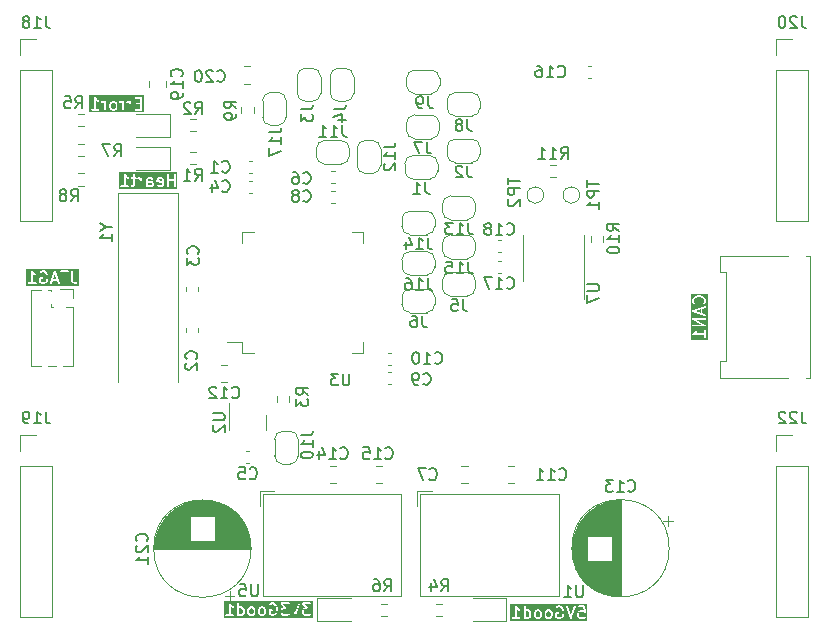
<source format=gbr>
%TF.GenerationSoftware,KiCad,Pcbnew,7.0.10*%
%TF.CreationDate,2024-04-14T19:03:43+02:00*%
%TF.ProjectId,DIC,4449432e-6b69-4636-9164-5f7063625858,rev?*%
%TF.SameCoordinates,Original*%
%TF.FileFunction,Legend,Bot*%
%TF.FilePolarity,Positive*%
%FSLAX46Y46*%
G04 Gerber Fmt 4.6, Leading zero omitted, Abs format (unit mm)*
G04 Created by KiCad (PCBNEW 7.0.10) date 2024-04-14 19:03:43*
%MOMM*%
%LPD*%
G01*
G04 APERTURE LIST*
%ADD10C,0.150000*%
%ADD11C,0.120000*%
G04 APERTURE END LIST*
D10*
X26296580Y-15805142D02*
X26344200Y-15757523D01*
X26344200Y-15757523D02*
X26391819Y-15614666D01*
X26391819Y-15614666D02*
X26391819Y-15519428D01*
X26391819Y-15519428D02*
X26344200Y-15376571D01*
X26344200Y-15376571D02*
X26248961Y-15281333D01*
X26248961Y-15281333D02*
X26153723Y-15233714D01*
X26153723Y-15233714D02*
X25963247Y-15186095D01*
X25963247Y-15186095D02*
X25820390Y-15186095D01*
X25820390Y-15186095D02*
X25629914Y-15233714D01*
X25629914Y-15233714D02*
X25534676Y-15281333D01*
X25534676Y-15281333D02*
X25439438Y-15376571D01*
X25439438Y-15376571D02*
X25391819Y-15519428D01*
X25391819Y-15519428D02*
X25391819Y-15614666D01*
X25391819Y-15614666D02*
X25439438Y-15757523D01*
X25439438Y-15757523D02*
X25487057Y-15805142D01*
X26391819Y-16757523D02*
X26391819Y-16186095D01*
X26391819Y-16471809D02*
X25391819Y-16471809D01*
X25391819Y-16471809D02*
X25534676Y-16376571D01*
X25534676Y-16376571D02*
X25629914Y-16281333D01*
X25629914Y-16281333D02*
X25677533Y-16186095D01*
X26391819Y-17233714D02*
X26391819Y-17424190D01*
X26391819Y-17424190D02*
X26344200Y-17519428D01*
X26344200Y-17519428D02*
X26296580Y-17567047D01*
X26296580Y-17567047D02*
X26153723Y-17662285D01*
X26153723Y-17662285D02*
X25963247Y-17709904D01*
X25963247Y-17709904D02*
X25582295Y-17709904D01*
X25582295Y-17709904D02*
X25487057Y-17662285D01*
X25487057Y-17662285D02*
X25439438Y-17614666D01*
X25439438Y-17614666D02*
X25391819Y-17519428D01*
X25391819Y-17519428D02*
X25391819Y-17328952D01*
X25391819Y-17328952D02*
X25439438Y-17233714D01*
X25439438Y-17233714D02*
X25487057Y-17186095D01*
X25487057Y-17186095D02*
X25582295Y-17138476D01*
X25582295Y-17138476D02*
X25820390Y-17138476D01*
X25820390Y-17138476D02*
X25915628Y-17186095D01*
X25915628Y-17186095D02*
X25963247Y-17233714D01*
X25963247Y-17233714D02*
X26010866Y-17328952D01*
X26010866Y-17328952D02*
X26010866Y-17519428D01*
X26010866Y-17519428D02*
X25963247Y-17614666D01*
X25963247Y-17614666D02*
X25915628Y-17662285D01*
X25915628Y-17662285D02*
X25820390Y-17709904D01*
X53855857Y-29126580D02*
X53903476Y-29174200D01*
X53903476Y-29174200D02*
X54046333Y-29221819D01*
X54046333Y-29221819D02*
X54141571Y-29221819D01*
X54141571Y-29221819D02*
X54284428Y-29174200D01*
X54284428Y-29174200D02*
X54379666Y-29078961D01*
X54379666Y-29078961D02*
X54427285Y-28983723D01*
X54427285Y-28983723D02*
X54474904Y-28793247D01*
X54474904Y-28793247D02*
X54474904Y-28650390D01*
X54474904Y-28650390D02*
X54427285Y-28459914D01*
X54427285Y-28459914D02*
X54379666Y-28364676D01*
X54379666Y-28364676D02*
X54284428Y-28269438D01*
X54284428Y-28269438D02*
X54141571Y-28221819D01*
X54141571Y-28221819D02*
X54046333Y-28221819D01*
X54046333Y-28221819D02*
X53903476Y-28269438D01*
X53903476Y-28269438D02*
X53855857Y-28317057D01*
X52903476Y-29221819D02*
X53474904Y-29221819D01*
X53189190Y-29221819D02*
X53189190Y-28221819D01*
X53189190Y-28221819D02*
X53284428Y-28364676D01*
X53284428Y-28364676D02*
X53379666Y-28459914D01*
X53379666Y-28459914D02*
X53474904Y-28507533D01*
X52332047Y-28650390D02*
X52427285Y-28602771D01*
X52427285Y-28602771D02*
X52474904Y-28555152D01*
X52474904Y-28555152D02*
X52522523Y-28459914D01*
X52522523Y-28459914D02*
X52522523Y-28412295D01*
X52522523Y-28412295D02*
X52474904Y-28317057D01*
X52474904Y-28317057D02*
X52427285Y-28269438D01*
X52427285Y-28269438D02*
X52332047Y-28221819D01*
X52332047Y-28221819D02*
X52141571Y-28221819D01*
X52141571Y-28221819D02*
X52046333Y-28269438D01*
X52046333Y-28269438D02*
X51998714Y-28317057D01*
X51998714Y-28317057D02*
X51951095Y-28412295D01*
X51951095Y-28412295D02*
X51951095Y-28459914D01*
X51951095Y-28459914D02*
X51998714Y-28555152D01*
X51998714Y-28555152D02*
X52046333Y-28602771D01*
X52046333Y-28602771D02*
X52141571Y-28650390D01*
X52141571Y-28650390D02*
X52332047Y-28650390D01*
X52332047Y-28650390D02*
X52427285Y-28698009D01*
X52427285Y-28698009D02*
X52474904Y-28745628D01*
X52474904Y-28745628D02*
X52522523Y-28840866D01*
X52522523Y-28840866D02*
X52522523Y-29031342D01*
X52522523Y-29031342D02*
X52474904Y-29126580D01*
X52474904Y-29126580D02*
X52427285Y-29174200D01*
X52427285Y-29174200D02*
X52332047Y-29221819D01*
X52332047Y-29221819D02*
X52141571Y-29221819D01*
X52141571Y-29221819D02*
X52046333Y-29174200D01*
X52046333Y-29174200D02*
X51998714Y-29126580D01*
X51998714Y-29126580D02*
X51951095Y-29031342D01*
X51951095Y-29031342D02*
X51951095Y-28840866D01*
X51951095Y-28840866D02*
X51998714Y-28745628D01*
X51998714Y-28745628D02*
X52046333Y-28698009D01*
X52046333Y-28698009D02*
X52141571Y-28650390D01*
X36411819Y-18589666D02*
X37126104Y-18589666D01*
X37126104Y-18589666D02*
X37268961Y-18542047D01*
X37268961Y-18542047D02*
X37364200Y-18446809D01*
X37364200Y-18446809D02*
X37411819Y-18303952D01*
X37411819Y-18303952D02*
X37411819Y-18208714D01*
X36411819Y-18970619D02*
X36411819Y-19589666D01*
X36411819Y-19589666D02*
X36792771Y-19256333D01*
X36792771Y-19256333D02*
X36792771Y-19399190D01*
X36792771Y-19399190D02*
X36840390Y-19494428D01*
X36840390Y-19494428D02*
X36888009Y-19542047D01*
X36888009Y-19542047D02*
X36983247Y-19589666D01*
X36983247Y-19589666D02*
X37221342Y-19589666D01*
X37221342Y-19589666D02*
X37316580Y-19542047D01*
X37316580Y-19542047D02*
X37364200Y-19494428D01*
X37364200Y-19494428D02*
X37411819Y-19399190D01*
X37411819Y-19399190D02*
X37411819Y-19113476D01*
X37411819Y-19113476D02*
X37364200Y-19018238D01*
X37364200Y-19018238D02*
X37316580Y-18970619D01*
X36411819Y-46180476D02*
X37126104Y-46180476D01*
X37126104Y-46180476D02*
X37268961Y-46132857D01*
X37268961Y-46132857D02*
X37364200Y-46037619D01*
X37364200Y-46037619D02*
X37411819Y-45894762D01*
X37411819Y-45894762D02*
X37411819Y-45799524D01*
X37411819Y-47180476D02*
X37411819Y-46609048D01*
X37411819Y-46894762D02*
X36411819Y-46894762D01*
X36411819Y-46894762D02*
X36554676Y-46799524D01*
X36554676Y-46799524D02*
X36649914Y-46704286D01*
X36649914Y-46704286D02*
X36697533Y-46609048D01*
X36411819Y-47799524D02*
X36411819Y-47894762D01*
X36411819Y-47894762D02*
X36459438Y-47990000D01*
X36459438Y-47990000D02*
X36507057Y-48037619D01*
X36507057Y-48037619D02*
X36602295Y-48085238D01*
X36602295Y-48085238D02*
X36792771Y-48132857D01*
X36792771Y-48132857D02*
X37030866Y-48132857D01*
X37030866Y-48132857D02*
X37221342Y-48085238D01*
X37221342Y-48085238D02*
X37316580Y-48037619D01*
X37316580Y-48037619D02*
X37364200Y-47990000D01*
X37364200Y-47990000D02*
X37411819Y-47894762D01*
X37411819Y-47894762D02*
X37411819Y-47799524D01*
X37411819Y-47799524D02*
X37364200Y-47704286D01*
X37364200Y-47704286D02*
X37316580Y-47656667D01*
X37316580Y-47656667D02*
X37221342Y-47609048D01*
X37221342Y-47609048D02*
X37030866Y-47561429D01*
X37030866Y-47561429D02*
X36792771Y-47561429D01*
X36792771Y-47561429D02*
X36602295Y-47609048D01*
X36602295Y-47609048D02*
X36507057Y-47656667D01*
X36507057Y-47656667D02*
X36459438Y-47704286D01*
X36459438Y-47704286D02*
X36411819Y-47799524D01*
X37030819Y-42759333D02*
X36554628Y-42426000D01*
X37030819Y-42187905D02*
X36030819Y-42187905D01*
X36030819Y-42187905D02*
X36030819Y-42568857D01*
X36030819Y-42568857D02*
X36078438Y-42664095D01*
X36078438Y-42664095D02*
X36126057Y-42711714D01*
X36126057Y-42711714D02*
X36221295Y-42759333D01*
X36221295Y-42759333D02*
X36364152Y-42759333D01*
X36364152Y-42759333D02*
X36459390Y-42711714D01*
X36459390Y-42711714D02*
X36507009Y-42664095D01*
X36507009Y-42664095D02*
X36554628Y-42568857D01*
X36554628Y-42568857D02*
X36554628Y-42187905D01*
X36030819Y-43092667D02*
X36030819Y-43711714D01*
X36030819Y-43711714D02*
X36411771Y-43378381D01*
X36411771Y-43378381D02*
X36411771Y-43521238D01*
X36411771Y-43521238D02*
X36459390Y-43616476D01*
X36459390Y-43616476D02*
X36507009Y-43664095D01*
X36507009Y-43664095D02*
X36602247Y-43711714D01*
X36602247Y-43711714D02*
X36840342Y-43711714D01*
X36840342Y-43711714D02*
X36935580Y-43664095D01*
X36935580Y-43664095D02*
X36983200Y-43616476D01*
X36983200Y-43616476D02*
X37030819Y-43521238D01*
X37030819Y-43521238D02*
X37030819Y-43235524D01*
X37030819Y-43235524D02*
X36983200Y-43140286D01*
X36983200Y-43140286D02*
X36935580Y-43092667D01*
X27431666Y-18963819D02*
X27764999Y-18487628D01*
X28003094Y-18963819D02*
X28003094Y-17963819D01*
X28003094Y-17963819D02*
X27622142Y-17963819D01*
X27622142Y-17963819D02*
X27526904Y-18011438D01*
X27526904Y-18011438D02*
X27479285Y-18059057D01*
X27479285Y-18059057D02*
X27431666Y-18154295D01*
X27431666Y-18154295D02*
X27431666Y-18297152D01*
X27431666Y-18297152D02*
X27479285Y-18392390D01*
X27479285Y-18392390D02*
X27526904Y-18440009D01*
X27526904Y-18440009D02*
X27622142Y-18487628D01*
X27622142Y-18487628D02*
X28003094Y-18487628D01*
X27050713Y-18059057D02*
X27003094Y-18011438D01*
X27003094Y-18011438D02*
X26907856Y-17963819D01*
X26907856Y-17963819D02*
X26669761Y-17963819D01*
X26669761Y-17963819D02*
X26574523Y-18011438D01*
X26574523Y-18011438D02*
X26526904Y-18059057D01*
X26526904Y-18059057D02*
X26479285Y-18154295D01*
X26479285Y-18154295D02*
X26479285Y-18249533D01*
X26479285Y-18249533D02*
X26526904Y-18392390D01*
X26526904Y-18392390D02*
X27098332Y-18963819D01*
X27098332Y-18963819D02*
X26479285Y-18963819D01*
X23346580Y-55138142D02*
X23394200Y-55090523D01*
X23394200Y-55090523D02*
X23441819Y-54947666D01*
X23441819Y-54947666D02*
X23441819Y-54852428D01*
X23441819Y-54852428D02*
X23394200Y-54709571D01*
X23394200Y-54709571D02*
X23298961Y-54614333D01*
X23298961Y-54614333D02*
X23203723Y-54566714D01*
X23203723Y-54566714D02*
X23013247Y-54519095D01*
X23013247Y-54519095D02*
X22870390Y-54519095D01*
X22870390Y-54519095D02*
X22679914Y-54566714D01*
X22679914Y-54566714D02*
X22584676Y-54614333D01*
X22584676Y-54614333D02*
X22489438Y-54709571D01*
X22489438Y-54709571D02*
X22441819Y-54852428D01*
X22441819Y-54852428D02*
X22441819Y-54947666D01*
X22441819Y-54947666D02*
X22489438Y-55090523D01*
X22489438Y-55090523D02*
X22537057Y-55138142D01*
X22537057Y-55519095D02*
X22489438Y-55566714D01*
X22489438Y-55566714D02*
X22441819Y-55661952D01*
X22441819Y-55661952D02*
X22441819Y-55900047D01*
X22441819Y-55900047D02*
X22489438Y-55995285D01*
X22489438Y-55995285D02*
X22537057Y-56042904D01*
X22537057Y-56042904D02*
X22632295Y-56090523D01*
X22632295Y-56090523D02*
X22727533Y-56090523D01*
X22727533Y-56090523D02*
X22870390Y-56042904D01*
X22870390Y-56042904D02*
X23441819Y-55471476D01*
X23441819Y-55471476D02*
X23441819Y-56090523D01*
X23441819Y-57042904D02*
X23441819Y-56471476D01*
X23441819Y-56757190D02*
X22441819Y-56757190D01*
X22441819Y-56757190D02*
X22584676Y-56661952D01*
X22584676Y-56661952D02*
X22679914Y-56566714D01*
X22679914Y-56566714D02*
X22727533Y-56471476D01*
X30574857Y-42969580D02*
X30622476Y-43017200D01*
X30622476Y-43017200D02*
X30765333Y-43064819D01*
X30765333Y-43064819D02*
X30860571Y-43064819D01*
X30860571Y-43064819D02*
X31003428Y-43017200D01*
X31003428Y-43017200D02*
X31098666Y-42921961D01*
X31098666Y-42921961D02*
X31146285Y-42826723D01*
X31146285Y-42826723D02*
X31193904Y-42636247D01*
X31193904Y-42636247D02*
X31193904Y-42493390D01*
X31193904Y-42493390D02*
X31146285Y-42302914D01*
X31146285Y-42302914D02*
X31098666Y-42207676D01*
X31098666Y-42207676D02*
X31003428Y-42112438D01*
X31003428Y-42112438D02*
X30860571Y-42064819D01*
X30860571Y-42064819D02*
X30765333Y-42064819D01*
X30765333Y-42064819D02*
X30622476Y-42112438D01*
X30622476Y-42112438D02*
X30574857Y-42160057D01*
X29622476Y-43064819D02*
X30193904Y-43064819D01*
X29908190Y-43064819D02*
X29908190Y-42064819D01*
X29908190Y-42064819D02*
X30003428Y-42207676D01*
X30003428Y-42207676D02*
X30098666Y-42302914D01*
X30098666Y-42302914D02*
X30193904Y-42350533D01*
X29241523Y-42160057D02*
X29193904Y-42112438D01*
X29193904Y-42112438D02*
X29098666Y-42064819D01*
X29098666Y-42064819D02*
X28860571Y-42064819D01*
X28860571Y-42064819D02*
X28765333Y-42112438D01*
X28765333Y-42112438D02*
X28717714Y-42160057D01*
X28717714Y-42160057D02*
X28670095Y-42255295D01*
X28670095Y-42255295D02*
X28670095Y-42350533D01*
X28670095Y-42350533D02*
X28717714Y-42493390D01*
X28717714Y-42493390D02*
X29289142Y-43064819D01*
X29289142Y-43064819D02*
X28670095Y-43064819D01*
X28958819Y-44335595D02*
X29768342Y-44335595D01*
X29768342Y-44335595D02*
X29863580Y-44383214D01*
X29863580Y-44383214D02*
X29911200Y-44430833D01*
X29911200Y-44430833D02*
X29958819Y-44526071D01*
X29958819Y-44526071D02*
X29958819Y-44716547D01*
X29958819Y-44716547D02*
X29911200Y-44811785D01*
X29911200Y-44811785D02*
X29863580Y-44859404D01*
X29863580Y-44859404D02*
X29768342Y-44907023D01*
X29768342Y-44907023D02*
X28958819Y-44907023D01*
X29054057Y-45335595D02*
X29006438Y-45383214D01*
X29006438Y-45383214D02*
X28958819Y-45478452D01*
X28958819Y-45478452D02*
X28958819Y-45716547D01*
X28958819Y-45716547D02*
X29006438Y-45811785D01*
X29006438Y-45811785D02*
X29054057Y-45859404D01*
X29054057Y-45859404D02*
X29149295Y-45907023D01*
X29149295Y-45907023D02*
X29244533Y-45907023D01*
X29244533Y-45907023D02*
X29387390Y-45859404D01*
X29387390Y-45859404D02*
X29958819Y-45287976D01*
X29958819Y-45287976D02*
X29958819Y-45907023D01*
X32070666Y-49808080D02*
X32118285Y-49855700D01*
X32118285Y-49855700D02*
X32261142Y-49903319D01*
X32261142Y-49903319D02*
X32356380Y-49903319D01*
X32356380Y-49903319D02*
X32499237Y-49855700D01*
X32499237Y-49855700D02*
X32594475Y-49760461D01*
X32594475Y-49760461D02*
X32642094Y-49665223D01*
X32642094Y-49665223D02*
X32689713Y-49474747D01*
X32689713Y-49474747D02*
X32689713Y-49331890D01*
X32689713Y-49331890D02*
X32642094Y-49141414D01*
X32642094Y-49141414D02*
X32594475Y-49046176D01*
X32594475Y-49046176D02*
X32499237Y-48950938D01*
X32499237Y-48950938D02*
X32356380Y-48903319D01*
X32356380Y-48903319D02*
X32261142Y-48903319D01*
X32261142Y-48903319D02*
X32118285Y-48950938D01*
X32118285Y-48950938D02*
X32070666Y-48998557D01*
X31165904Y-48903319D02*
X31642094Y-48903319D01*
X31642094Y-48903319D02*
X31689713Y-49379509D01*
X31689713Y-49379509D02*
X31642094Y-49331890D01*
X31642094Y-49331890D02*
X31546856Y-49284271D01*
X31546856Y-49284271D02*
X31308761Y-49284271D01*
X31308761Y-49284271D02*
X31213523Y-49331890D01*
X31213523Y-49331890D02*
X31165904Y-49379509D01*
X31165904Y-49379509D02*
X31118285Y-49474747D01*
X31118285Y-49474747D02*
X31118285Y-49712842D01*
X31118285Y-49712842D02*
X31165904Y-49808080D01*
X31165904Y-49808080D02*
X31213523Y-49855700D01*
X31213523Y-49855700D02*
X31308761Y-49903319D01*
X31308761Y-49903319D02*
X31546856Y-49903319D01*
X31546856Y-49903319D02*
X31642094Y-49855700D01*
X31642094Y-49855700D02*
X31689713Y-49808080D01*
X36615666Y-24804580D02*
X36663285Y-24852200D01*
X36663285Y-24852200D02*
X36806142Y-24899819D01*
X36806142Y-24899819D02*
X36901380Y-24899819D01*
X36901380Y-24899819D02*
X37044237Y-24852200D01*
X37044237Y-24852200D02*
X37139475Y-24756961D01*
X37139475Y-24756961D02*
X37187094Y-24661723D01*
X37187094Y-24661723D02*
X37234713Y-24471247D01*
X37234713Y-24471247D02*
X37234713Y-24328390D01*
X37234713Y-24328390D02*
X37187094Y-24137914D01*
X37187094Y-24137914D02*
X37139475Y-24042676D01*
X37139475Y-24042676D02*
X37044237Y-23947438D01*
X37044237Y-23947438D02*
X36901380Y-23899819D01*
X36901380Y-23899819D02*
X36806142Y-23899819D01*
X36806142Y-23899819D02*
X36663285Y-23947438D01*
X36663285Y-23947438D02*
X36615666Y-23995057D01*
X35758523Y-23899819D02*
X35948999Y-23899819D01*
X35948999Y-23899819D02*
X36044237Y-23947438D01*
X36044237Y-23947438D02*
X36091856Y-23995057D01*
X36091856Y-23995057D02*
X36187094Y-24137914D01*
X36187094Y-24137914D02*
X36234713Y-24328390D01*
X36234713Y-24328390D02*
X36234713Y-24709342D01*
X36234713Y-24709342D02*
X36187094Y-24804580D01*
X36187094Y-24804580D02*
X36139475Y-24852200D01*
X36139475Y-24852200D02*
X36044237Y-24899819D01*
X36044237Y-24899819D02*
X35853761Y-24899819D01*
X35853761Y-24899819D02*
X35758523Y-24852200D01*
X35758523Y-24852200D02*
X35710904Y-24804580D01*
X35710904Y-24804580D02*
X35663285Y-24709342D01*
X35663285Y-24709342D02*
X35663285Y-24471247D01*
X35663285Y-24471247D02*
X35710904Y-24376009D01*
X35710904Y-24376009D02*
X35758523Y-24328390D01*
X35758523Y-24328390D02*
X35853761Y-24280771D01*
X35853761Y-24280771D02*
X36044237Y-24280771D01*
X36044237Y-24280771D02*
X36139475Y-24328390D01*
X36139475Y-24328390D02*
X36187094Y-24376009D01*
X36187094Y-24376009D02*
X36234713Y-24471247D01*
X39758857Y-48111580D02*
X39806476Y-48159200D01*
X39806476Y-48159200D02*
X39949333Y-48206819D01*
X39949333Y-48206819D02*
X40044571Y-48206819D01*
X40044571Y-48206819D02*
X40187428Y-48159200D01*
X40187428Y-48159200D02*
X40282666Y-48063961D01*
X40282666Y-48063961D02*
X40330285Y-47968723D01*
X40330285Y-47968723D02*
X40377904Y-47778247D01*
X40377904Y-47778247D02*
X40377904Y-47635390D01*
X40377904Y-47635390D02*
X40330285Y-47444914D01*
X40330285Y-47444914D02*
X40282666Y-47349676D01*
X40282666Y-47349676D02*
X40187428Y-47254438D01*
X40187428Y-47254438D02*
X40044571Y-47206819D01*
X40044571Y-47206819D02*
X39949333Y-47206819D01*
X39949333Y-47206819D02*
X39806476Y-47254438D01*
X39806476Y-47254438D02*
X39758857Y-47302057D01*
X38806476Y-48206819D02*
X39377904Y-48206819D01*
X39092190Y-48206819D02*
X39092190Y-47206819D01*
X39092190Y-47206819D02*
X39187428Y-47349676D01*
X39187428Y-47349676D02*
X39282666Y-47444914D01*
X39282666Y-47444914D02*
X39377904Y-47492533D01*
X37949333Y-47540152D02*
X37949333Y-48206819D01*
X38187428Y-47159200D02*
X38425523Y-47873485D01*
X38425523Y-47873485D02*
X37806476Y-47873485D01*
X53855857Y-33698580D02*
X53903476Y-33746200D01*
X53903476Y-33746200D02*
X54046333Y-33793819D01*
X54046333Y-33793819D02*
X54141571Y-33793819D01*
X54141571Y-33793819D02*
X54284428Y-33746200D01*
X54284428Y-33746200D02*
X54379666Y-33650961D01*
X54379666Y-33650961D02*
X54427285Y-33555723D01*
X54427285Y-33555723D02*
X54474904Y-33365247D01*
X54474904Y-33365247D02*
X54474904Y-33222390D01*
X54474904Y-33222390D02*
X54427285Y-33031914D01*
X54427285Y-33031914D02*
X54379666Y-32936676D01*
X54379666Y-32936676D02*
X54284428Y-32841438D01*
X54284428Y-32841438D02*
X54141571Y-32793819D01*
X54141571Y-32793819D02*
X54046333Y-32793819D01*
X54046333Y-32793819D02*
X53903476Y-32841438D01*
X53903476Y-32841438D02*
X53855857Y-32889057D01*
X52903476Y-33793819D02*
X53474904Y-33793819D01*
X53189190Y-33793819D02*
X53189190Y-32793819D01*
X53189190Y-32793819D02*
X53284428Y-32936676D01*
X53284428Y-32936676D02*
X53379666Y-33031914D01*
X53379666Y-33031914D02*
X53474904Y-33079533D01*
X52570142Y-32793819D02*
X51903476Y-32793819D01*
X51903476Y-32793819D02*
X52332047Y-33793819D01*
X39925523Y-19901819D02*
X39925523Y-20616104D01*
X39925523Y-20616104D02*
X39973142Y-20758961D01*
X39973142Y-20758961D02*
X40068380Y-20854200D01*
X40068380Y-20854200D02*
X40211237Y-20901819D01*
X40211237Y-20901819D02*
X40306475Y-20901819D01*
X38925523Y-20901819D02*
X39496951Y-20901819D01*
X39211237Y-20901819D02*
X39211237Y-19901819D01*
X39211237Y-19901819D02*
X39306475Y-20044676D01*
X39306475Y-20044676D02*
X39401713Y-20139914D01*
X39401713Y-20139914D02*
X39496951Y-20187533D01*
X37973142Y-20901819D02*
X38544570Y-20901819D01*
X38258856Y-20901819D02*
X38258856Y-19901819D01*
X38258856Y-19901819D02*
X38354094Y-20044676D01*
X38354094Y-20044676D02*
X38449332Y-20139914D01*
X38449332Y-20139914D02*
X38544570Y-20187533D01*
X58279357Y-49889580D02*
X58326976Y-49937200D01*
X58326976Y-49937200D02*
X58469833Y-49984819D01*
X58469833Y-49984819D02*
X58565071Y-49984819D01*
X58565071Y-49984819D02*
X58707928Y-49937200D01*
X58707928Y-49937200D02*
X58803166Y-49841961D01*
X58803166Y-49841961D02*
X58850785Y-49746723D01*
X58850785Y-49746723D02*
X58898404Y-49556247D01*
X58898404Y-49556247D02*
X58898404Y-49413390D01*
X58898404Y-49413390D02*
X58850785Y-49222914D01*
X58850785Y-49222914D02*
X58803166Y-49127676D01*
X58803166Y-49127676D02*
X58707928Y-49032438D01*
X58707928Y-49032438D02*
X58565071Y-48984819D01*
X58565071Y-48984819D02*
X58469833Y-48984819D01*
X58469833Y-48984819D02*
X58326976Y-49032438D01*
X58326976Y-49032438D02*
X58279357Y-49080057D01*
X57326976Y-49984819D02*
X57898404Y-49984819D01*
X57612690Y-49984819D02*
X57612690Y-48984819D01*
X57612690Y-48984819D02*
X57707928Y-49127676D01*
X57707928Y-49127676D02*
X57803166Y-49222914D01*
X57803166Y-49222914D02*
X57898404Y-49270533D01*
X56374595Y-49984819D02*
X56946023Y-49984819D01*
X56660309Y-49984819D02*
X56660309Y-48984819D01*
X56660309Y-48984819D02*
X56755547Y-49127676D01*
X56755547Y-49127676D02*
X56850785Y-49222914D01*
X56850785Y-49222914D02*
X56946023Y-49270533D01*
X14809523Y-44184819D02*
X14809523Y-44899104D01*
X14809523Y-44899104D02*
X14857142Y-45041961D01*
X14857142Y-45041961D02*
X14952380Y-45137200D01*
X14952380Y-45137200D02*
X15095237Y-45184819D01*
X15095237Y-45184819D02*
X15190475Y-45184819D01*
X13809523Y-45184819D02*
X14380951Y-45184819D01*
X14095237Y-45184819D02*
X14095237Y-44184819D01*
X14095237Y-44184819D02*
X14190475Y-44327676D01*
X14190475Y-44327676D02*
X14285713Y-44422914D01*
X14285713Y-44422914D02*
X14380951Y-44470533D01*
X13333332Y-45184819D02*
X13142856Y-45184819D01*
X13142856Y-45184819D02*
X13047618Y-45137200D01*
X13047618Y-45137200D02*
X12999999Y-45089580D01*
X12999999Y-45089580D02*
X12904761Y-44946723D01*
X12904761Y-44946723D02*
X12857142Y-44756247D01*
X12857142Y-44756247D02*
X12857142Y-44375295D01*
X12857142Y-44375295D02*
X12904761Y-44280057D01*
X12904761Y-44280057D02*
X12952380Y-44232438D01*
X12952380Y-44232438D02*
X13047618Y-44184819D01*
X13047618Y-44184819D02*
X13238094Y-44184819D01*
X13238094Y-44184819D02*
X13333332Y-44232438D01*
X13333332Y-44232438D02*
X13380951Y-44280057D01*
X13380951Y-44280057D02*
X13428570Y-44375295D01*
X13428570Y-44375295D02*
X13428570Y-44613390D01*
X13428570Y-44613390D02*
X13380951Y-44708628D01*
X13380951Y-44708628D02*
X13333332Y-44756247D01*
X13333332Y-44756247D02*
X13238094Y-44803866D01*
X13238094Y-44803866D02*
X13047618Y-44803866D01*
X13047618Y-44803866D02*
X12952380Y-44756247D01*
X12952380Y-44756247D02*
X12904761Y-44708628D01*
X12904761Y-44708628D02*
X12857142Y-44613390D01*
X27431666Y-24617819D02*
X27764999Y-24141628D01*
X28003094Y-24617819D02*
X28003094Y-23617819D01*
X28003094Y-23617819D02*
X27622142Y-23617819D01*
X27622142Y-23617819D02*
X27526904Y-23665438D01*
X27526904Y-23665438D02*
X27479285Y-23713057D01*
X27479285Y-23713057D02*
X27431666Y-23808295D01*
X27431666Y-23808295D02*
X27431666Y-23951152D01*
X27431666Y-23951152D02*
X27479285Y-24046390D01*
X27479285Y-24046390D02*
X27526904Y-24094009D01*
X27526904Y-24094009D02*
X27622142Y-24141628D01*
X27622142Y-24141628D02*
X28003094Y-24141628D01*
X26479285Y-24617819D02*
X27050713Y-24617819D01*
X26764999Y-24617819D02*
X26764999Y-23617819D01*
X26764999Y-23617819D02*
X26860237Y-23760676D01*
X26860237Y-23760676D02*
X26955475Y-23855914D01*
X26955475Y-23855914D02*
X27050713Y-23903533D01*
X47296166Y-49889580D02*
X47343785Y-49937200D01*
X47343785Y-49937200D02*
X47486642Y-49984819D01*
X47486642Y-49984819D02*
X47581880Y-49984819D01*
X47581880Y-49984819D02*
X47724737Y-49937200D01*
X47724737Y-49937200D02*
X47819975Y-49841961D01*
X47819975Y-49841961D02*
X47867594Y-49746723D01*
X47867594Y-49746723D02*
X47915213Y-49556247D01*
X47915213Y-49556247D02*
X47915213Y-49413390D01*
X47915213Y-49413390D02*
X47867594Y-49222914D01*
X47867594Y-49222914D02*
X47819975Y-49127676D01*
X47819975Y-49127676D02*
X47724737Y-49032438D01*
X47724737Y-49032438D02*
X47581880Y-48984819D01*
X47581880Y-48984819D02*
X47486642Y-48984819D01*
X47486642Y-48984819D02*
X47343785Y-49032438D01*
X47343785Y-49032438D02*
X47296166Y-49080057D01*
X46962832Y-48984819D02*
X46296166Y-48984819D01*
X46296166Y-48984819D02*
X46724737Y-49984819D01*
G36*
X55692905Y-61111410D02*
G01*
X55723312Y-61141817D01*
X55757570Y-61210333D01*
X55757570Y-61460637D01*
X55723311Y-61529153D01*
X55692904Y-61559561D01*
X55624389Y-61593819D01*
X55469323Y-61593819D01*
X55431380Y-61574847D01*
X55431380Y-61096123D01*
X55469323Y-61077152D01*
X55624389Y-61077152D01*
X55692905Y-61111410D01*
G37*
G36*
X56597667Y-61111410D02*
G01*
X56628074Y-61141817D01*
X56662332Y-61210333D01*
X56662332Y-61460637D01*
X56628073Y-61529153D01*
X56597666Y-61559561D01*
X56529151Y-61593819D01*
X56421704Y-61593819D01*
X56353188Y-61559561D01*
X56322781Y-61529153D01*
X56288523Y-61460637D01*
X56288523Y-61210333D01*
X56322781Y-61141817D01*
X56353188Y-61111410D01*
X56421704Y-61077152D01*
X56529151Y-61077152D01*
X56597667Y-61111410D01*
G37*
G36*
X57502429Y-61111410D02*
G01*
X57532836Y-61141817D01*
X57567094Y-61210333D01*
X57567094Y-61460637D01*
X57532835Y-61529153D01*
X57502428Y-61559561D01*
X57433913Y-61593819D01*
X57326466Y-61593819D01*
X57257950Y-61559561D01*
X57227543Y-61529153D01*
X57193285Y-61460637D01*
X57193285Y-61210333D01*
X57227543Y-61141817D01*
X57257950Y-61111410D01*
X57326466Y-61077152D01*
X57433913Y-61077152D01*
X57502429Y-61111410D01*
G37*
G36*
X60669189Y-61886676D02*
G01*
X54139662Y-61886676D01*
X54139662Y-61655795D01*
X54282519Y-61655795D01*
X54291428Y-61706319D01*
X54330728Y-61739296D01*
X54356380Y-61743819D01*
X54927808Y-61743819D01*
X54976017Y-61726272D01*
X55001669Y-61681843D01*
X54999372Y-61668819D01*
X55281380Y-61668819D01*
X55298927Y-61717028D01*
X55343356Y-61742680D01*
X55393880Y-61733771D01*
X55399772Y-61726748D01*
X55418077Y-61735901D01*
X55422530Y-61736413D01*
X55425966Y-61739296D01*
X55451618Y-61743819D01*
X55642094Y-61743819D01*
X55646307Y-61742285D01*
X55650668Y-61743327D01*
X55675635Y-61735901D01*
X55770873Y-61688282D01*
X55771997Y-61687094D01*
X55790366Y-61674232D01*
X55837984Y-61626613D01*
X55838674Y-61625131D01*
X55852033Y-61607121D01*
X55899652Y-61511883D01*
X55900164Y-61507429D01*
X55903047Y-61503994D01*
X55907570Y-61478342D01*
X56138523Y-61478342D01*
X56140056Y-61482555D01*
X56139015Y-61486916D01*
X56146441Y-61511883D01*
X56194060Y-61607121D01*
X56195248Y-61608246D01*
X56208108Y-61626612D01*
X56255727Y-61674232D01*
X56257208Y-61674922D01*
X56275220Y-61688282D01*
X56370458Y-61735901D01*
X56374911Y-61736413D01*
X56378347Y-61739296D01*
X56403999Y-61743819D01*
X56546856Y-61743819D01*
X56551069Y-61742285D01*
X56555430Y-61743327D01*
X56580397Y-61735901D01*
X56675635Y-61688282D01*
X56676759Y-61687094D01*
X56695128Y-61674232D01*
X56742746Y-61626613D01*
X56743436Y-61625131D01*
X56756795Y-61607121D01*
X56804414Y-61511883D01*
X56804926Y-61507429D01*
X56807809Y-61503994D01*
X56812332Y-61478342D01*
X57043285Y-61478342D01*
X57044818Y-61482555D01*
X57043777Y-61486916D01*
X57051203Y-61511883D01*
X57098822Y-61607121D01*
X57100010Y-61608246D01*
X57112870Y-61626612D01*
X57160489Y-61674232D01*
X57161970Y-61674922D01*
X57179982Y-61688282D01*
X57275220Y-61735901D01*
X57279673Y-61736413D01*
X57283109Y-61739296D01*
X57308761Y-61743819D01*
X57451618Y-61743819D01*
X57455831Y-61742285D01*
X57460192Y-61743327D01*
X57485159Y-61735901D01*
X57580397Y-61688282D01*
X57581521Y-61687094D01*
X57599890Y-61674232D01*
X57647508Y-61626613D01*
X57648198Y-61625131D01*
X57661557Y-61607121D01*
X57678328Y-61573580D01*
X57948047Y-61573580D01*
X57953646Y-61588963D01*
X57955073Y-61605275D01*
X57964465Y-61618689D01*
X57965594Y-61621789D01*
X57967343Y-61622798D01*
X57970013Y-61626612D01*
X58017632Y-61674232D01*
X58021696Y-61676127D01*
X58024044Y-61679948D01*
X58046949Y-61692351D01*
X58189805Y-61739970D01*
X58191440Y-61739925D01*
X58213523Y-61743819D01*
X58308761Y-61743819D01*
X58310299Y-61743258D01*
X58332478Y-61739970D01*
X58475335Y-61692351D01*
X58478847Y-61689563D01*
X58483314Y-61689173D01*
X58504651Y-61674233D01*
X58599890Y-61578993D01*
X58600581Y-61577510D01*
X58613938Y-61559502D01*
X58661557Y-61464264D01*
X58661963Y-61460735D01*
X58667236Y-61448913D01*
X58714855Y-61258437D01*
X58714494Y-61254988D01*
X58717094Y-61240247D01*
X58717094Y-61097390D01*
X58715908Y-61094132D01*
X58714855Y-61079200D01*
X58667236Y-60888724D01*
X58665247Y-60885779D01*
X58661557Y-60873373D01*
X58613938Y-60778135D01*
X58612751Y-60777011D01*
X58599889Y-60758643D01*
X58508016Y-60666770D01*
X58852837Y-60666770D01*
X58856658Y-60692536D01*
X59189991Y-61692536D01*
X59191333Y-61694227D01*
X59191392Y-61696386D01*
X59207141Y-61714147D01*
X59221882Y-61732722D01*
X59223995Y-61733154D01*
X59225429Y-61734771D01*
X59248899Y-61738251D01*
X59272143Y-61743008D01*
X59274042Y-61741979D01*
X59276178Y-61742296D01*
X59296391Y-61729877D01*
X59317257Y-61718579D01*
X59318050Y-61716571D01*
X59319890Y-61715441D01*
X59332293Y-61692536D01*
X59403691Y-61478342D01*
X59805190Y-61478342D01*
X59806723Y-61482555D01*
X59805682Y-61486916D01*
X59813108Y-61511883D01*
X59860727Y-61607121D01*
X59861915Y-61608246D01*
X59874775Y-61626612D01*
X59922394Y-61674232D01*
X59923875Y-61674922D01*
X59941887Y-61688282D01*
X60037125Y-61735901D01*
X60041578Y-61736413D01*
X60045014Y-61739296D01*
X60070666Y-61743819D01*
X60308761Y-61743819D01*
X60312974Y-61742285D01*
X60317335Y-61743327D01*
X60342302Y-61735901D01*
X60437540Y-61688282D01*
X60438664Y-61687094D01*
X60457033Y-61674232D01*
X60504651Y-61626613D01*
X60526332Y-61580116D01*
X60513054Y-61530561D01*
X60471029Y-61501135D01*
X60419921Y-61505607D01*
X60398584Y-61520548D01*
X60359571Y-61559561D01*
X60291056Y-61593819D01*
X60088371Y-61593819D01*
X60019855Y-61559561D01*
X59989448Y-61529153D01*
X59955190Y-61460637D01*
X59955190Y-61257952D01*
X59989448Y-61189436D01*
X60019855Y-61159029D01*
X60088371Y-61124771D01*
X60291056Y-61124771D01*
X60359572Y-61159029D01*
X60398585Y-61198042D01*
X60399032Y-61198250D01*
X60399247Y-61198696D01*
X60422262Y-61209082D01*
X60445081Y-61219723D01*
X60445557Y-61219595D01*
X60446008Y-61219799D01*
X60470279Y-61212971D01*
X60494636Y-61206446D01*
X60494919Y-61206040D01*
X60495395Y-61205907D01*
X60509625Y-61185038D01*
X60524062Y-61164420D01*
X60524019Y-61163929D01*
X60524298Y-61163521D01*
X60526246Y-61137546D01*
X60478627Y-60661356D01*
X60471716Y-60647004D01*
X60468951Y-60631319D01*
X60460918Y-60624579D01*
X60456370Y-60615132D01*
X60441852Y-60608580D01*
X60429651Y-60598342D01*
X60412442Y-60595307D01*
X60409609Y-60594029D01*
X60407906Y-60594507D01*
X60403999Y-60593819D01*
X59927809Y-60593819D01*
X59879600Y-60611366D01*
X59853948Y-60655795D01*
X59862857Y-60706319D01*
X59902157Y-60739296D01*
X59927809Y-60743819D01*
X60336125Y-60743819D01*
X60360943Y-60992009D01*
X60342302Y-60982689D01*
X60337848Y-60982176D01*
X60334413Y-60979294D01*
X60308761Y-60974771D01*
X60070666Y-60974771D01*
X60066452Y-60976304D01*
X60062091Y-60975263D01*
X60037125Y-60982689D01*
X59941887Y-61030308D01*
X59940761Y-61031497D01*
X59922395Y-61044357D01*
X59874776Y-61091976D01*
X59874085Y-61093457D01*
X59860727Y-61111468D01*
X59813108Y-61206706D01*
X59812595Y-61211159D01*
X59809713Y-61214595D01*
X59805190Y-61240247D01*
X59805190Y-61478342D01*
X59403691Y-61478342D01*
X59665626Y-60692536D01*
X59664225Y-60641253D01*
X59630187Y-60602867D01*
X59579439Y-60595342D01*
X59535726Y-60622197D01*
X59523324Y-60645102D01*
X59261142Y-61431648D01*
X58998960Y-60645102D01*
X58967069Y-60604916D01*
X58916808Y-60594630D01*
X58871694Y-60619059D01*
X58852837Y-60666770D01*
X58508016Y-60666770D01*
X58504651Y-60663405D01*
X58500587Y-60661510D01*
X58498240Y-60657689D01*
X58475335Y-60645287D01*
X58332478Y-60597668D01*
X58330843Y-60597712D01*
X58308761Y-60593819D01*
X58165904Y-60593819D01*
X58161690Y-60595352D01*
X58157329Y-60594311D01*
X58132363Y-60601737D01*
X58037125Y-60649356D01*
X58001853Y-60686610D01*
X57998778Y-60737821D01*
X58029342Y-60779026D01*
X58079240Y-60790946D01*
X58104207Y-60783520D01*
X58183609Y-60743819D01*
X58296591Y-60743819D01*
X58411104Y-60781990D01*
X58485217Y-60856103D01*
X58523710Y-60933090D01*
X58567094Y-61106624D01*
X58567094Y-61231013D01*
X58523710Y-61404547D01*
X58485216Y-61481534D01*
X58411104Y-61555647D01*
X58296591Y-61593819D01*
X58225693Y-61593819D01*
X58111180Y-61555648D01*
X58098047Y-61542514D01*
X58098047Y-61315247D01*
X58213523Y-61315247D01*
X58261732Y-61297700D01*
X58287384Y-61253271D01*
X58278475Y-61202747D01*
X58239175Y-61169770D01*
X58213523Y-61165247D01*
X58023047Y-61165247D01*
X58004738Y-61171910D01*
X57985547Y-61175295D01*
X57981196Y-61180479D01*
X57974838Y-61182794D01*
X57965095Y-61199667D01*
X57952570Y-61214595D01*
X57950852Y-61224337D01*
X57949186Y-61227223D01*
X57949764Y-61230505D01*
X57948047Y-61240247D01*
X57948047Y-61573580D01*
X57678328Y-61573580D01*
X57709176Y-61511883D01*
X57709688Y-61507429D01*
X57712571Y-61503994D01*
X57717094Y-61478342D01*
X57717094Y-61192628D01*
X57715560Y-61188414D01*
X57716602Y-61184053D01*
X57709176Y-61159087D01*
X57661557Y-61063849D01*
X57660367Y-61062723D01*
X57647508Y-61044357D01*
X57599889Y-60996738D01*
X57598407Y-60996047D01*
X57580397Y-60982689D01*
X57485159Y-60935070D01*
X57480705Y-60934557D01*
X57477270Y-60931675D01*
X57451618Y-60927152D01*
X57308761Y-60927152D01*
X57304547Y-60928685D01*
X57300186Y-60927644D01*
X57275220Y-60935070D01*
X57179982Y-60982689D01*
X57178856Y-60983878D01*
X57160490Y-60996738D01*
X57112871Y-61044357D01*
X57112180Y-61045838D01*
X57098822Y-61063849D01*
X57051203Y-61159087D01*
X57050690Y-61163540D01*
X57047808Y-61166976D01*
X57043285Y-61192628D01*
X57043285Y-61478342D01*
X56812332Y-61478342D01*
X56812332Y-61192628D01*
X56810798Y-61188414D01*
X56811840Y-61184053D01*
X56804414Y-61159087D01*
X56756795Y-61063849D01*
X56755605Y-61062723D01*
X56742746Y-61044357D01*
X56695127Y-60996738D01*
X56693645Y-60996047D01*
X56675635Y-60982689D01*
X56580397Y-60935070D01*
X56575943Y-60934557D01*
X56572508Y-60931675D01*
X56546856Y-60927152D01*
X56403999Y-60927152D01*
X56399785Y-60928685D01*
X56395424Y-60927644D01*
X56370458Y-60935070D01*
X56275220Y-60982689D01*
X56274094Y-60983878D01*
X56255728Y-60996738D01*
X56208109Y-61044357D01*
X56207418Y-61045838D01*
X56194060Y-61063849D01*
X56146441Y-61159087D01*
X56145928Y-61163540D01*
X56143046Y-61166976D01*
X56138523Y-61192628D01*
X56138523Y-61478342D01*
X55907570Y-61478342D01*
X55907570Y-61192628D01*
X55906036Y-61188414D01*
X55907078Y-61184053D01*
X55899652Y-61159087D01*
X55852033Y-61063849D01*
X55850843Y-61062723D01*
X55837984Y-61044357D01*
X55790365Y-60996738D01*
X55788883Y-60996047D01*
X55770873Y-60982689D01*
X55675635Y-60935070D01*
X55671181Y-60934557D01*
X55667746Y-60931675D01*
X55642094Y-60927152D01*
X55451618Y-60927152D01*
X55447404Y-60928685D01*
X55443043Y-60927644D01*
X55431380Y-60931113D01*
X55431380Y-60668819D01*
X55413833Y-60620610D01*
X55369404Y-60594958D01*
X55318880Y-60603867D01*
X55285903Y-60643167D01*
X55281380Y-60668819D01*
X55281380Y-61668819D01*
X54999372Y-61668819D01*
X54992760Y-61631319D01*
X54953460Y-61598342D01*
X54927808Y-61593819D01*
X54717094Y-61593819D01*
X54717094Y-60897504D01*
X54779537Y-60959947D01*
X54781018Y-60960637D01*
X54799029Y-60973996D01*
X54894267Y-61021615D01*
X54945233Y-61027480D01*
X54988046Y-60999214D01*
X55002673Y-60950039D01*
X54982270Y-60902968D01*
X54961349Y-60887451D01*
X54876997Y-60845275D01*
X54795616Y-60763894D01*
X54704498Y-60627216D01*
X54701021Y-60624661D01*
X54699547Y-60620610D01*
X54680697Y-60609726D01*
X54663156Y-60596837D01*
X54658853Y-60597114D01*
X54655118Y-60594958D01*
X54633680Y-60598738D01*
X54611960Y-60600139D01*
X54608841Y-60603118D01*
X54604594Y-60603867D01*
X54590601Y-60620542D01*
X54574863Y-60635577D01*
X54574388Y-60639863D01*
X54571617Y-60643167D01*
X54567094Y-60668819D01*
X54567094Y-61593819D01*
X54356380Y-61593819D01*
X54308171Y-61611366D01*
X54282519Y-61655795D01*
X54139662Y-61655795D01*
X54139662Y-60450962D01*
X60669189Y-60450962D01*
X60669189Y-61886676D01*
G37*
X27537580Y-39711333D02*
X27585200Y-39663714D01*
X27585200Y-39663714D02*
X27632819Y-39520857D01*
X27632819Y-39520857D02*
X27632819Y-39425619D01*
X27632819Y-39425619D02*
X27585200Y-39282762D01*
X27585200Y-39282762D02*
X27489961Y-39187524D01*
X27489961Y-39187524D02*
X27394723Y-39139905D01*
X27394723Y-39139905D02*
X27204247Y-39092286D01*
X27204247Y-39092286D02*
X27061390Y-39092286D01*
X27061390Y-39092286D02*
X26870914Y-39139905D01*
X26870914Y-39139905D02*
X26775676Y-39187524D01*
X26775676Y-39187524D02*
X26680438Y-39282762D01*
X26680438Y-39282762D02*
X26632819Y-39425619D01*
X26632819Y-39425619D02*
X26632819Y-39520857D01*
X26632819Y-39520857D02*
X26680438Y-39663714D01*
X26680438Y-39663714D02*
X26728057Y-39711333D01*
X26728057Y-40092286D02*
X26680438Y-40139905D01*
X26680438Y-40139905D02*
X26632819Y-40235143D01*
X26632819Y-40235143D02*
X26632819Y-40473238D01*
X26632819Y-40473238D02*
X26680438Y-40568476D01*
X26680438Y-40568476D02*
X26728057Y-40616095D01*
X26728057Y-40616095D02*
X26823295Y-40663714D01*
X26823295Y-40663714D02*
X26918533Y-40663714D01*
X26918533Y-40663714D02*
X27061390Y-40616095D01*
X27061390Y-40616095D02*
X27632819Y-40044667D01*
X27632819Y-40044667D02*
X27632819Y-40663714D01*
X16930666Y-26362819D02*
X17263999Y-25886628D01*
X17502094Y-26362819D02*
X17502094Y-25362819D01*
X17502094Y-25362819D02*
X17121142Y-25362819D01*
X17121142Y-25362819D02*
X17025904Y-25410438D01*
X17025904Y-25410438D02*
X16978285Y-25458057D01*
X16978285Y-25458057D02*
X16930666Y-25553295D01*
X16930666Y-25553295D02*
X16930666Y-25696152D01*
X16930666Y-25696152D02*
X16978285Y-25791390D01*
X16978285Y-25791390D02*
X17025904Y-25839009D01*
X17025904Y-25839009D02*
X17121142Y-25886628D01*
X17121142Y-25886628D02*
X17502094Y-25886628D01*
X16359237Y-25791390D02*
X16454475Y-25743771D01*
X16454475Y-25743771D02*
X16502094Y-25696152D01*
X16502094Y-25696152D02*
X16549713Y-25600914D01*
X16549713Y-25600914D02*
X16549713Y-25553295D01*
X16549713Y-25553295D02*
X16502094Y-25458057D01*
X16502094Y-25458057D02*
X16454475Y-25410438D01*
X16454475Y-25410438D02*
X16359237Y-25362819D01*
X16359237Y-25362819D02*
X16168761Y-25362819D01*
X16168761Y-25362819D02*
X16073523Y-25410438D01*
X16073523Y-25410438D02*
X16025904Y-25458057D01*
X16025904Y-25458057D02*
X15978285Y-25553295D01*
X15978285Y-25553295D02*
X15978285Y-25600914D01*
X15978285Y-25600914D02*
X16025904Y-25696152D01*
X16025904Y-25696152D02*
X16073523Y-25743771D01*
X16073523Y-25743771D02*
X16168761Y-25791390D01*
X16168761Y-25791390D02*
X16359237Y-25791390D01*
X16359237Y-25791390D02*
X16454475Y-25839009D01*
X16454475Y-25839009D02*
X16502094Y-25886628D01*
X16502094Y-25886628D02*
X16549713Y-25981866D01*
X16549713Y-25981866D02*
X16549713Y-26172342D01*
X16549713Y-26172342D02*
X16502094Y-26267580D01*
X16502094Y-26267580D02*
X16454475Y-26315200D01*
X16454475Y-26315200D02*
X16359237Y-26362819D01*
X16359237Y-26362819D02*
X16168761Y-26362819D01*
X16168761Y-26362819D02*
X16073523Y-26315200D01*
X16073523Y-26315200D02*
X16025904Y-26267580D01*
X16025904Y-26267580D02*
X15978285Y-26172342D01*
X15978285Y-26172342D02*
X15978285Y-25981866D01*
X15978285Y-25981866D02*
X16025904Y-25886628D01*
X16025904Y-25886628D02*
X16073523Y-25839009D01*
X16073523Y-25839009D02*
X16168761Y-25791390D01*
X50117333Y-34655819D02*
X50117333Y-35370104D01*
X50117333Y-35370104D02*
X50164952Y-35512961D01*
X50164952Y-35512961D02*
X50260190Y-35608200D01*
X50260190Y-35608200D02*
X50403047Y-35655819D01*
X50403047Y-35655819D02*
X50498285Y-35655819D01*
X49164952Y-34655819D02*
X49641142Y-34655819D01*
X49641142Y-34655819D02*
X49688761Y-35132009D01*
X49688761Y-35132009D02*
X49641142Y-35084390D01*
X49641142Y-35084390D02*
X49545904Y-35036771D01*
X49545904Y-35036771D02*
X49307809Y-35036771D01*
X49307809Y-35036771D02*
X49212571Y-35084390D01*
X49212571Y-35084390D02*
X49164952Y-35132009D01*
X49164952Y-35132009D02*
X49117333Y-35227247D01*
X49117333Y-35227247D02*
X49117333Y-35465342D01*
X49117333Y-35465342D02*
X49164952Y-35560580D01*
X49164952Y-35560580D02*
X49212571Y-35608200D01*
X49212571Y-35608200D02*
X49307809Y-35655819D01*
X49307809Y-35655819D02*
X49545904Y-35655819D01*
X49545904Y-35655819D02*
X49641142Y-35608200D01*
X49641142Y-35608200D02*
X49688761Y-35560580D01*
X30934819Y-18502333D02*
X30458628Y-18169000D01*
X30934819Y-17930905D02*
X29934819Y-17930905D01*
X29934819Y-17930905D02*
X29934819Y-18311857D01*
X29934819Y-18311857D02*
X29982438Y-18407095D01*
X29982438Y-18407095D02*
X30030057Y-18454714D01*
X30030057Y-18454714D02*
X30125295Y-18502333D01*
X30125295Y-18502333D02*
X30268152Y-18502333D01*
X30268152Y-18502333D02*
X30363390Y-18454714D01*
X30363390Y-18454714D02*
X30411009Y-18407095D01*
X30411009Y-18407095D02*
X30458628Y-18311857D01*
X30458628Y-18311857D02*
X30458628Y-17930905D01*
X30934819Y-18978524D02*
X30934819Y-19169000D01*
X30934819Y-19169000D02*
X30887200Y-19264238D01*
X30887200Y-19264238D02*
X30839580Y-19311857D01*
X30839580Y-19311857D02*
X30696723Y-19407095D01*
X30696723Y-19407095D02*
X30506247Y-19454714D01*
X30506247Y-19454714D02*
X30125295Y-19454714D01*
X30125295Y-19454714D02*
X30030057Y-19407095D01*
X30030057Y-19407095D02*
X29982438Y-19359476D01*
X29982438Y-19359476D02*
X29934819Y-19264238D01*
X29934819Y-19264238D02*
X29934819Y-19073762D01*
X29934819Y-19073762D02*
X29982438Y-18978524D01*
X29982438Y-18978524D02*
X30030057Y-18930905D01*
X30030057Y-18930905D02*
X30125295Y-18883286D01*
X30125295Y-18883286D02*
X30363390Y-18883286D01*
X30363390Y-18883286D02*
X30458628Y-18930905D01*
X30458628Y-18930905D02*
X30506247Y-18978524D01*
X30506247Y-18978524D02*
X30553866Y-19073762D01*
X30553866Y-19073762D02*
X30553866Y-19264238D01*
X30553866Y-19264238D02*
X30506247Y-19359476D01*
X30506247Y-19359476D02*
X30458628Y-19407095D01*
X30458628Y-19407095D02*
X30363390Y-19454714D01*
X39205819Y-18589666D02*
X39920104Y-18589666D01*
X39920104Y-18589666D02*
X40062961Y-18542047D01*
X40062961Y-18542047D02*
X40158200Y-18446809D01*
X40158200Y-18446809D02*
X40205819Y-18303952D01*
X40205819Y-18303952D02*
X40205819Y-18208714D01*
X39539152Y-19494428D02*
X40205819Y-19494428D01*
X39158200Y-19256333D02*
X39872485Y-19018238D01*
X39872485Y-19018238D02*
X39872485Y-19637285D01*
G36*
X15715323Y-32943104D02*
G01*
X15447247Y-32943104D01*
X15581285Y-32540989D01*
X15715323Y-32943104D01*
G37*
G36*
X17607527Y-33521676D02*
G01*
X13174091Y-33521676D01*
X13174091Y-33290795D01*
X13316948Y-33290795D01*
X13325857Y-33341319D01*
X13365157Y-33374296D01*
X13390809Y-33378819D01*
X13962237Y-33378819D01*
X14010446Y-33361272D01*
X14036098Y-33316843D01*
X14027189Y-33266319D01*
X13987889Y-33233342D01*
X13962237Y-33228819D01*
X13751523Y-33228819D01*
X13751523Y-33208580D01*
X14268190Y-33208580D01*
X14273789Y-33223963D01*
X14275216Y-33240275D01*
X14284608Y-33253689D01*
X14285737Y-33256789D01*
X14287486Y-33257798D01*
X14290156Y-33261612D01*
X14337775Y-33309232D01*
X14341839Y-33311127D01*
X14344187Y-33314948D01*
X14367092Y-33327351D01*
X14509948Y-33374970D01*
X14511583Y-33374925D01*
X14533666Y-33378819D01*
X14628904Y-33378819D01*
X14630442Y-33378258D01*
X14652621Y-33374970D01*
X14795478Y-33327351D01*
X14798990Y-33324563D01*
X14803457Y-33324173D01*
X14824794Y-33309233D01*
X14853925Y-33280102D01*
X15176801Y-33280102D01*
X15178202Y-33331386D01*
X15212239Y-33369771D01*
X15262988Y-33377296D01*
X15306700Y-33350441D01*
X15319103Y-33327536D01*
X15397247Y-33093104D01*
X15765323Y-33093104D01*
X15843467Y-33327536D01*
X15875358Y-33367722D01*
X15925619Y-33378008D01*
X15970733Y-33353579D01*
X15989590Y-33305867D01*
X15985769Y-33280102D01*
X15656000Y-32290795D01*
X16031234Y-32290795D01*
X16040143Y-32341319D01*
X16079443Y-32374296D01*
X16105095Y-32378819D01*
X16315809Y-32378819D01*
X16315809Y-33303819D01*
X16333356Y-33352028D01*
X16377785Y-33377680D01*
X16428309Y-33368771D01*
X16461286Y-33329471D01*
X16465809Y-33303819D01*
X16465809Y-33018104D01*
X16934857Y-33018104D01*
X16935417Y-33019642D01*
X16938706Y-33041821D01*
X16986325Y-33184678D01*
X16989111Y-33188188D01*
X16989502Y-33192657D01*
X17004443Y-33213994D01*
X17099681Y-33309233D01*
X17103745Y-33311128D01*
X17106092Y-33314948D01*
X17128997Y-33327351D01*
X17271853Y-33374970D01*
X17273488Y-33374925D01*
X17295571Y-33378819D01*
X17390809Y-33378819D01*
X17439018Y-33361272D01*
X17464670Y-33316843D01*
X17455761Y-33266319D01*
X17416461Y-33233342D01*
X17390809Y-33228819D01*
X17307741Y-33228819D01*
X17193228Y-33190648D01*
X17123028Y-33120447D01*
X17084857Y-33005933D01*
X17084857Y-32303819D01*
X17067310Y-32255610D01*
X17022881Y-32229958D01*
X16972357Y-32238867D01*
X16939380Y-32278167D01*
X16934857Y-32303819D01*
X16934857Y-33018104D01*
X16465809Y-33018104D01*
X16465809Y-32378819D01*
X16676523Y-32378819D01*
X16724732Y-32361272D01*
X16750384Y-32316843D01*
X16741475Y-32266319D01*
X16702175Y-32233342D01*
X16676523Y-32228819D01*
X16105095Y-32228819D01*
X16056886Y-32246366D01*
X16031234Y-32290795D01*
X15656000Y-32290795D01*
X15652436Y-32280102D01*
X15651093Y-32278410D01*
X15651035Y-32276253D01*
X15635293Y-32258500D01*
X15620545Y-32239916D01*
X15618430Y-32239483D01*
X15616997Y-32237867D01*
X15593528Y-32234387D01*
X15570284Y-32229630D01*
X15568384Y-32230658D01*
X15566249Y-32230342D01*
X15546031Y-32242762D01*
X15525170Y-32254059D01*
X15524376Y-32256066D01*
X15522536Y-32257197D01*
X15510134Y-32280102D01*
X15176801Y-33280102D01*
X14853925Y-33280102D01*
X14920033Y-33213993D01*
X14920724Y-33212510D01*
X14934081Y-33194502D01*
X14981700Y-33099264D01*
X14982106Y-33095735D01*
X14987379Y-33083913D01*
X15034998Y-32893437D01*
X15034637Y-32889988D01*
X15037237Y-32875247D01*
X15037237Y-32732390D01*
X15036051Y-32729132D01*
X15034998Y-32714200D01*
X14987379Y-32523724D01*
X14985390Y-32520779D01*
X14981700Y-32508373D01*
X14934081Y-32413135D01*
X14932894Y-32412011D01*
X14920032Y-32393643D01*
X14824794Y-32298405D01*
X14820730Y-32296510D01*
X14818383Y-32292689D01*
X14795478Y-32280287D01*
X14652621Y-32232668D01*
X14650986Y-32232712D01*
X14628904Y-32228819D01*
X14486047Y-32228819D01*
X14481833Y-32230352D01*
X14477472Y-32229311D01*
X14452506Y-32236737D01*
X14357268Y-32284356D01*
X14321996Y-32321610D01*
X14318921Y-32372821D01*
X14349485Y-32414026D01*
X14399383Y-32425946D01*
X14424350Y-32418520D01*
X14503752Y-32378819D01*
X14616734Y-32378819D01*
X14731247Y-32416990D01*
X14805360Y-32491103D01*
X14843853Y-32568090D01*
X14887237Y-32741624D01*
X14887237Y-32866013D01*
X14843853Y-33039547D01*
X14805359Y-33116534D01*
X14731247Y-33190647D01*
X14616734Y-33228819D01*
X14545836Y-33228819D01*
X14431323Y-33190648D01*
X14418190Y-33177514D01*
X14418190Y-32950247D01*
X14533666Y-32950247D01*
X14581875Y-32932700D01*
X14607527Y-32888271D01*
X14598618Y-32837747D01*
X14559318Y-32804770D01*
X14533666Y-32800247D01*
X14343190Y-32800247D01*
X14324881Y-32806910D01*
X14305690Y-32810295D01*
X14301339Y-32815479D01*
X14294981Y-32817794D01*
X14285238Y-32834667D01*
X14272713Y-32849595D01*
X14270995Y-32859337D01*
X14269329Y-32862223D01*
X14269907Y-32865505D01*
X14268190Y-32875247D01*
X14268190Y-33208580D01*
X13751523Y-33208580D01*
X13751523Y-32532504D01*
X13813966Y-32594947D01*
X13815447Y-32595637D01*
X13833458Y-32608996D01*
X13928696Y-32656615D01*
X13979662Y-32662480D01*
X14022475Y-32634214D01*
X14037102Y-32585039D01*
X14016699Y-32537968D01*
X13995778Y-32522451D01*
X13911426Y-32480275D01*
X13830045Y-32398894D01*
X13738927Y-32262216D01*
X13735450Y-32259661D01*
X13733976Y-32255610D01*
X13715126Y-32244726D01*
X13697585Y-32231837D01*
X13693282Y-32232114D01*
X13689547Y-32229958D01*
X13668109Y-32233738D01*
X13646389Y-32235139D01*
X13643270Y-32238118D01*
X13639023Y-32238867D01*
X13625030Y-32255542D01*
X13609292Y-32270577D01*
X13608817Y-32274863D01*
X13606046Y-32278167D01*
X13601523Y-32303819D01*
X13601523Y-33228819D01*
X13390809Y-33228819D01*
X13342600Y-33246366D01*
X13316948Y-33290795D01*
X13174091Y-33290795D01*
X13174091Y-32085962D01*
X17607527Y-32085962D01*
X17607527Y-33521676D01*
G37*
X43418819Y-21811476D02*
X44133104Y-21811476D01*
X44133104Y-21811476D02*
X44275961Y-21763857D01*
X44275961Y-21763857D02*
X44371200Y-21668619D01*
X44371200Y-21668619D02*
X44418819Y-21525762D01*
X44418819Y-21525762D02*
X44418819Y-21430524D01*
X44418819Y-22811476D02*
X44418819Y-22240048D01*
X44418819Y-22525762D02*
X43418819Y-22525762D01*
X43418819Y-22525762D02*
X43561676Y-22430524D01*
X43561676Y-22430524D02*
X43656914Y-22335286D01*
X43656914Y-22335286D02*
X43704533Y-22240048D01*
X43514057Y-23192429D02*
X43466438Y-23240048D01*
X43466438Y-23240048D02*
X43418819Y-23335286D01*
X43418819Y-23335286D02*
X43418819Y-23573381D01*
X43418819Y-23573381D02*
X43466438Y-23668619D01*
X43466438Y-23668619D02*
X43514057Y-23716238D01*
X43514057Y-23716238D02*
X43609295Y-23763857D01*
X43609295Y-23763857D02*
X43704533Y-23763857D01*
X43704533Y-23763857D02*
X43847390Y-23716238D01*
X43847390Y-23716238D02*
X44418819Y-23144810D01*
X44418819Y-23144810D02*
X44418819Y-23763857D01*
X33744819Y-20526476D02*
X34459104Y-20526476D01*
X34459104Y-20526476D02*
X34601961Y-20478857D01*
X34601961Y-20478857D02*
X34697200Y-20383619D01*
X34697200Y-20383619D02*
X34744819Y-20240762D01*
X34744819Y-20240762D02*
X34744819Y-20145524D01*
X34744819Y-21526476D02*
X34744819Y-20955048D01*
X34744819Y-21240762D02*
X33744819Y-21240762D01*
X33744819Y-21240762D02*
X33887676Y-21145524D01*
X33887676Y-21145524D02*
X33982914Y-21050286D01*
X33982914Y-21050286D02*
X34030533Y-20955048D01*
X33744819Y-21859810D02*
X33744819Y-22526476D01*
X33744819Y-22526476D02*
X34744819Y-22097905D01*
X60290904Y-58890819D02*
X60290904Y-59700342D01*
X60290904Y-59700342D02*
X60243285Y-59795580D01*
X60243285Y-59795580D02*
X60195666Y-59843200D01*
X60195666Y-59843200D02*
X60100428Y-59890819D01*
X60100428Y-59890819D02*
X59909952Y-59890819D01*
X59909952Y-59890819D02*
X59814714Y-59843200D01*
X59814714Y-59843200D02*
X59767095Y-59795580D01*
X59767095Y-59795580D02*
X59719476Y-59700342D01*
X59719476Y-59700342D02*
X59719476Y-58890819D01*
X58719476Y-59890819D02*
X59290904Y-59890819D01*
X59005190Y-59890819D02*
X59005190Y-58890819D01*
X59005190Y-58890819D02*
X59100428Y-59033676D01*
X59100428Y-59033676D02*
X59195666Y-59128914D01*
X59195666Y-59128914D02*
X59290904Y-59176533D01*
G36*
X20664524Y-18058410D02*
G01*
X20694931Y-18088817D01*
X20729189Y-18157333D01*
X20729189Y-18407637D01*
X20694930Y-18476153D01*
X20664523Y-18506561D01*
X20596008Y-18540819D01*
X20488561Y-18540819D01*
X20420045Y-18506561D01*
X20389638Y-18476153D01*
X20355380Y-18407637D01*
X20355380Y-18157333D01*
X20389638Y-18088817D01*
X20420045Y-18058410D01*
X20488561Y-18024152D01*
X20596008Y-18024152D01*
X20664524Y-18058410D01*
G37*
G36*
X23117285Y-18833676D02*
G01*
X18492233Y-18833676D01*
X18492233Y-18602795D01*
X18635090Y-18602795D01*
X18643999Y-18653319D01*
X18683299Y-18686296D01*
X18708951Y-18690819D01*
X19280379Y-18690819D01*
X19328588Y-18673272D01*
X19354240Y-18628843D01*
X19345331Y-18578319D01*
X19306031Y-18545342D01*
X19280379Y-18540819D01*
X19069665Y-18540819D01*
X19069665Y-17844504D01*
X19132108Y-17906947D01*
X19133589Y-17907637D01*
X19151600Y-17920996D01*
X19246838Y-17968615D01*
X19297804Y-17974480D01*
X19340617Y-17946214D01*
X19343617Y-17936128D01*
X19492233Y-17936128D01*
X19501142Y-17986652D01*
X19540442Y-18019629D01*
X19566094Y-18024152D01*
X19643627Y-18024152D01*
X19712143Y-18058410D01*
X19742550Y-18088817D01*
X19776808Y-18157333D01*
X19776808Y-18615819D01*
X19794355Y-18664028D01*
X19838784Y-18689680D01*
X19889308Y-18680771D01*
X19922285Y-18641471D01*
X19926808Y-18615819D01*
X19926808Y-18425342D01*
X20205380Y-18425342D01*
X20206913Y-18429555D01*
X20205872Y-18433916D01*
X20213298Y-18458883D01*
X20260917Y-18554121D01*
X20262105Y-18555246D01*
X20274965Y-18573612D01*
X20322584Y-18621232D01*
X20324065Y-18621922D01*
X20342077Y-18635282D01*
X20437315Y-18682901D01*
X20441768Y-18683413D01*
X20445204Y-18686296D01*
X20470856Y-18690819D01*
X20613713Y-18690819D01*
X20617926Y-18689285D01*
X20622287Y-18690327D01*
X20647254Y-18682901D01*
X20742492Y-18635282D01*
X20743616Y-18634094D01*
X20761985Y-18621232D01*
X20809603Y-18573613D01*
X20810293Y-18572131D01*
X20823652Y-18554121D01*
X20871271Y-18458883D01*
X20871783Y-18454429D01*
X20874666Y-18450994D01*
X20879189Y-18425342D01*
X20879189Y-18139628D01*
X20877655Y-18135414D01*
X20878697Y-18131053D01*
X20871271Y-18106087D01*
X20823652Y-18010849D01*
X20822462Y-18009723D01*
X20809603Y-17991357D01*
X20761984Y-17943738D01*
X20760502Y-17943047D01*
X20751173Y-17936128D01*
X21016043Y-17936128D01*
X21024952Y-17986652D01*
X21064252Y-18019629D01*
X21089904Y-18024152D01*
X21167437Y-18024152D01*
X21235953Y-18058410D01*
X21266360Y-18088817D01*
X21300618Y-18157333D01*
X21300618Y-18615819D01*
X21318165Y-18664028D01*
X21362594Y-18689680D01*
X21413118Y-18680771D01*
X21446095Y-18641471D01*
X21450618Y-18615819D01*
X21450618Y-17949152D01*
X21445878Y-17936128D01*
X21635091Y-17936128D01*
X21644000Y-17986652D01*
X21683300Y-18019629D01*
X21708952Y-18024152D01*
X21786485Y-18024152D01*
X21855001Y-18058410D01*
X21885408Y-18088817D01*
X21919666Y-18157333D01*
X21919666Y-18615819D01*
X21937213Y-18664028D01*
X21981642Y-18689680D01*
X22032166Y-18680771D01*
X22065143Y-18641471D01*
X22069666Y-18615819D01*
X22069666Y-18602795D01*
X22349377Y-18602795D01*
X22358286Y-18653319D01*
X22397586Y-18686296D01*
X22423238Y-18690819D01*
X22899428Y-18690819D01*
X22917736Y-18684155D01*
X22936928Y-18680771D01*
X22941278Y-18675586D01*
X22947637Y-18673272D01*
X22957379Y-18656398D01*
X22969905Y-18641471D01*
X22971622Y-18631728D01*
X22973289Y-18628843D01*
X22972710Y-18625560D01*
X22974428Y-18615819D01*
X22974428Y-17615819D01*
X22967764Y-17597510D01*
X22964380Y-17578319D01*
X22959195Y-17573968D01*
X22956881Y-17567610D01*
X22940007Y-17557867D01*
X22925080Y-17545342D01*
X22915337Y-17543624D01*
X22912452Y-17541958D01*
X22909169Y-17542536D01*
X22899428Y-17540819D01*
X22423238Y-17540819D01*
X22375029Y-17558366D01*
X22349377Y-17602795D01*
X22358286Y-17653319D01*
X22397586Y-17686296D01*
X22423238Y-17690819D01*
X22824428Y-17690819D01*
X22824428Y-18017009D01*
X22566095Y-18017009D01*
X22517886Y-18034556D01*
X22492234Y-18078985D01*
X22501143Y-18129509D01*
X22540443Y-18162486D01*
X22566095Y-18167009D01*
X22824428Y-18167009D01*
X22824428Y-18540819D01*
X22423238Y-18540819D01*
X22375029Y-18558366D01*
X22349377Y-18602795D01*
X22069666Y-18602795D01*
X22069666Y-17949152D01*
X22052119Y-17900943D01*
X22007690Y-17875291D01*
X21957166Y-17884200D01*
X21924189Y-17923500D01*
X21923897Y-17925153D01*
X21837731Y-17882070D01*
X21833277Y-17881557D01*
X21829842Y-17878675D01*
X21804190Y-17874152D01*
X21708952Y-17874152D01*
X21660743Y-17891699D01*
X21635091Y-17936128D01*
X21445878Y-17936128D01*
X21433071Y-17900943D01*
X21388642Y-17875291D01*
X21338118Y-17884200D01*
X21305141Y-17923500D01*
X21304849Y-17925153D01*
X21218683Y-17882070D01*
X21214229Y-17881557D01*
X21210794Y-17878675D01*
X21185142Y-17874152D01*
X21089904Y-17874152D01*
X21041695Y-17891699D01*
X21016043Y-17936128D01*
X20751173Y-17936128D01*
X20742492Y-17929689D01*
X20647254Y-17882070D01*
X20642800Y-17881557D01*
X20639365Y-17878675D01*
X20613713Y-17874152D01*
X20470856Y-17874152D01*
X20466642Y-17875685D01*
X20462281Y-17874644D01*
X20437315Y-17882070D01*
X20342077Y-17929689D01*
X20340951Y-17930878D01*
X20322585Y-17943738D01*
X20274966Y-17991357D01*
X20274275Y-17992838D01*
X20260917Y-18010849D01*
X20213298Y-18106087D01*
X20212785Y-18110540D01*
X20209903Y-18113976D01*
X20205380Y-18139628D01*
X20205380Y-18425342D01*
X19926808Y-18425342D01*
X19926808Y-17949152D01*
X19909261Y-17900943D01*
X19864832Y-17875291D01*
X19814308Y-17884200D01*
X19781331Y-17923500D01*
X19781039Y-17925153D01*
X19694873Y-17882070D01*
X19690419Y-17881557D01*
X19686984Y-17878675D01*
X19661332Y-17874152D01*
X19566094Y-17874152D01*
X19517885Y-17891699D01*
X19492233Y-17936128D01*
X19343617Y-17936128D01*
X19355244Y-17897039D01*
X19334841Y-17849968D01*
X19313920Y-17834451D01*
X19229568Y-17792275D01*
X19148187Y-17710894D01*
X19057069Y-17574216D01*
X19053592Y-17571661D01*
X19052118Y-17567610D01*
X19033268Y-17556726D01*
X19015727Y-17543837D01*
X19011424Y-17544114D01*
X19007689Y-17541958D01*
X18986251Y-17545738D01*
X18964531Y-17547139D01*
X18961412Y-17550118D01*
X18957165Y-17550867D01*
X18943172Y-17567542D01*
X18927434Y-17582577D01*
X18926959Y-17586863D01*
X18924188Y-17590167D01*
X18919665Y-17615819D01*
X18919665Y-18540819D01*
X18708951Y-18540819D01*
X18660742Y-18558366D01*
X18635090Y-18602795D01*
X18492233Y-18602795D01*
X18492233Y-17397962D01*
X23117285Y-17397962D01*
X23117285Y-18833676D01*
G37*
X43568857Y-48111580D02*
X43616476Y-48159200D01*
X43616476Y-48159200D02*
X43759333Y-48206819D01*
X43759333Y-48206819D02*
X43854571Y-48206819D01*
X43854571Y-48206819D02*
X43997428Y-48159200D01*
X43997428Y-48159200D02*
X44092666Y-48063961D01*
X44092666Y-48063961D02*
X44140285Y-47968723D01*
X44140285Y-47968723D02*
X44187904Y-47778247D01*
X44187904Y-47778247D02*
X44187904Y-47635390D01*
X44187904Y-47635390D02*
X44140285Y-47444914D01*
X44140285Y-47444914D02*
X44092666Y-47349676D01*
X44092666Y-47349676D02*
X43997428Y-47254438D01*
X43997428Y-47254438D02*
X43854571Y-47206819D01*
X43854571Y-47206819D02*
X43759333Y-47206819D01*
X43759333Y-47206819D02*
X43616476Y-47254438D01*
X43616476Y-47254438D02*
X43568857Y-47302057D01*
X42616476Y-48206819D02*
X43187904Y-48206819D01*
X42902190Y-48206819D02*
X42902190Y-47206819D01*
X42902190Y-47206819D02*
X42997428Y-47349676D01*
X42997428Y-47349676D02*
X43092666Y-47444914D01*
X43092666Y-47444914D02*
X43187904Y-47492533D01*
X41711714Y-47206819D02*
X42187904Y-47206819D01*
X42187904Y-47206819D02*
X42235523Y-47683009D01*
X42235523Y-47683009D02*
X42187904Y-47635390D01*
X42187904Y-47635390D02*
X42092666Y-47587771D01*
X42092666Y-47587771D02*
X41854571Y-47587771D01*
X41854571Y-47587771D02*
X41759333Y-47635390D01*
X41759333Y-47635390D02*
X41711714Y-47683009D01*
X41711714Y-47683009D02*
X41664095Y-47778247D01*
X41664095Y-47778247D02*
X41664095Y-48016342D01*
X41664095Y-48016342D02*
X41711714Y-48111580D01*
X41711714Y-48111580D02*
X41759333Y-48159200D01*
X41759333Y-48159200D02*
X41854571Y-48206819D01*
X41854571Y-48206819D02*
X42092666Y-48206819D01*
X42092666Y-48206819D02*
X42187904Y-48159200D01*
X42187904Y-48159200D02*
X42235523Y-48111580D01*
X58427857Y-22778819D02*
X58761190Y-22302628D01*
X58999285Y-22778819D02*
X58999285Y-21778819D01*
X58999285Y-21778819D02*
X58618333Y-21778819D01*
X58618333Y-21778819D02*
X58523095Y-21826438D01*
X58523095Y-21826438D02*
X58475476Y-21874057D01*
X58475476Y-21874057D02*
X58427857Y-21969295D01*
X58427857Y-21969295D02*
X58427857Y-22112152D01*
X58427857Y-22112152D02*
X58475476Y-22207390D01*
X58475476Y-22207390D02*
X58523095Y-22255009D01*
X58523095Y-22255009D02*
X58618333Y-22302628D01*
X58618333Y-22302628D02*
X58999285Y-22302628D01*
X57475476Y-22778819D02*
X58046904Y-22778819D01*
X57761190Y-22778819D02*
X57761190Y-21778819D01*
X57761190Y-21778819D02*
X57856428Y-21921676D01*
X57856428Y-21921676D02*
X57951666Y-22016914D01*
X57951666Y-22016914D02*
X58046904Y-22064533D01*
X56523095Y-22778819D02*
X57094523Y-22778819D01*
X56808809Y-22778819D02*
X56808809Y-21778819D01*
X56808809Y-21778819D02*
X56904047Y-21921676D01*
X56904047Y-21921676D02*
X56999285Y-22016914D01*
X56999285Y-22016914D02*
X57094523Y-22064533D01*
X19923628Y-28544809D02*
X20399819Y-28544809D01*
X19399819Y-28211476D02*
X19923628Y-28544809D01*
X19923628Y-28544809D02*
X19399819Y-28878142D01*
X20399819Y-29735285D02*
X20399819Y-29163857D01*
X20399819Y-29449571D02*
X19399819Y-29449571D01*
X19399819Y-29449571D02*
X19542676Y-29354333D01*
X19542676Y-29354333D02*
X19637914Y-29259095D01*
X19637914Y-29259095D02*
X19685533Y-29163857D01*
X78809523Y-44184819D02*
X78809523Y-44899104D01*
X78809523Y-44899104D02*
X78857142Y-45041961D01*
X78857142Y-45041961D02*
X78952380Y-45137200D01*
X78952380Y-45137200D02*
X79095237Y-45184819D01*
X79095237Y-45184819D02*
X79190475Y-45184819D01*
X78380951Y-44280057D02*
X78333332Y-44232438D01*
X78333332Y-44232438D02*
X78238094Y-44184819D01*
X78238094Y-44184819D02*
X77999999Y-44184819D01*
X77999999Y-44184819D02*
X77904761Y-44232438D01*
X77904761Y-44232438D02*
X77857142Y-44280057D01*
X77857142Y-44280057D02*
X77809523Y-44375295D01*
X77809523Y-44375295D02*
X77809523Y-44470533D01*
X77809523Y-44470533D02*
X77857142Y-44613390D01*
X77857142Y-44613390D02*
X78428570Y-45184819D01*
X78428570Y-45184819D02*
X77809523Y-45184819D01*
X77428570Y-44280057D02*
X77380951Y-44232438D01*
X77380951Y-44232438D02*
X77285713Y-44184819D01*
X77285713Y-44184819D02*
X77047618Y-44184819D01*
X77047618Y-44184819D02*
X76952380Y-44232438D01*
X76952380Y-44232438D02*
X76904761Y-44280057D01*
X76904761Y-44280057D02*
X76857142Y-44375295D01*
X76857142Y-44375295D02*
X76857142Y-44470533D01*
X76857142Y-44470533D02*
X76904761Y-44613390D01*
X76904761Y-44613390D02*
X77476189Y-45184819D01*
X77476189Y-45184819D02*
X76857142Y-45184819D01*
X46942333Y-24749819D02*
X46942333Y-25464104D01*
X46942333Y-25464104D02*
X46989952Y-25606961D01*
X46989952Y-25606961D02*
X47085190Y-25702200D01*
X47085190Y-25702200D02*
X47228047Y-25749819D01*
X47228047Y-25749819D02*
X47323285Y-25749819D01*
X45942333Y-25749819D02*
X46513761Y-25749819D01*
X46228047Y-25749819D02*
X46228047Y-24749819D01*
X46228047Y-24749819D02*
X46323285Y-24892676D01*
X46323285Y-24892676D02*
X46418523Y-24987914D01*
X46418523Y-24987914D02*
X46513761Y-25035533D01*
X29344857Y-16172580D02*
X29392476Y-16220200D01*
X29392476Y-16220200D02*
X29535333Y-16267819D01*
X29535333Y-16267819D02*
X29630571Y-16267819D01*
X29630571Y-16267819D02*
X29773428Y-16220200D01*
X29773428Y-16220200D02*
X29868666Y-16124961D01*
X29868666Y-16124961D02*
X29916285Y-16029723D01*
X29916285Y-16029723D02*
X29963904Y-15839247D01*
X29963904Y-15839247D02*
X29963904Y-15696390D01*
X29963904Y-15696390D02*
X29916285Y-15505914D01*
X29916285Y-15505914D02*
X29868666Y-15410676D01*
X29868666Y-15410676D02*
X29773428Y-15315438D01*
X29773428Y-15315438D02*
X29630571Y-15267819D01*
X29630571Y-15267819D02*
X29535333Y-15267819D01*
X29535333Y-15267819D02*
X29392476Y-15315438D01*
X29392476Y-15315438D02*
X29344857Y-15363057D01*
X28963904Y-15363057D02*
X28916285Y-15315438D01*
X28916285Y-15315438D02*
X28821047Y-15267819D01*
X28821047Y-15267819D02*
X28582952Y-15267819D01*
X28582952Y-15267819D02*
X28487714Y-15315438D01*
X28487714Y-15315438D02*
X28440095Y-15363057D01*
X28440095Y-15363057D02*
X28392476Y-15458295D01*
X28392476Y-15458295D02*
X28392476Y-15553533D01*
X28392476Y-15553533D02*
X28440095Y-15696390D01*
X28440095Y-15696390D02*
X29011523Y-16267819D01*
X29011523Y-16267819D02*
X28392476Y-16267819D01*
X27773428Y-15267819D02*
X27678190Y-15267819D01*
X27678190Y-15267819D02*
X27582952Y-15315438D01*
X27582952Y-15315438D02*
X27535333Y-15363057D01*
X27535333Y-15363057D02*
X27487714Y-15458295D01*
X27487714Y-15458295D02*
X27440095Y-15648771D01*
X27440095Y-15648771D02*
X27440095Y-15886866D01*
X27440095Y-15886866D02*
X27487714Y-16077342D01*
X27487714Y-16077342D02*
X27535333Y-16172580D01*
X27535333Y-16172580D02*
X27582952Y-16220200D01*
X27582952Y-16220200D02*
X27678190Y-16267819D01*
X27678190Y-16267819D02*
X27773428Y-16267819D01*
X27773428Y-16267819D02*
X27868666Y-16220200D01*
X27868666Y-16220200D02*
X27916285Y-16172580D01*
X27916285Y-16172580D02*
X27963904Y-16077342D01*
X27963904Y-16077342D02*
X28011523Y-15886866D01*
X28011523Y-15886866D02*
X28011523Y-15648771D01*
X28011523Y-15648771D02*
X27963904Y-15458295D01*
X27963904Y-15458295D02*
X27916285Y-15363057D01*
X27916285Y-15363057D02*
X27868666Y-15315438D01*
X27868666Y-15315438D02*
X27773428Y-15267819D01*
X60668819Y-33373095D02*
X61478342Y-33373095D01*
X61478342Y-33373095D02*
X61573580Y-33420714D01*
X61573580Y-33420714D02*
X61621200Y-33468333D01*
X61621200Y-33468333D02*
X61668819Y-33563571D01*
X61668819Y-33563571D02*
X61668819Y-33754047D01*
X61668819Y-33754047D02*
X61621200Y-33849285D01*
X61621200Y-33849285D02*
X61573580Y-33896904D01*
X61573580Y-33896904D02*
X61478342Y-33944523D01*
X61478342Y-33944523D02*
X60668819Y-33944523D01*
X60668819Y-34325476D02*
X60668819Y-34992142D01*
X60668819Y-34992142D02*
X61668819Y-34563571D01*
X63352819Y-28886142D02*
X62876628Y-28552809D01*
X63352819Y-28314714D02*
X62352819Y-28314714D01*
X62352819Y-28314714D02*
X62352819Y-28695666D01*
X62352819Y-28695666D02*
X62400438Y-28790904D01*
X62400438Y-28790904D02*
X62448057Y-28838523D01*
X62448057Y-28838523D02*
X62543295Y-28886142D01*
X62543295Y-28886142D02*
X62686152Y-28886142D01*
X62686152Y-28886142D02*
X62781390Y-28838523D01*
X62781390Y-28838523D02*
X62829009Y-28790904D01*
X62829009Y-28790904D02*
X62876628Y-28695666D01*
X62876628Y-28695666D02*
X62876628Y-28314714D01*
X63352819Y-29838523D02*
X63352819Y-29267095D01*
X63352819Y-29552809D02*
X62352819Y-29552809D01*
X62352819Y-29552809D02*
X62495676Y-29457571D01*
X62495676Y-29457571D02*
X62590914Y-29362333D01*
X62590914Y-29362333D02*
X62638533Y-29267095D01*
X62352819Y-30457571D02*
X62352819Y-30552809D01*
X62352819Y-30552809D02*
X62400438Y-30648047D01*
X62400438Y-30648047D02*
X62448057Y-30695666D01*
X62448057Y-30695666D02*
X62543295Y-30743285D01*
X62543295Y-30743285D02*
X62733771Y-30790904D01*
X62733771Y-30790904D02*
X62971866Y-30790904D01*
X62971866Y-30790904D02*
X63162342Y-30743285D01*
X63162342Y-30743285D02*
X63257580Y-30695666D01*
X63257580Y-30695666D02*
X63305200Y-30648047D01*
X63305200Y-30648047D02*
X63352819Y-30552809D01*
X63352819Y-30552809D02*
X63352819Y-30457571D01*
X63352819Y-30457571D02*
X63305200Y-30362333D01*
X63305200Y-30362333D02*
X63257580Y-30314714D01*
X63257580Y-30314714D02*
X63162342Y-30267095D01*
X63162342Y-30267095D02*
X62971866Y-30219476D01*
X62971866Y-30219476D02*
X62733771Y-30219476D01*
X62733771Y-30219476D02*
X62543295Y-30267095D01*
X62543295Y-30267095D02*
X62448057Y-30314714D01*
X62448057Y-30314714D02*
X62400438Y-30362333D01*
X62400438Y-30362333D02*
X62352819Y-30457571D01*
X29757666Y-25505580D02*
X29805285Y-25553200D01*
X29805285Y-25553200D02*
X29948142Y-25600819D01*
X29948142Y-25600819D02*
X30043380Y-25600819D01*
X30043380Y-25600819D02*
X30186237Y-25553200D01*
X30186237Y-25553200D02*
X30281475Y-25457961D01*
X30281475Y-25457961D02*
X30329094Y-25362723D01*
X30329094Y-25362723D02*
X30376713Y-25172247D01*
X30376713Y-25172247D02*
X30376713Y-25029390D01*
X30376713Y-25029390D02*
X30329094Y-24838914D01*
X30329094Y-24838914D02*
X30281475Y-24743676D01*
X30281475Y-24743676D02*
X30186237Y-24648438D01*
X30186237Y-24648438D02*
X30043380Y-24600819D01*
X30043380Y-24600819D02*
X29948142Y-24600819D01*
X29948142Y-24600819D02*
X29805285Y-24648438D01*
X29805285Y-24648438D02*
X29757666Y-24696057D01*
X28900523Y-24934152D02*
X28900523Y-25600819D01*
X29138618Y-24553200D02*
X29376713Y-25267485D01*
X29376713Y-25267485D02*
X28757666Y-25267485D01*
X50513333Y-23352819D02*
X50513333Y-24067104D01*
X50513333Y-24067104D02*
X50560952Y-24209961D01*
X50560952Y-24209961D02*
X50656190Y-24305200D01*
X50656190Y-24305200D02*
X50799047Y-24352819D01*
X50799047Y-24352819D02*
X50894285Y-24352819D01*
X50084761Y-23448057D02*
X50037142Y-23400438D01*
X50037142Y-23400438D02*
X49941904Y-23352819D01*
X49941904Y-23352819D02*
X49703809Y-23352819D01*
X49703809Y-23352819D02*
X49608571Y-23400438D01*
X49608571Y-23400438D02*
X49560952Y-23448057D01*
X49560952Y-23448057D02*
X49513333Y-23543295D01*
X49513333Y-23543295D02*
X49513333Y-23638533D01*
X49513333Y-23638533D02*
X49560952Y-23781390D01*
X49560952Y-23781390D02*
X50132380Y-24352819D01*
X50132380Y-24352819D02*
X49513333Y-24352819D01*
X32765904Y-58812319D02*
X32765904Y-59621842D01*
X32765904Y-59621842D02*
X32718285Y-59717080D01*
X32718285Y-59717080D02*
X32670666Y-59764700D01*
X32670666Y-59764700D02*
X32575428Y-59812319D01*
X32575428Y-59812319D02*
X32384952Y-59812319D01*
X32384952Y-59812319D02*
X32289714Y-59764700D01*
X32289714Y-59764700D02*
X32242095Y-59717080D01*
X32242095Y-59717080D02*
X32194476Y-59621842D01*
X32194476Y-59621842D02*
X32194476Y-58812319D01*
X31242095Y-58812319D02*
X31718285Y-58812319D01*
X31718285Y-58812319D02*
X31765904Y-59288509D01*
X31765904Y-59288509D02*
X31718285Y-59240890D01*
X31718285Y-59240890D02*
X31623047Y-59193271D01*
X31623047Y-59193271D02*
X31384952Y-59193271D01*
X31384952Y-59193271D02*
X31289714Y-59240890D01*
X31289714Y-59240890D02*
X31242095Y-59288509D01*
X31242095Y-59288509D02*
X31194476Y-59383747D01*
X31194476Y-59383747D02*
X31194476Y-59621842D01*
X31194476Y-59621842D02*
X31242095Y-59717080D01*
X31242095Y-59717080D02*
X31289714Y-59764700D01*
X31289714Y-59764700D02*
X31384952Y-59812319D01*
X31384952Y-59812319D02*
X31623047Y-59812319D01*
X31623047Y-59812319D02*
X31718285Y-59764700D01*
X31718285Y-59764700D02*
X31765904Y-59717080D01*
G36*
X70261104Y-35791038D02*
G01*
X69858989Y-35657000D01*
X70261104Y-35522961D01*
X70261104Y-35791038D01*
G37*
G36*
X70839676Y-38111813D02*
G01*
X69403962Y-38111813D01*
X69403962Y-37596357D01*
X69547958Y-37596357D01*
X69551738Y-37617794D01*
X69553139Y-37639515D01*
X69556118Y-37642633D01*
X69556867Y-37646881D01*
X69573542Y-37660873D01*
X69588577Y-37676612D01*
X69592863Y-37677086D01*
X69596167Y-37679858D01*
X69621819Y-37684381D01*
X70546819Y-37684381D01*
X70546819Y-37895095D01*
X70564366Y-37943304D01*
X70608795Y-37968956D01*
X70659319Y-37960047D01*
X70692296Y-37920747D01*
X70696819Y-37895095D01*
X70696819Y-37323667D01*
X70679272Y-37275458D01*
X70634843Y-37249806D01*
X70584319Y-37258715D01*
X70551342Y-37298015D01*
X70546819Y-37323667D01*
X70546819Y-37534381D01*
X69850504Y-37534381D01*
X69912947Y-37471938D01*
X69913637Y-37470456D01*
X69926996Y-37452446D01*
X69974615Y-37357208D01*
X69980480Y-37306242D01*
X69952214Y-37263429D01*
X69903039Y-37248802D01*
X69855968Y-37269205D01*
X69840451Y-37290126D01*
X69798275Y-37374478D01*
X69716894Y-37455858D01*
X69580216Y-37546977D01*
X69577661Y-37550453D01*
X69573610Y-37551928D01*
X69562726Y-37570777D01*
X69549837Y-37588319D01*
X69550114Y-37592621D01*
X69547958Y-37596357D01*
X69403962Y-37596357D01*
X69403962Y-36324001D01*
X69546820Y-36324001D01*
X69553510Y-36342132D01*
X69556867Y-36361167D01*
X69562179Y-36365624D01*
X69564580Y-36372131D01*
X69584609Y-36388785D01*
X70339402Y-36820095D01*
X69621819Y-36820095D01*
X69573610Y-36837642D01*
X69547958Y-36882071D01*
X69556867Y-36932595D01*
X69596167Y-36965572D01*
X69621819Y-36970095D01*
X70621819Y-36970095D01*
X70628336Y-36967722D01*
X70635172Y-36968897D01*
X70651869Y-36959157D01*
X70670028Y-36952548D01*
X70673495Y-36946543D01*
X70679487Y-36943048D01*
X70686016Y-36924856D01*
X70695680Y-36908119D01*
X70694475Y-36901287D01*
X70696818Y-36894761D01*
X70690127Y-36876629D01*
X70686771Y-36857595D01*
X70681458Y-36853137D01*
X70679058Y-36846631D01*
X70659030Y-36829977D01*
X69904236Y-36398667D01*
X70621819Y-36398667D01*
X70670028Y-36381120D01*
X70695680Y-36336691D01*
X70686771Y-36286167D01*
X70647471Y-36253190D01*
X70621819Y-36248667D01*
X69621819Y-36248667D01*
X69615302Y-36251038D01*
X69608467Y-36249865D01*
X69591769Y-36259604D01*
X69573610Y-36266214D01*
X69570142Y-36272219D01*
X69564151Y-36275714D01*
X69557621Y-36293905D01*
X69547958Y-36310643D01*
X69549162Y-36317474D01*
X69546820Y-36324001D01*
X69403962Y-36324001D01*
X69403962Y-35668001D01*
X69547630Y-35668001D01*
X69548658Y-35669900D01*
X69548342Y-35672036D01*
X69560760Y-35692249D01*
X69572059Y-35713115D01*
X69574066Y-35713908D01*
X69575197Y-35715748D01*
X69598102Y-35728151D01*
X70598102Y-36061484D01*
X70649385Y-36060083D01*
X70687771Y-36026045D01*
X70695296Y-35975297D01*
X70668441Y-35931584D01*
X70645536Y-35919182D01*
X70411104Y-35841038D01*
X70411104Y-35472961D01*
X70645536Y-35394818D01*
X70685722Y-35362927D01*
X70696008Y-35312666D01*
X70671579Y-35267552D01*
X70623867Y-35248695D01*
X70598102Y-35252516D01*
X69598102Y-35585849D01*
X69596410Y-35587191D01*
X69594252Y-35587250D01*
X69576490Y-35602999D01*
X69557916Y-35617740D01*
X69557483Y-35619853D01*
X69555867Y-35621287D01*
X69552386Y-35644757D01*
X69547630Y-35668001D01*
X69403962Y-35668001D01*
X69403962Y-34847476D01*
X69546819Y-34847476D01*
X69547379Y-34849014D01*
X69550668Y-34871193D01*
X69598287Y-35014050D01*
X69601074Y-35017562D01*
X69601465Y-35022029D01*
X69616405Y-35043366D01*
X69664024Y-35090985D01*
X69710520Y-35112666D01*
X69760075Y-35099389D01*
X69789501Y-35057363D01*
X69785030Y-35006256D01*
X69770090Y-34984919D01*
X69734990Y-34949819D01*
X69696819Y-34835305D01*
X69696819Y-34764408D01*
X69734990Y-34649894D01*
X69809103Y-34575782D01*
X69886090Y-34537288D01*
X70059624Y-34493905D01*
X70184013Y-34493905D01*
X70357547Y-34537288D01*
X70434534Y-34575782D01*
X70508648Y-34649895D01*
X70546819Y-34764408D01*
X70546819Y-34835306D01*
X70508648Y-34949818D01*
X70473548Y-34984918D01*
X70451866Y-35031415D01*
X70465143Y-35080970D01*
X70507168Y-35110396D01*
X70558275Y-35105926D01*
X70579612Y-35090986D01*
X70627232Y-35043367D01*
X70629127Y-35039302D01*
X70632948Y-35036955D01*
X70645351Y-35014050D01*
X70692970Y-34871194D01*
X70692925Y-34869558D01*
X70696819Y-34847476D01*
X70696819Y-34752238D01*
X70696259Y-34750700D01*
X70692970Y-34728520D01*
X70645351Y-34585664D01*
X70642564Y-34582153D01*
X70642174Y-34577685D01*
X70627233Y-34556348D01*
X70531994Y-34461110D01*
X70530512Y-34460419D01*
X70512502Y-34447061D01*
X70417264Y-34399442D01*
X70413735Y-34399035D01*
X70401913Y-34393763D01*
X70211437Y-34346144D01*
X70207988Y-34346504D01*
X70193247Y-34343905D01*
X70050390Y-34343905D01*
X70047132Y-34345090D01*
X70032200Y-34346144D01*
X69841724Y-34393763D01*
X69838779Y-34395751D01*
X69826373Y-34399442D01*
X69731135Y-34447061D01*
X69730011Y-34448247D01*
X69711643Y-34461110D01*
X69616405Y-34556348D01*
X69614510Y-34560411D01*
X69610689Y-34562759D01*
X69598287Y-34585664D01*
X69550668Y-34728521D01*
X69550712Y-34730155D01*
X69546819Y-34752238D01*
X69546819Y-34847476D01*
X69403962Y-34847476D01*
X69403962Y-34201048D01*
X70839676Y-34201048D01*
X70839676Y-38111813D01*
G37*
X47196333Y-17488819D02*
X47196333Y-18203104D01*
X47196333Y-18203104D02*
X47243952Y-18345961D01*
X47243952Y-18345961D02*
X47339190Y-18441200D01*
X47339190Y-18441200D02*
X47482047Y-18488819D01*
X47482047Y-18488819D02*
X47577285Y-18488819D01*
X46672523Y-18488819D02*
X46482047Y-18488819D01*
X46482047Y-18488819D02*
X46386809Y-18441200D01*
X46386809Y-18441200D02*
X46339190Y-18393580D01*
X46339190Y-18393580D02*
X46243952Y-18250723D01*
X46243952Y-18250723D02*
X46196333Y-18060247D01*
X46196333Y-18060247D02*
X46196333Y-17679295D01*
X46196333Y-17679295D02*
X46243952Y-17584057D01*
X46243952Y-17584057D02*
X46291571Y-17536438D01*
X46291571Y-17536438D02*
X46386809Y-17488819D01*
X46386809Y-17488819D02*
X46577285Y-17488819D01*
X46577285Y-17488819D02*
X46672523Y-17536438D01*
X46672523Y-17536438D02*
X46720142Y-17584057D01*
X46720142Y-17584057D02*
X46767761Y-17679295D01*
X46767761Y-17679295D02*
X46767761Y-17917390D01*
X46767761Y-17917390D02*
X46720142Y-18012628D01*
X46720142Y-18012628D02*
X46672523Y-18060247D01*
X46672523Y-18060247D02*
X46577285Y-18107866D01*
X46577285Y-18107866D02*
X46386809Y-18107866D01*
X46386809Y-18107866D02*
X46291571Y-18060247D01*
X46291571Y-18060247D02*
X46243952Y-18012628D01*
X46243952Y-18012628D02*
X46196333Y-17917390D01*
X20613666Y-22552819D02*
X20946999Y-22076628D01*
X21185094Y-22552819D02*
X21185094Y-21552819D01*
X21185094Y-21552819D02*
X20804142Y-21552819D01*
X20804142Y-21552819D02*
X20708904Y-21600438D01*
X20708904Y-21600438D02*
X20661285Y-21648057D01*
X20661285Y-21648057D02*
X20613666Y-21743295D01*
X20613666Y-21743295D02*
X20613666Y-21886152D01*
X20613666Y-21886152D02*
X20661285Y-21981390D01*
X20661285Y-21981390D02*
X20708904Y-22029009D01*
X20708904Y-22029009D02*
X20804142Y-22076628D01*
X20804142Y-22076628D02*
X21185094Y-22076628D01*
X20280332Y-21552819D02*
X19613666Y-21552819D01*
X19613666Y-21552819D02*
X20042237Y-22552819D01*
X53937819Y-24364095D02*
X53937819Y-24935523D01*
X54937819Y-24649809D02*
X53937819Y-24649809D01*
X54937819Y-25268857D02*
X53937819Y-25268857D01*
X53937819Y-25268857D02*
X53937819Y-25649809D01*
X53937819Y-25649809D02*
X53985438Y-25745047D01*
X53985438Y-25745047D02*
X54033057Y-25792666D01*
X54033057Y-25792666D02*
X54128295Y-25840285D01*
X54128295Y-25840285D02*
X54271152Y-25840285D01*
X54271152Y-25840285D02*
X54366390Y-25792666D01*
X54366390Y-25792666D02*
X54414009Y-25745047D01*
X54414009Y-25745047D02*
X54461628Y-25649809D01*
X54461628Y-25649809D02*
X54461628Y-25268857D01*
X54033057Y-26221238D02*
X53985438Y-26268857D01*
X53985438Y-26268857D02*
X53937819Y-26364095D01*
X53937819Y-26364095D02*
X53937819Y-26602190D01*
X53937819Y-26602190D02*
X53985438Y-26697428D01*
X53985438Y-26697428D02*
X54033057Y-26745047D01*
X54033057Y-26745047D02*
X54128295Y-26792666D01*
X54128295Y-26792666D02*
X54223533Y-26792666D01*
X54223533Y-26792666D02*
X54366390Y-26745047D01*
X54366390Y-26745047D02*
X54937819Y-26173619D01*
X54937819Y-26173619D02*
X54937819Y-26792666D01*
X29757666Y-23850580D02*
X29805285Y-23898200D01*
X29805285Y-23898200D02*
X29948142Y-23945819D01*
X29948142Y-23945819D02*
X30043380Y-23945819D01*
X30043380Y-23945819D02*
X30186237Y-23898200D01*
X30186237Y-23898200D02*
X30281475Y-23802961D01*
X30281475Y-23802961D02*
X30329094Y-23707723D01*
X30329094Y-23707723D02*
X30376713Y-23517247D01*
X30376713Y-23517247D02*
X30376713Y-23374390D01*
X30376713Y-23374390D02*
X30329094Y-23183914D01*
X30329094Y-23183914D02*
X30281475Y-23088676D01*
X30281475Y-23088676D02*
X30186237Y-22993438D01*
X30186237Y-22993438D02*
X30043380Y-22945819D01*
X30043380Y-22945819D02*
X29948142Y-22945819D01*
X29948142Y-22945819D02*
X29805285Y-22993438D01*
X29805285Y-22993438D02*
X29757666Y-23041057D01*
X28805285Y-23945819D02*
X29376713Y-23945819D01*
X29090999Y-23945819D02*
X29090999Y-22945819D01*
X29090999Y-22945819D02*
X29186237Y-23088676D01*
X29186237Y-23088676D02*
X29281475Y-23183914D01*
X29281475Y-23183914D02*
X29376713Y-23231533D01*
G36*
X23495000Y-24786866D02*
G01*
X23715390Y-24786866D01*
X23772431Y-24815386D01*
X23800952Y-24872428D01*
X23800952Y-24932256D01*
X23772431Y-24989298D01*
X23715390Y-25017819D01*
X23512705Y-25017819D01*
X23474762Y-24998847D01*
X23474762Y-24783297D01*
X23495000Y-24786866D01*
G37*
G36*
X24629574Y-24529672D02*
G01*
X24658095Y-24586714D01*
X24658095Y-24667999D01*
X24331905Y-24602761D01*
X24331905Y-24586714D01*
X24360425Y-24529672D01*
X24417467Y-24501152D01*
X24572533Y-24501152D01*
X24629574Y-24529672D01*
G37*
G36*
X25950952Y-25310676D02*
G01*
X20992567Y-25310676D01*
X20992567Y-25079795D01*
X21135424Y-25079795D01*
X21144333Y-25130319D01*
X21183633Y-25163296D01*
X21209285Y-25167819D01*
X21780713Y-25167819D01*
X21828922Y-25150272D01*
X21854574Y-25105843D01*
X21849981Y-25079795D01*
X21992567Y-25079795D01*
X22001476Y-25130319D01*
X22040776Y-25163296D01*
X22066428Y-25167819D01*
X22161666Y-25167819D01*
X22165879Y-25166285D01*
X22170240Y-25167327D01*
X22195207Y-25159901D01*
X22290445Y-25112282D01*
X22298164Y-25104128D01*
X22308469Y-25099662D01*
X22323986Y-25078741D01*
X22371605Y-24983502D01*
X22372117Y-24979048D01*
X22375000Y-24975613D01*
X22379523Y-24949961D01*
X22379523Y-24501152D01*
X22447380Y-24501152D01*
X22495589Y-24483605D01*
X22521241Y-24439176D01*
X22516648Y-24413128D01*
X22563996Y-24413128D01*
X22572905Y-24463652D01*
X22612205Y-24496629D01*
X22637857Y-24501152D01*
X22715390Y-24501152D01*
X22783906Y-24535410D01*
X22814313Y-24565817D01*
X22848571Y-24634333D01*
X22848571Y-25092819D01*
X22866118Y-25141028D01*
X22910547Y-25166680D01*
X22961071Y-25157771D01*
X22994048Y-25118471D01*
X22998571Y-25092819D01*
X23324762Y-25092819D01*
X23342309Y-25141028D01*
X23386738Y-25166680D01*
X23437262Y-25157771D01*
X23443154Y-25150748D01*
X23461459Y-25159901D01*
X23465912Y-25160413D01*
X23469348Y-25163296D01*
X23495000Y-25167819D01*
X23733095Y-25167819D01*
X23737308Y-25166285D01*
X23741669Y-25167327D01*
X23766636Y-25159901D01*
X23861874Y-25112282D01*
X23869593Y-25104128D01*
X23879898Y-25099662D01*
X23895415Y-25078741D01*
X23943034Y-24983502D01*
X23943546Y-24979048D01*
X23946429Y-24975613D01*
X23950952Y-24949961D01*
X23950952Y-24854723D01*
X23949418Y-24850509D01*
X23950460Y-24846148D01*
X23943034Y-24821182D01*
X23895415Y-24725944D01*
X23887261Y-24718224D01*
X23882795Y-24707920D01*
X23861874Y-24692403D01*
X23805562Y-24664247D01*
X24181905Y-24664247D01*
X24186143Y-24675891D01*
X24185860Y-24688281D01*
X24194646Y-24699251D01*
X24199452Y-24712456D01*
X24210181Y-24718650D01*
X24217929Y-24728325D01*
X24242196Y-24737791D01*
X24658095Y-24820969D01*
X24658095Y-24932256D01*
X24629574Y-24989298D01*
X24572533Y-25017819D01*
X24417467Y-25017819D01*
X24338065Y-24978118D01*
X24287098Y-24972253D01*
X24244285Y-25000519D01*
X24229659Y-25049694D01*
X24250062Y-25096765D01*
X24270983Y-25112282D01*
X24366221Y-25159901D01*
X24370674Y-25160413D01*
X24374110Y-25163296D01*
X24399762Y-25167819D01*
X24590238Y-25167819D01*
X24594451Y-25166285D01*
X24598812Y-25167327D01*
X24623779Y-25159901D01*
X24719017Y-25112282D01*
X24726736Y-25104128D01*
X24737041Y-25099662D01*
X24742116Y-25092819D01*
X25086667Y-25092819D01*
X25104214Y-25141028D01*
X25148643Y-25166680D01*
X25199167Y-25157771D01*
X25232144Y-25118471D01*
X25236667Y-25092819D01*
X25236667Y-24644009D01*
X25658095Y-24644009D01*
X25658095Y-25092819D01*
X25675642Y-25141028D01*
X25720071Y-25166680D01*
X25770595Y-25157771D01*
X25803572Y-25118471D01*
X25808095Y-25092819D01*
X25808095Y-24092819D01*
X25790548Y-24044610D01*
X25746119Y-24018958D01*
X25695595Y-24027867D01*
X25662618Y-24067167D01*
X25658095Y-24092819D01*
X25658095Y-24494009D01*
X25236667Y-24494009D01*
X25236667Y-24092819D01*
X25219120Y-24044610D01*
X25174691Y-24018958D01*
X25124167Y-24027867D01*
X25091190Y-24067167D01*
X25086667Y-24092819D01*
X25086667Y-25092819D01*
X24742116Y-25092819D01*
X24752558Y-25078741D01*
X24800177Y-24983502D01*
X24800689Y-24979048D01*
X24803572Y-24975613D01*
X24808095Y-24949961D01*
X24808095Y-24569009D01*
X24806561Y-24564795D01*
X24807603Y-24560434D01*
X24800177Y-24535468D01*
X24752558Y-24440230D01*
X24744404Y-24432510D01*
X24739938Y-24422206D01*
X24719017Y-24406689D01*
X24623779Y-24359070D01*
X24619325Y-24358557D01*
X24615890Y-24355675D01*
X24590238Y-24351152D01*
X24399762Y-24351152D01*
X24395548Y-24352685D01*
X24391187Y-24351644D01*
X24366221Y-24359070D01*
X24270983Y-24406689D01*
X24263263Y-24414842D01*
X24252959Y-24419309D01*
X24237442Y-24440230D01*
X24189823Y-24535468D01*
X24189310Y-24539921D01*
X24186428Y-24543357D01*
X24181905Y-24569009D01*
X24181905Y-24664247D01*
X23805562Y-24664247D01*
X23766636Y-24644784D01*
X23762182Y-24644271D01*
X23758747Y-24641389D01*
X23733095Y-24636866D01*
X23512705Y-24636866D01*
X23474762Y-24617894D01*
X23474762Y-24586714D01*
X23503282Y-24529672D01*
X23560324Y-24501152D01*
X23715390Y-24501152D01*
X23794792Y-24540853D01*
X23845758Y-24546718D01*
X23888571Y-24518452D01*
X23903198Y-24469277D01*
X23882795Y-24422206D01*
X23861874Y-24406689D01*
X23766636Y-24359070D01*
X23762182Y-24358557D01*
X23758747Y-24355675D01*
X23733095Y-24351152D01*
X23542619Y-24351152D01*
X23538405Y-24352685D01*
X23534044Y-24351644D01*
X23509078Y-24359070D01*
X23413840Y-24406689D01*
X23406120Y-24414842D01*
X23395816Y-24419309D01*
X23380299Y-24440230D01*
X23332680Y-24535468D01*
X23332167Y-24539921D01*
X23329285Y-24543357D01*
X23324762Y-24569009D01*
X23324762Y-25092819D01*
X22998571Y-25092819D01*
X22998571Y-24426152D01*
X22981024Y-24377943D01*
X22936595Y-24352291D01*
X22886071Y-24361200D01*
X22853094Y-24400500D01*
X22852802Y-24402153D01*
X22766636Y-24359070D01*
X22762182Y-24358557D01*
X22758747Y-24355675D01*
X22733095Y-24351152D01*
X22637857Y-24351152D01*
X22589648Y-24368699D01*
X22563996Y-24413128D01*
X22516648Y-24413128D01*
X22512332Y-24388652D01*
X22473032Y-24355675D01*
X22447380Y-24351152D01*
X22379523Y-24351152D01*
X22379523Y-24092819D01*
X22361976Y-24044610D01*
X22317547Y-24018958D01*
X22267023Y-24027867D01*
X22234046Y-24067167D01*
X22229523Y-24092819D01*
X22229523Y-24351152D01*
X22066428Y-24351152D01*
X22018219Y-24368699D01*
X21992567Y-24413128D01*
X22001476Y-24463652D01*
X22040776Y-24496629D01*
X22066428Y-24501152D01*
X22229523Y-24501152D01*
X22229523Y-24932256D01*
X22201002Y-24989298D01*
X22143961Y-25017819D01*
X22066428Y-25017819D01*
X22018219Y-25035366D01*
X21992567Y-25079795D01*
X21849981Y-25079795D01*
X21845665Y-25055319D01*
X21806365Y-25022342D01*
X21780713Y-25017819D01*
X21569999Y-25017819D01*
X21569999Y-24321504D01*
X21632442Y-24383947D01*
X21633923Y-24384637D01*
X21651934Y-24397996D01*
X21747172Y-24445615D01*
X21798138Y-24451480D01*
X21840951Y-24423214D01*
X21855578Y-24374039D01*
X21835175Y-24326968D01*
X21814254Y-24311451D01*
X21729902Y-24269275D01*
X21648521Y-24187894D01*
X21557403Y-24051216D01*
X21553926Y-24048661D01*
X21552452Y-24044610D01*
X21533602Y-24033726D01*
X21516061Y-24020837D01*
X21511758Y-24021114D01*
X21508023Y-24018958D01*
X21486585Y-24022738D01*
X21464865Y-24024139D01*
X21461746Y-24027118D01*
X21457499Y-24027867D01*
X21443506Y-24044542D01*
X21427768Y-24059577D01*
X21427293Y-24063863D01*
X21424522Y-24067167D01*
X21419999Y-24092819D01*
X21419999Y-25017819D01*
X21209285Y-25017819D01*
X21161076Y-25035366D01*
X21135424Y-25079795D01*
X20992567Y-25079795D01*
X20992567Y-23876101D01*
X25950952Y-23876101D01*
X25950952Y-25310676D01*
G37*
X36615666Y-26332580D02*
X36663285Y-26380200D01*
X36663285Y-26380200D02*
X36806142Y-26427819D01*
X36806142Y-26427819D02*
X36901380Y-26427819D01*
X36901380Y-26427819D02*
X37044237Y-26380200D01*
X37044237Y-26380200D02*
X37139475Y-26284961D01*
X37139475Y-26284961D02*
X37187094Y-26189723D01*
X37187094Y-26189723D02*
X37234713Y-25999247D01*
X37234713Y-25999247D02*
X37234713Y-25856390D01*
X37234713Y-25856390D02*
X37187094Y-25665914D01*
X37187094Y-25665914D02*
X37139475Y-25570676D01*
X37139475Y-25570676D02*
X37044237Y-25475438D01*
X37044237Y-25475438D02*
X36901380Y-25427819D01*
X36901380Y-25427819D02*
X36806142Y-25427819D01*
X36806142Y-25427819D02*
X36663285Y-25475438D01*
X36663285Y-25475438D02*
X36615666Y-25523057D01*
X36044237Y-25856390D02*
X36139475Y-25808771D01*
X36139475Y-25808771D02*
X36187094Y-25761152D01*
X36187094Y-25761152D02*
X36234713Y-25665914D01*
X36234713Y-25665914D02*
X36234713Y-25618295D01*
X36234713Y-25618295D02*
X36187094Y-25523057D01*
X36187094Y-25523057D02*
X36139475Y-25475438D01*
X36139475Y-25475438D02*
X36044237Y-25427819D01*
X36044237Y-25427819D02*
X35853761Y-25427819D01*
X35853761Y-25427819D02*
X35758523Y-25475438D01*
X35758523Y-25475438D02*
X35710904Y-25523057D01*
X35710904Y-25523057D02*
X35663285Y-25618295D01*
X35663285Y-25618295D02*
X35663285Y-25665914D01*
X35663285Y-25665914D02*
X35710904Y-25761152D01*
X35710904Y-25761152D02*
X35758523Y-25808771D01*
X35758523Y-25808771D02*
X35853761Y-25856390D01*
X35853761Y-25856390D02*
X36044237Y-25856390D01*
X36044237Y-25856390D02*
X36139475Y-25904009D01*
X36139475Y-25904009D02*
X36187094Y-25951628D01*
X36187094Y-25951628D02*
X36234713Y-26046866D01*
X36234713Y-26046866D02*
X36234713Y-26237342D01*
X36234713Y-26237342D02*
X36187094Y-26332580D01*
X36187094Y-26332580D02*
X36139475Y-26380200D01*
X36139475Y-26380200D02*
X36044237Y-26427819D01*
X36044237Y-26427819D02*
X35853761Y-26427819D01*
X35853761Y-26427819D02*
X35758523Y-26380200D01*
X35758523Y-26380200D02*
X35710904Y-26332580D01*
X35710904Y-26332580D02*
X35663285Y-26237342D01*
X35663285Y-26237342D02*
X35663285Y-26046866D01*
X35663285Y-26046866D02*
X35710904Y-25951628D01*
X35710904Y-25951628D02*
X35758523Y-25904009D01*
X35758523Y-25904009D02*
X35853761Y-25856390D01*
X27664580Y-30821333D02*
X27712200Y-30773714D01*
X27712200Y-30773714D02*
X27759819Y-30630857D01*
X27759819Y-30630857D02*
X27759819Y-30535619D01*
X27759819Y-30535619D02*
X27712200Y-30392762D01*
X27712200Y-30392762D02*
X27616961Y-30297524D01*
X27616961Y-30297524D02*
X27521723Y-30249905D01*
X27521723Y-30249905D02*
X27331247Y-30202286D01*
X27331247Y-30202286D02*
X27188390Y-30202286D01*
X27188390Y-30202286D02*
X26997914Y-30249905D01*
X26997914Y-30249905D02*
X26902676Y-30297524D01*
X26902676Y-30297524D02*
X26807438Y-30392762D01*
X26807438Y-30392762D02*
X26759819Y-30535619D01*
X26759819Y-30535619D02*
X26759819Y-30630857D01*
X26759819Y-30630857D02*
X26807438Y-30773714D01*
X26807438Y-30773714D02*
X26855057Y-30821333D01*
X26759819Y-31154667D02*
X26759819Y-31773714D01*
X26759819Y-31773714D02*
X27140771Y-31440381D01*
X27140771Y-31440381D02*
X27140771Y-31583238D01*
X27140771Y-31583238D02*
X27188390Y-31678476D01*
X27188390Y-31678476D02*
X27236009Y-31726095D01*
X27236009Y-31726095D02*
X27331247Y-31773714D01*
X27331247Y-31773714D02*
X27569342Y-31773714D01*
X27569342Y-31773714D02*
X27664580Y-31726095D01*
X27664580Y-31726095D02*
X27712200Y-31678476D01*
X27712200Y-31678476D02*
X27759819Y-31583238D01*
X27759819Y-31583238D02*
X27759819Y-31297524D01*
X27759819Y-31297524D02*
X27712200Y-31202286D01*
X27712200Y-31202286D02*
X27664580Y-31154667D01*
X78809523Y-10684819D02*
X78809523Y-11399104D01*
X78809523Y-11399104D02*
X78857142Y-11541961D01*
X78857142Y-11541961D02*
X78952380Y-11637200D01*
X78952380Y-11637200D02*
X79095237Y-11684819D01*
X79095237Y-11684819D02*
X79190475Y-11684819D01*
X78380951Y-10780057D02*
X78333332Y-10732438D01*
X78333332Y-10732438D02*
X78238094Y-10684819D01*
X78238094Y-10684819D02*
X77999999Y-10684819D01*
X77999999Y-10684819D02*
X77904761Y-10732438D01*
X77904761Y-10732438D02*
X77857142Y-10780057D01*
X77857142Y-10780057D02*
X77809523Y-10875295D01*
X77809523Y-10875295D02*
X77809523Y-10970533D01*
X77809523Y-10970533D02*
X77857142Y-11113390D01*
X77857142Y-11113390D02*
X78428570Y-11684819D01*
X78428570Y-11684819D02*
X77809523Y-11684819D01*
X77190475Y-10684819D02*
X77095237Y-10684819D01*
X77095237Y-10684819D02*
X76999999Y-10732438D01*
X76999999Y-10732438D02*
X76952380Y-10780057D01*
X76952380Y-10780057D02*
X76904761Y-10875295D01*
X76904761Y-10875295D02*
X76857142Y-11065771D01*
X76857142Y-11065771D02*
X76857142Y-11303866D01*
X76857142Y-11303866D02*
X76904761Y-11494342D01*
X76904761Y-11494342D02*
X76952380Y-11589580D01*
X76952380Y-11589580D02*
X76999999Y-11637200D01*
X76999999Y-11637200D02*
X77095237Y-11684819D01*
X77095237Y-11684819D02*
X77190475Y-11684819D01*
X77190475Y-11684819D02*
X77285713Y-11637200D01*
X77285713Y-11637200D02*
X77333332Y-11589580D01*
X77333332Y-11589580D02*
X77380951Y-11494342D01*
X77380951Y-11494342D02*
X77428570Y-11303866D01*
X77428570Y-11303866D02*
X77428570Y-11065771D01*
X77428570Y-11065771D02*
X77380951Y-10875295D01*
X77380951Y-10875295D02*
X77333332Y-10780057D01*
X77333332Y-10780057D02*
X77285713Y-10732438D01*
X77285713Y-10732438D02*
X77190475Y-10684819D01*
X50593523Y-31480819D02*
X50593523Y-32195104D01*
X50593523Y-32195104D02*
X50641142Y-32337961D01*
X50641142Y-32337961D02*
X50736380Y-32433200D01*
X50736380Y-32433200D02*
X50879237Y-32480819D01*
X50879237Y-32480819D02*
X50974475Y-32480819D01*
X49593523Y-32480819D02*
X50164951Y-32480819D01*
X49879237Y-32480819D02*
X49879237Y-31480819D01*
X49879237Y-31480819D02*
X49974475Y-31623676D01*
X49974475Y-31623676D02*
X50069713Y-31718914D01*
X50069713Y-31718914D02*
X50164951Y-31766533D01*
X48688761Y-31480819D02*
X49164951Y-31480819D01*
X49164951Y-31480819D02*
X49212570Y-31957009D01*
X49212570Y-31957009D02*
X49164951Y-31909390D01*
X49164951Y-31909390D02*
X49069713Y-31861771D01*
X49069713Y-31861771D02*
X48831618Y-31861771D01*
X48831618Y-31861771D02*
X48736380Y-31909390D01*
X48736380Y-31909390D02*
X48688761Y-31957009D01*
X48688761Y-31957009D02*
X48641142Y-32052247D01*
X48641142Y-32052247D02*
X48641142Y-32290342D01*
X48641142Y-32290342D02*
X48688761Y-32385580D01*
X48688761Y-32385580D02*
X48736380Y-32433200D01*
X48736380Y-32433200D02*
X48831618Y-32480819D01*
X48831618Y-32480819D02*
X49069713Y-32480819D01*
X49069713Y-32480819D02*
X49164951Y-32433200D01*
X49164951Y-32433200D02*
X49212570Y-32385580D01*
X43473666Y-59382819D02*
X43806999Y-58906628D01*
X44045094Y-59382819D02*
X44045094Y-58382819D01*
X44045094Y-58382819D02*
X43664142Y-58382819D01*
X43664142Y-58382819D02*
X43568904Y-58430438D01*
X43568904Y-58430438D02*
X43521285Y-58478057D01*
X43521285Y-58478057D02*
X43473666Y-58573295D01*
X43473666Y-58573295D02*
X43473666Y-58716152D01*
X43473666Y-58716152D02*
X43521285Y-58811390D01*
X43521285Y-58811390D02*
X43568904Y-58859009D01*
X43568904Y-58859009D02*
X43664142Y-58906628D01*
X43664142Y-58906628D02*
X44045094Y-58906628D01*
X42616523Y-58382819D02*
X42806999Y-58382819D01*
X42806999Y-58382819D02*
X42902237Y-58430438D01*
X42902237Y-58430438D02*
X42949856Y-58478057D01*
X42949856Y-58478057D02*
X43045094Y-58620914D01*
X43045094Y-58620914D02*
X43092713Y-58811390D01*
X43092713Y-58811390D02*
X43092713Y-59192342D01*
X43092713Y-59192342D02*
X43045094Y-59287580D01*
X43045094Y-59287580D02*
X42997475Y-59335200D01*
X42997475Y-59335200D02*
X42902237Y-59382819D01*
X42902237Y-59382819D02*
X42711761Y-59382819D01*
X42711761Y-59382819D02*
X42616523Y-59335200D01*
X42616523Y-59335200D02*
X42568904Y-59287580D01*
X42568904Y-59287580D02*
X42521285Y-59192342D01*
X42521285Y-59192342D02*
X42521285Y-58954247D01*
X42521285Y-58954247D02*
X42568904Y-58859009D01*
X42568904Y-58859009D02*
X42616523Y-58811390D01*
X42616523Y-58811390D02*
X42711761Y-58763771D01*
X42711761Y-58763771D02*
X42902237Y-58763771D01*
X42902237Y-58763771D02*
X42997475Y-58811390D01*
X42997475Y-58811390D02*
X43045094Y-58859009D01*
X43045094Y-58859009D02*
X43092713Y-58954247D01*
X47164523Y-29448819D02*
X47164523Y-30163104D01*
X47164523Y-30163104D02*
X47212142Y-30305961D01*
X47212142Y-30305961D02*
X47307380Y-30401200D01*
X47307380Y-30401200D02*
X47450237Y-30448819D01*
X47450237Y-30448819D02*
X47545475Y-30448819D01*
X46164523Y-30448819D02*
X46735951Y-30448819D01*
X46450237Y-30448819D02*
X46450237Y-29448819D01*
X46450237Y-29448819D02*
X46545475Y-29591676D01*
X46545475Y-29591676D02*
X46640713Y-29686914D01*
X46640713Y-29686914D02*
X46735951Y-29734533D01*
X45307380Y-29782152D02*
X45307380Y-30448819D01*
X45545475Y-29401200D02*
X45783570Y-30115485D01*
X45783570Y-30115485D02*
X45164523Y-30115485D01*
G36*
X31433715Y-60857410D02*
G01*
X31464122Y-60887817D01*
X31498380Y-60956333D01*
X31498380Y-61206637D01*
X31464121Y-61275153D01*
X31433714Y-61305561D01*
X31365199Y-61339819D01*
X31210133Y-61339819D01*
X31172190Y-61320847D01*
X31172190Y-60842123D01*
X31210133Y-60823152D01*
X31365199Y-60823152D01*
X31433715Y-60857410D01*
G37*
G36*
X32338477Y-60857410D02*
G01*
X32368884Y-60887817D01*
X32403142Y-60956333D01*
X32403142Y-61206637D01*
X32368883Y-61275153D01*
X32338476Y-61305561D01*
X32269961Y-61339819D01*
X32162514Y-61339819D01*
X32093998Y-61305561D01*
X32063591Y-61275153D01*
X32029333Y-61206637D01*
X32029333Y-60956333D01*
X32063591Y-60887817D01*
X32093998Y-60857410D01*
X32162514Y-60823152D01*
X32269961Y-60823152D01*
X32338477Y-60857410D01*
G37*
G36*
X33243239Y-60857410D02*
G01*
X33273646Y-60887817D01*
X33307904Y-60956333D01*
X33307904Y-61206637D01*
X33273645Y-61275153D01*
X33243238Y-61305561D01*
X33174723Y-61339819D01*
X33067276Y-61339819D01*
X32998760Y-61305561D01*
X32968353Y-61275153D01*
X32934095Y-61206637D01*
X32934095Y-60956333D01*
X32968353Y-60887817D01*
X32998760Y-60857410D01*
X33067276Y-60823152D01*
X33174723Y-60823152D01*
X33243239Y-60857410D01*
G37*
G36*
X37409999Y-61632676D02*
G01*
X29880472Y-61632676D01*
X29880472Y-61401795D01*
X30023329Y-61401795D01*
X30032238Y-61452319D01*
X30071538Y-61485296D01*
X30097190Y-61489819D01*
X30668618Y-61489819D01*
X30716827Y-61472272D01*
X30742479Y-61427843D01*
X30740182Y-61414819D01*
X31022190Y-61414819D01*
X31039737Y-61463028D01*
X31084166Y-61488680D01*
X31134690Y-61479771D01*
X31140582Y-61472748D01*
X31158887Y-61481901D01*
X31163340Y-61482413D01*
X31166776Y-61485296D01*
X31192428Y-61489819D01*
X31382904Y-61489819D01*
X31387117Y-61488285D01*
X31391478Y-61489327D01*
X31416445Y-61481901D01*
X31511683Y-61434282D01*
X31512807Y-61433094D01*
X31531176Y-61420232D01*
X31578794Y-61372613D01*
X31579484Y-61371131D01*
X31592843Y-61353121D01*
X31640462Y-61257883D01*
X31640974Y-61253429D01*
X31643857Y-61249994D01*
X31648380Y-61224342D01*
X31879333Y-61224342D01*
X31880866Y-61228555D01*
X31879825Y-61232916D01*
X31887251Y-61257883D01*
X31934870Y-61353121D01*
X31936058Y-61354246D01*
X31948918Y-61372612D01*
X31996537Y-61420232D01*
X31998018Y-61420922D01*
X32016030Y-61434282D01*
X32111268Y-61481901D01*
X32115721Y-61482413D01*
X32119157Y-61485296D01*
X32144809Y-61489819D01*
X32287666Y-61489819D01*
X32291879Y-61488285D01*
X32296240Y-61489327D01*
X32321207Y-61481901D01*
X32416445Y-61434282D01*
X32417569Y-61433094D01*
X32435938Y-61420232D01*
X32483556Y-61372613D01*
X32484246Y-61371131D01*
X32497605Y-61353121D01*
X32545224Y-61257883D01*
X32545736Y-61253429D01*
X32548619Y-61249994D01*
X32553142Y-61224342D01*
X32784095Y-61224342D01*
X32785628Y-61228555D01*
X32784587Y-61232916D01*
X32792013Y-61257883D01*
X32839632Y-61353121D01*
X32840820Y-61354246D01*
X32853680Y-61372612D01*
X32901299Y-61420232D01*
X32902780Y-61420922D01*
X32920792Y-61434282D01*
X33016030Y-61481901D01*
X33020483Y-61482413D01*
X33023919Y-61485296D01*
X33049571Y-61489819D01*
X33192428Y-61489819D01*
X33196641Y-61488285D01*
X33201002Y-61489327D01*
X33225969Y-61481901D01*
X33321207Y-61434282D01*
X33322331Y-61433094D01*
X33340700Y-61420232D01*
X33388318Y-61372613D01*
X33389008Y-61371131D01*
X33402367Y-61353121D01*
X33419138Y-61319580D01*
X33688857Y-61319580D01*
X33694456Y-61334963D01*
X33695883Y-61351275D01*
X33705275Y-61364689D01*
X33706404Y-61367789D01*
X33708153Y-61368798D01*
X33710823Y-61372612D01*
X33758442Y-61420232D01*
X33762506Y-61422127D01*
X33764854Y-61425948D01*
X33787759Y-61438351D01*
X33930615Y-61485970D01*
X33932250Y-61485925D01*
X33954333Y-61489819D01*
X34049571Y-61489819D01*
X34051109Y-61489258D01*
X34073288Y-61485970D01*
X34216145Y-61438351D01*
X34219657Y-61435563D01*
X34224124Y-61435173D01*
X34245461Y-61420233D01*
X34340700Y-61324993D01*
X34341391Y-61323510D01*
X34354748Y-61305502D01*
X34395328Y-61224342D01*
X34688857Y-61224342D01*
X34690390Y-61228555D01*
X34689349Y-61232916D01*
X34696775Y-61257883D01*
X34744394Y-61353121D01*
X34745582Y-61354246D01*
X34758442Y-61372612D01*
X34806061Y-61420232D01*
X34807542Y-61420922D01*
X34825554Y-61434282D01*
X34920792Y-61481901D01*
X34925245Y-61482413D01*
X34928681Y-61485296D01*
X34954333Y-61489819D01*
X35240047Y-61489819D01*
X35244260Y-61488285D01*
X35248621Y-61489327D01*
X35273588Y-61481901D01*
X35368826Y-61434282D01*
X35369950Y-61433094D01*
X35388319Y-61420232D01*
X35435937Y-61372613D01*
X35457618Y-61326116D01*
X35444340Y-61276561D01*
X35402315Y-61247135D01*
X35351207Y-61251607D01*
X35329870Y-61266548D01*
X35290857Y-61305561D01*
X35222342Y-61339819D01*
X34972038Y-61339819D01*
X34903522Y-61305561D01*
X34873115Y-61275153D01*
X34838857Y-61206637D01*
X34838857Y-61003952D01*
X34873115Y-60935436D01*
X34903522Y-60905029D01*
X34972038Y-60870771D01*
X35097190Y-60870771D01*
X35116189Y-60863855D01*
X35136026Y-60859933D01*
X35139776Y-60855270D01*
X35145399Y-60853224D01*
X35155508Y-60835714D01*
X35168183Y-60819959D01*
X35168059Y-60813976D01*
X35171051Y-60808795D01*
X35167539Y-60788881D01*
X35167121Y-60768667D01*
X35162681Y-60761333D01*
X35162142Y-60758271D01*
X35159472Y-60756031D01*
X35153633Y-60746383D01*
X34929139Y-60489819D01*
X35382904Y-60489819D01*
X35431113Y-60472272D01*
X35456765Y-60427843D01*
X35454107Y-60412770D01*
X35546028Y-60412770D01*
X35549849Y-60438536D01*
X35883182Y-61438536D01*
X35884524Y-61440227D01*
X35884583Y-61442386D01*
X35900332Y-61460147D01*
X35915073Y-61478722D01*
X35917186Y-61479154D01*
X35918620Y-61480771D01*
X35942090Y-61484251D01*
X35965334Y-61489008D01*
X35967233Y-61487979D01*
X35969369Y-61488296D01*
X35989582Y-61475877D01*
X36010448Y-61464579D01*
X36011241Y-61462571D01*
X36013081Y-61461441D01*
X36025484Y-61438536D01*
X36096882Y-61224342D01*
X36498381Y-61224342D01*
X36499914Y-61228555D01*
X36498873Y-61232916D01*
X36506299Y-61257883D01*
X36553918Y-61353121D01*
X36555106Y-61354246D01*
X36567966Y-61372612D01*
X36615585Y-61420232D01*
X36617066Y-61420922D01*
X36635078Y-61434282D01*
X36730316Y-61481901D01*
X36734769Y-61482413D01*
X36738205Y-61485296D01*
X36763857Y-61489819D01*
X37049571Y-61489819D01*
X37053784Y-61488285D01*
X37058145Y-61489327D01*
X37083112Y-61481901D01*
X37178350Y-61434282D01*
X37179474Y-61433094D01*
X37197843Y-61420232D01*
X37245461Y-61372613D01*
X37267142Y-61326116D01*
X37253864Y-61276561D01*
X37211839Y-61247135D01*
X37160731Y-61251607D01*
X37139394Y-61266548D01*
X37100381Y-61305561D01*
X37031866Y-61339819D01*
X36781562Y-61339819D01*
X36713046Y-61305561D01*
X36682639Y-61275153D01*
X36648381Y-61206637D01*
X36648381Y-61003952D01*
X36682639Y-60935436D01*
X36713046Y-60905029D01*
X36781562Y-60870771D01*
X36906714Y-60870771D01*
X36925713Y-60863855D01*
X36945550Y-60859933D01*
X36949300Y-60855270D01*
X36954923Y-60853224D01*
X36965032Y-60835714D01*
X36977707Y-60819959D01*
X36977583Y-60813976D01*
X36980575Y-60808795D01*
X36977063Y-60788881D01*
X36976645Y-60768667D01*
X36972205Y-60761333D01*
X36971666Y-60758271D01*
X36968996Y-60756031D01*
X36963157Y-60746383D01*
X36738663Y-60489819D01*
X37192428Y-60489819D01*
X37240637Y-60472272D01*
X37266289Y-60427843D01*
X37257380Y-60377319D01*
X37218080Y-60344342D01*
X37192428Y-60339819D01*
X36573381Y-60339819D01*
X36554381Y-60346734D01*
X36534545Y-60350657D01*
X36530794Y-60355319D01*
X36525172Y-60357366D01*
X36515061Y-60374877D01*
X36502388Y-60390632D01*
X36502511Y-60396613D01*
X36499520Y-60401795D01*
X36503031Y-60421708D01*
X36503450Y-60441923D01*
X36507889Y-60449256D01*
X36508429Y-60452319D01*
X36511098Y-60454558D01*
X36516938Y-60464207D01*
X36744633Y-60724430D01*
X36730316Y-60728689D01*
X36635078Y-60776308D01*
X36633952Y-60777497D01*
X36615586Y-60790357D01*
X36567967Y-60837976D01*
X36567276Y-60839457D01*
X36553918Y-60857468D01*
X36506299Y-60952706D01*
X36505786Y-60957159D01*
X36502904Y-60960595D01*
X36498381Y-60986247D01*
X36498381Y-61224342D01*
X36096882Y-61224342D01*
X36358817Y-60438536D01*
X36357416Y-60387253D01*
X36323378Y-60348867D01*
X36272630Y-60341342D01*
X36228917Y-60368197D01*
X36216515Y-60391102D01*
X35954333Y-61177648D01*
X35692151Y-60391102D01*
X35660260Y-60350916D01*
X35609999Y-60340630D01*
X35564885Y-60365059D01*
X35546028Y-60412770D01*
X35454107Y-60412770D01*
X35447856Y-60377319D01*
X35408556Y-60344342D01*
X35382904Y-60339819D01*
X34763857Y-60339819D01*
X34744857Y-60346734D01*
X34725021Y-60350657D01*
X34721270Y-60355319D01*
X34715648Y-60357366D01*
X34705537Y-60374877D01*
X34692864Y-60390632D01*
X34692987Y-60396613D01*
X34689996Y-60401795D01*
X34693507Y-60421708D01*
X34693926Y-60441923D01*
X34698365Y-60449256D01*
X34698905Y-60452319D01*
X34701574Y-60454558D01*
X34707414Y-60464207D01*
X34935109Y-60724430D01*
X34920792Y-60728689D01*
X34825554Y-60776308D01*
X34824428Y-60777497D01*
X34806062Y-60790357D01*
X34758443Y-60837976D01*
X34757752Y-60839457D01*
X34744394Y-60857468D01*
X34696775Y-60952706D01*
X34696262Y-60957159D01*
X34693380Y-60960595D01*
X34688857Y-60986247D01*
X34688857Y-61224342D01*
X34395328Y-61224342D01*
X34402367Y-61210264D01*
X34402773Y-61206735D01*
X34408046Y-61194913D01*
X34455665Y-61004437D01*
X34455304Y-61000988D01*
X34457904Y-60986247D01*
X34457904Y-60843390D01*
X34456718Y-60840132D01*
X34455665Y-60825200D01*
X34408046Y-60634724D01*
X34406057Y-60631779D01*
X34402367Y-60619373D01*
X34354748Y-60524135D01*
X34353561Y-60523011D01*
X34340699Y-60504643D01*
X34245461Y-60409405D01*
X34241397Y-60407510D01*
X34239050Y-60403689D01*
X34216145Y-60391287D01*
X34073288Y-60343668D01*
X34071653Y-60343712D01*
X34049571Y-60339819D01*
X33906714Y-60339819D01*
X33902500Y-60341352D01*
X33898139Y-60340311D01*
X33873173Y-60347737D01*
X33777935Y-60395356D01*
X33742663Y-60432610D01*
X33739588Y-60483821D01*
X33770152Y-60525026D01*
X33820050Y-60536946D01*
X33845017Y-60529520D01*
X33924419Y-60489819D01*
X34037401Y-60489819D01*
X34151914Y-60527990D01*
X34226027Y-60602103D01*
X34264520Y-60679090D01*
X34307904Y-60852624D01*
X34307904Y-60977013D01*
X34264520Y-61150547D01*
X34226026Y-61227534D01*
X34151914Y-61301647D01*
X34037401Y-61339819D01*
X33966503Y-61339819D01*
X33851990Y-61301648D01*
X33838857Y-61288514D01*
X33838857Y-61061247D01*
X33954333Y-61061247D01*
X34002542Y-61043700D01*
X34028194Y-60999271D01*
X34019285Y-60948747D01*
X33979985Y-60915770D01*
X33954333Y-60911247D01*
X33763857Y-60911247D01*
X33745548Y-60917910D01*
X33726357Y-60921295D01*
X33722006Y-60926479D01*
X33715648Y-60928794D01*
X33705905Y-60945667D01*
X33693380Y-60960595D01*
X33691662Y-60970337D01*
X33689996Y-60973223D01*
X33690574Y-60976505D01*
X33688857Y-60986247D01*
X33688857Y-61319580D01*
X33419138Y-61319580D01*
X33449986Y-61257883D01*
X33450498Y-61253429D01*
X33453381Y-61249994D01*
X33457904Y-61224342D01*
X33457904Y-60938628D01*
X33456370Y-60934414D01*
X33457412Y-60930053D01*
X33449986Y-60905087D01*
X33402367Y-60809849D01*
X33401177Y-60808723D01*
X33388318Y-60790357D01*
X33340699Y-60742738D01*
X33339217Y-60742047D01*
X33321207Y-60728689D01*
X33225969Y-60681070D01*
X33221515Y-60680557D01*
X33218080Y-60677675D01*
X33192428Y-60673152D01*
X33049571Y-60673152D01*
X33045357Y-60674685D01*
X33040996Y-60673644D01*
X33016030Y-60681070D01*
X32920792Y-60728689D01*
X32919666Y-60729878D01*
X32901300Y-60742738D01*
X32853681Y-60790357D01*
X32852990Y-60791838D01*
X32839632Y-60809849D01*
X32792013Y-60905087D01*
X32791500Y-60909540D01*
X32788618Y-60912976D01*
X32784095Y-60938628D01*
X32784095Y-61224342D01*
X32553142Y-61224342D01*
X32553142Y-60938628D01*
X32551608Y-60934414D01*
X32552650Y-60930053D01*
X32545224Y-60905087D01*
X32497605Y-60809849D01*
X32496415Y-60808723D01*
X32483556Y-60790357D01*
X32435937Y-60742738D01*
X32434455Y-60742047D01*
X32416445Y-60728689D01*
X32321207Y-60681070D01*
X32316753Y-60680557D01*
X32313318Y-60677675D01*
X32287666Y-60673152D01*
X32144809Y-60673152D01*
X32140595Y-60674685D01*
X32136234Y-60673644D01*
X32111268Y-60681070D01*
X32016030Y-60728689D01*
X32014904Y-60729878D01*
X31996538Y-60742738D01*
X31948919Y-60790357D01*
X31948228Y-60791838D01*
X31934870Y-60809849D01*
X31887251Y-60905087D01*
X31886738Y-60909540D01*
X31883856Y-60912976D01*
X31879333Y-60938628D01*
X31879333Y-61224342D01*
X31648380Y-61224342D01*
X31648380Y-60938628D01*
X31646846Y-60934414D01*
X31647888Y-60930053D01*
X31640462Y-60905087D01*
X31592843Y-60809849D01*
X31591653Y-60808723D01*
X31578794Y-60790357D01*
X31531175Y-60742738D01*
X31529693Y-60742047D01*
X31511683Y-60728689D01*
X31416445Y-60681070D01*
X31411991Y-60680557D01*
X31408556Y-60677675D01*
X31382904Y-60673152D01*
X31192428Y-60673152D01*
X31188214Y-60674685D01*
X31183853Y-60673644D01*
X31172190Y-60677113D01*
X31172190Y-60414819D01*
X31154643Y-60366610D01*
X31110214Y-60340958D01*
X31059690Y-60349867D01*
X31026713Y-60389167D01*
X31022190Y-60414819D01*
X31022190Y-61414819D01*
X30740182Y-61414819D01*
X30733570Y-61377319D01*
X30694270Y-61344342D01*
X30668618Y-61339819D01*
X30457904Y-61339819D01*
X30457904Y-60643504D01*
X30520347Y-60705947D01*
X30521828Y-60706637D01*
X30539839Y-60719996D01*
X30635077Y-60767615D01*
X30686043Y-60773480D01*
X30728856Y-60745214D01*
X30743483Y-60696039D01*
X30723080Y-60648968D01*
X30702159Y-60633451D01*
X30617807Y-60591275D01*
X30536426Y-60509894D01*
X30445308Y-60373216D01*
X30441831Y-60370661D01*
X30440357Y-60366610D01*
X30421507Y-60355726D01*
X30403966Y-60342837D01*
X30399663Y-60343114D01*
X30395928Y-60340958D01*
X30374490Y-60344738D01*
X30352770Y-60346139D01*
X30349651Y-60349118D01*
X30345404Y-60349867D01*
X30331411Y-60366542D01*
X30315673Y-60381577D01*
X30315198Y-60385863D01*
X30312427Y-60389167D01*
X30307904Y-60414819D01*
X30307904Y-61339819D01*
X30097190Y-61339819D01*
X30048981Y-61357366D01*
X30023329Y-61401795D01*
X29880472Y-61401795D01*
X29880472Y-60196962D01*
X37409999Y-60196962D01*
X37409999Y-61632676D01*
G37*
X50593523Y-28178819D02*
X50593523Y-28893104D01*
X50593523Y-28893104D02*
X50641142Y-29035961D01*
X50641142Y-29035961D02*
X50736380Y-29131200D01*
X50736380Y-29131200D02*
X50879237Y-29178819D01*
X50879237Y-29178819D02*
X50974475Y-29178819D01*
X49593523Y-29178819D02*
X50164951Y-29178819D01*
X49879237Y-29178819D02*
X49879237Y-28178819D01*
X49879237Y-28178819D02*
X49974475Y-28321676D01*
X49974475Y-28321676D02*
X50069713Y-28416914D01*
X50069713Y-28416914D02*
X50164951Y-28464533D01*
X49260189Y-28178819D02*
X48641142Y-28178819D01*
X48641142Y-28178819D02*
X48974475Y-28559771D01*
X48974475Y-28559771D02*
X48831618Y-28559771D01*
X48831618Y-28559771D02*
X48736380Y-28607390D01*
X48736380Y-28607390D02*
X48688761Y-28655009D01*
X48688761Y-28655009D02*
X48641142Y-28750247D01*
X48641142Y-28750247D02*
X48641142Y-28988342D01*
X48641142Y-28988342D02*
X48688761Y-29083580D01*
X48688761Y-29083580D02*
X48736380Y-29131200D01*
X48736380Y-29131200D02*
X48831618Y-29178819D01*
X48831618Y-29178819D02*
X49117332Y-29178819D01*
X49117332Y-29178819D02*
X49212570Y-29131200D01*
X49212570Y-29131200D02*
X49260189Y-29083580D01*
X17311666Y-18488819D02*
X17644999Y-18012628D01*
X17883094Y-18488819D02*
X17883094Y-17488819D01*
X17883094Y-17488819D02*
X17502142Y-17488819D01*
X17502142Y-17488819D02*
X17406904Y-17536438D01*
X17406904Y-17536438D02*
X17359285Y-17584057D01*
X17359285Y-17584057D02*
X17311666Y-17679295D01*
X17311666Y-17679295D02*
X17311666Y-17822152D01*
X17311666Y-17822152D02*
X17359285Y-17917390D01*
X17359285Y-17917390D02*
X17406904Y-17965009D01*
X17406904Y-17965009D02*
X17502142Y-18012628D01*
X17502142Y-18012628D02*
X17883094Y-18012628D01*
X16406904Y-17488819D02*
X16883094Y-17488819D01*
X16883094Y-17488819D02*
X16930713Y-17965009D01*
X16930713Y-17965009D02*
X16883094Y-17917390D01*
X16883094Y-17917390D02*
X16787856Y-17869771D01*
X16787856Y-17869771D02*
X16549761Y-17869771D01*
X16549761Y-17869771D02*
X16454523Y-17917390D01*
X16454523Y-17917390D02*
X16406904Y-17965009D01*
X16406904Y-17965009D02*
X16359285Y-18060247D01*
X16359285Y-18060247D02*
X16359285Y-18298342D01*
X16359285Y-18298342D02*
X16406904Y-18393580D01*
X16406904Y-18393580D02*
X16454523Y-18441200D01*
X16454523Y-18441200D02*
X16549761Y-18488819D01*
X16549761Y-18488819D02*
X16787856Y-18488819D01*
X16787856Y-18488819D02*
X16883094Y-18441200D01*
X16883094Y-18441200D02*
X16930713Y-18393580D01*
X50513333Y-19415819D02*
X50513333Y-20130104D01*
X50513333Y-20130104D02*
X50560952Y-20272961D01*
X50560952Y-20272961D02*
X50656190Y-20368200D01*
X50656190Y-20368200D02*
X50799047Y-20415819D01*
X50799047Y-20415819D02*
X50894285Y-20415819D01*
X49894285Y-19844390D02*
X49989523Y-19796771D01*
X49989523Y-19796771D02*
X50037142Y-19749152D01*
X50037142Y-19749152D02*
X50084761Y-19653914D01*
X50084761Y-19653914D02*
X50084761Y-19606295D01*
X50084761Y-19606295D02*
X50037142Y-19511057D01*
X50037142Y-19511057D02*
X49989523Y-19463438D01*
X49989523Y-19463438D02*
X49894285Y-19415819D01*
X49894285Y-19415819D02*
X49703809Y-19415819D01*
X49703809Y-19415819D02*
X49608571Y-19463438D01*
X49608571Y-19463438D02*
X49560952Y-19511057D01*
X49560952Y-19511057D02*
X49513333Y-19606295D01*
X49513333Y-19606295D02*
X49513333Y-19653914D01*
X49513333Y-19653914D02*
X49560952Y-19749152D01*
X49560952Y-19749152D02*
X49608571Y-19796771D01*
X49608571Y-19796771D02*
X49703809Y-19844390D01*
X49703809Y-19844390D02*
X49894285Y-19844390D01*
X49894285Y-19844390D02*
X49989523Y-19892009D01*
X49989523Y-19892009D02*
X50037142Y-19939628D01*
X50037142Y-19939628D02*
X50084761Y-20034866D01*
X50084761Y-20034866D02*
X50084761Y-20225342D01*
X50084761Y-20225342D02*
X50037142Y-20320580D01*
X50037142Y-20320580D02*
X49989523Y-20368200D01*
X49989523Y-20368200D02*
X49894285Y-20415819D01*
X49894285Y-20415819D02*
X49703809Y-20415819D01*
X49703809Y-20415819D02*
X49608571Y-20368200D01*
X49608571Y-20368200D02*
X49560952Y-20320580D01*
X49560952Y-20320580D02*
X49513333Y-20225342D01*
X49513333Y-20225342D02*
X49513333Y-20034866D01*
X49513333Y-20034866D02*
X49560952Y-19939628D01*
X49560952Y-19939628D02*
X49608571Y-19892009D01*
X49608571Y-19892009D02*
X49703809Y-19844390D01*
X47759857Y-40048580D02*
X47807476Y-40096200D01*
X47807476Y-40096200D02*
X47950333Y-40143819D01*
X47950333Y-40143819D02*
X48045571Y-40143819D01*
X48045571Y-40143819D02*
X48188428Y-40096200D01*
X48188428Y-40096200D02*
X48283666Y-40000961D01*
X48283666Y-40000961D02*
X48331285Y-39905723D01*
X48331285Y-39905723D02*
X48378904Y-39715247D01*
X48378904Y-39715247D02*
X48378904Y-39572390D01*
X48378904Y-39572390D02*
X48331285Y-39381914D01*
X48331285Y-39381914D02*
X48283666Y-39286676D01*
X48283666Y-39286676D02*
X48188428Y-39191438D01*
X48188428Y-39191438D02*
X48045571Y-39143819D01*
X48045571Y-39143819D02*
X47950333Y-39143819D01*
X47950333Y-39143819D02*
X47807476Y-39191438D01*
X47807476Y-39191438D02*
X47759857Y-39239057D01*
X46807476Y-40143819D02*
X47378904Y-40143819D01*
X47093190Y-40143819D02*
X47093190Y-39143819D01*
X47093190Y-39143819D02*
X47188428Y-39286676D01*
X47188428Y-39286676D02*
X47283666Y-39381914D01*
X47283666Y-39381914D02*
X47378904Y-39429533D01*
X46188428Y-39143819D02*
X46093190Y-39143819D01*
X46093190Y-39143819D02*
X45997952Y-39191438D01*
X45997952Y-39191438D02*
X45950333Y-39239057D01*
X45950333Y-39239057D02*
X45902714Y-39334295D01*
X45902714Y-39334295D02*
X45855095Y-39524771D01*
X45855095Y-39524771D02*
X45855095Y-39762866D01*
X45855095Y-39762866D02*
X45902714Y-39953342D01*
X45902714Y-39953342D02*
X45950333Y-40048580D01*
X45950333Y-40048580D02*
X45997952Y-40096200D01*
X45997952Y-40096200D02*
X46093190Y-40143819D01*
X46093190Y-40143819D02*
X46188428Y-40143819D01*
X46188428Y-40143819D02*
X46283666Y-40096200D01*
X46283666Y-40096200D02*
X46331285Y-40048580D01*
X46331285Y-40048580D02*
X46378904Y-39953342D01*
X46378904Y-39953342D02*
X46426523Y-39762866D01*
X46426523Y-39762866D02*
X46426523Y-39524771D01*
X46426523Y-39524771D02*
X46378904Y-39334295D01*
X46378904Y-39334295D02*
X46331285Y-39239057D01*
X46331285Y-39239057D02*
X46283666Y-39191438D01*
X46283666Y-39191438D02*
X46188428Y-39143819D01*
X47069333Y-21320819D02*
X47069333Y-22035104D01*
X47069333Y-22035104D02*
X47116952Y-22177961D01*
X47116952Y-22177961D02*
X47212190Y-22273200D01*
X47212190Y-22273200D02*
X47355047Y-22320819D01*
X47355047Y-22320819D02*
X47450285Y-22320819D01*
X46688380Y-21320819D02*
X46021714Y-21320819D01*
X46021714Y-21320819D02*
X46450285Y-22320819D01*
X46775666Y-41826580D02*
X46823285Y-41874200D01*
X46823285Y-41874200D02*
X46966142Y-41921819D01*
X46966142Y-41921819D02*
X47061380Y-41921819D01*
X47061380Y-41921819D02*
X47204237Y-41874200D01*
X47204237Y-41874200D02*
X47299475Y-41778961D01*
X47299475Y-41778961D02*
X47347094Y-41683723D01*
X47347094Y-41683723D02*
X47394713Y-41493247D01*
X47394713Y-41493247D02*
X47394713Y-41350390D01*
X47394713Y-41350390D02*
X47347094Y-41159914D01*
X47347094Y-41159914D02*
X47299475Y-41064676D01*
X47299475Y-41064676D02*
X47204237Y-40969438D01*
X47204237Y-40969438D02*
X47061380Y-40921819D01*
X47061380Y-40921819D02*
X46966142Y-40921819D01*
X46966142Y-40921819D02*
X46823285Y-40969438D01*
X46823285Y-40969438D02*
X46775666Y-41017057D01*
X46299475Y-41921819D02*
X46108999Y-41921819D01*
X46108999Y-41921819D02*
X46013761Y-41874200D01*
X46013761Y-41874200D02*
X45966142Y-41826580D01*
X45966142Y-41826580D02*
X45870904Y-41683723D01*
X45870904Y-41683723D02*
X45823285Y-41493247D01*
X45823285Y-41493247D02*
X45823285Y-41112295D01*
X45823285Y-41112295D02*
X45870904Y-41017057D01*
X45870904Y-41017057D02*
X45918523Y-40969438D01*
X45918523Y-40969438D02*
X46013761Y-40921819D01*
X46013761Y-40921819D02*
X46204237Y-40921819D01*
X46204237Y-40921819D02*
X46299475Y-40969438D01*
X46299475Y-40969438D02*
X46347094Y-41017057D01*
X46347094Y-41017057D02*
X46394713Y-41112295D01*
X46394713Y-41112295D02*
X46394713Y-41350390D01*
X46394713Y-41350390D02*
X46347094Y-41445628D01*
X46347094Y-41445628D02*
X46299475Y-41493247D01*
X46299475Y-41493247D02*
X46204237Y-41540866D01*
X46204237Y-41540866D02*
X46013761Y-41540866D01*
X46013761Y-41540866D02*
X45918523Y-41493247D01*
X45918523Y-41493247D02*
X45870904Y-41445628D01*
X45870904Y-41445628D02*
X45823285Y-41350390D01*
X60668819Y-24584095D02*
X60668819Y-25155523D01*
X61668819Y-24869809D02*
X60668819Y-24869809D01*
X61668819Y-25488857D02*
X60668819Y-25488857D01*
X60668819Y-25488857D02*
X60668819Y-25869809D01*
X60668819Y-25869809D02*
X60716438Y-25965047D01*
X60716438Y-25965047D02*
X60764057Y-26012666D01*
X60764057Y-26012666D02*
X60859295Y-26060285D01*
X60859295Y-26060285D02*
X61002152Y-26060285D01*
X61002152Y-26060285D02*
X61097390Y-26012666D01*
X61097390Y-26012666D02*
X61145009Y-25965047D01*
X61145009Y-25965047D02*
X61192628Y-25869809D01*
X61192628Y-25869809D02*
X61192628Y-25488857D01*
X61668819Y-27012666D02*
X61668819Y-26441238D01*
X61668819Y-26726952D02*
X60668819Y-26726952D01*
X60668819Y-26726952D02*
X60811676Y-26631714D01*
X60811676Y-26631714D02*
X60906914Y-26536476D01*
X60906914Y-26536476D02*
X60954533Y-26441238D01*
X47164523Y-32877819D02*
X47164523Y-33592104D01*
X47164523Y-33592104D02*
X47212142Y-33734961D01*
X47212142Y-33734961D02*
X47307380Y-33830200D01*
X47307380Y-33830200D02*
X47450237Y-33877819D01*
X47450237Y-33877819D02*
X47545475Y-33877819D01*
X46164523Y-33877819D02*
X46735951Y-33877819D01*
X46450237Y-33877819D02*
X46450237Y-32877819D01*
X46450237Y-32877819D02*
X46545475Y-33020676D01*
X46545475Y-33020676D02*
X46640713Y-33115914D01*
X46640713Y-33115914D02*
X46735951Y-33163533D01*
X45307380Y-32877819D02*
X45497856Y-32877819D01*
X45497856Y-32877819D02*
X45593094Y-32925438D01*
X45593094Y-32925438D02*
X45640713Y-32973057D01*
X45640713Y-32973057D02*
X45735951Y-33115914D01*
X45735951Y-33115914D02*
X45783570Y-33306390D01*
X45783570Y-33306390D02*
X45783570Y-33687342D01*
X45783570Y-33687342D02*
X45735951Y-33782580D01*
X45735951Y-33782580D02*
X45688332Y-33830200D01*
X45688332Y-33830200D02*
X45593094Y-33877819D01*
X45593094Y-33877819D02*
X45402618Y-33877819D01*
X45402618Y-33877819D02*
X45307380Y-33830200D01*
X45307380Y-33830200D02*
X45259761Y-33782580D01*
X45259761Y-33782580D02*
X45212142Y-33687342D01*
X45212142Y-33687342D02*
X45212142Y-33449247D01*
X45212142Y-33449247D02*
X45259761Y-33354009D01*
X45259761Y-33354009D02*
X45307380Y-33306390D01*
X45307380Y-33306390D02*
X45402618Y-33258771D01*
X45402618Y-33258771D02*
X45593094Y-33258771D01*
X45593094Y-33258771D02*
X45688332Y-33306390D01*
X45688332Y-33306390D02*
X45735951Y-33354009D01*
X45735951Y-33354009D02*
X45783570Y-33449247D01*
X14809523Y-10684819D02*
X14809523Y-11399104D01*
X14809523Y-11399104D02*
X14857142Y-11541961D01*
X14857142Y-11541961D02*
X14952380Y-11637200D01*
X14952380Y-11637200D02*
X15095237Y-11684819D01*
X15095237Y-11684819D02*
X15190475Y-11684819D01*
X13809523Y-11684819D02*
X14380951Y-11684819D01*
X14095237Y-11684819D02*
X14095237Y-10684819D01*
X14095237Y-10684819D02*
X14190475Y-10827676D01*
X14190475Y-10827676D02*
X14285713Y-10922914D01*
X14285713Y-10922914D02*
X14380951Y-10970533D01*
X13238094Y-11113390D02*
X13333332Y-11065771D01*
X13333332Y-11065771D02*
X13380951Y-11018152D01*
X13380951Y-11018152D02*
X13428570Y-10922914D01*
X13428570Y-10922914D02*
X13428570Y-10875295D01*
X13428570Y-10875295D02*
X13380951Y-10780057D01*
X13380951Y-10780057D02*
X13333332Y-10732438D01*
X13333332Y-10732438D02*
X13238094Y-10684819D01*
X13238094Y-10684819D02*
X13047618Y-10684819D01*
X13047618Y-10684819D02*
X12952380Y-10732438D01*
X12952380Y-10732438D02*
X12904761Y-10780057D01*
X12904761Y-10780057D02*
X12857142Y-10875295D01*
X12857142Y-10875295D02*
X12857142Y-10922914D01*
X12857142Y-10922914D02*
X12904761Y-11018152D01*
X12904761Y-11018152D02*
X12952380Y-11065771D01*
X12952380Y-11065771D02*
X13047618Y-11113390D01*
X13047618Y-11113390D02*
X13238094Y-11113390D01*
X13238094Y-11113390D02*
X13333332Y-11161009D01*
X13333332Y-11161009D02*
X13380951Y-11208628D01*
X13380951Y-11208628D02*
X13428570Y-11303866D01*
X13428570Y-11303866D02*
X13428570Y-11494342D01*
X13428570Y-11494342D02*
X13380951Y-11589580D01*
X13380951Y-11589580D02*
X13333332Y-11637200D01*
X13333332Y-11637200D02*
X13238094Y-11684819D01*
X13238094Y-11684819D02*
X13047618Y-11684819D01*
X13047618Y-11684819D02*
X12952380Y-11637200D01*
X12952380Y-11637200D02*
X12904761Y-11589580D01*
X12904761Y-11589580D02*
X12857142Y-11494342D01*
X12857142Y-11494342D02*
X12857142Y-11303866D01*
X12857142Y-11303866D02*
X12904761Y-11208628D01*
X12904761Y-11208628D02*
X12952380Y-11161009D01*
X12952380Y-11161009D02*
X13047618Y-11113390D01*
X48299666Y-59382819D02*
X48632999Y-58906628D01*
X48871094Y-59382819D02*
X48871094Y-58382819D01*
X48871094Y-58382819D02*
X48490142Y-58382819D01*
X48490142Y-58382819D02*
X48394904Y-58430438D01*
X48394904Y-58430438D02*
X48347285Y-58478057D01*
X48347285Y-58478057D02*
X48299666Y-58573295D01*
X48299666Y-58573295D02*
X48299666Y-58716152D01*
X48299666Y-58716152D02*
X48347285Y-58811390D01*
X48347285Y-58811390D02*
X48394904Y-58859009D01*
X48394904Y-58859009D02*
X48490142Y-58906628D01*
X48490142Y-58906628D02*
X48871094Y-58906628D01*
X47442523Y-58716152D02*
X47442523Y-59382819D01*
X47680618Y-58335200D02*
X47918713Y-59049485D01*
X47918713Y-59049485D02*
X47299666Y-59049485D01*
X58173857Y-15791580D02*
X58221476Y-15839200D01*
X58221476Y-15839200D02*
X58364333Y-15886819D01*
X58364333Y-15886819D02*
X58459571Y-15886819D01*
X58459571Y-15886819D02*
X58602428Y-15839200D01*
X58602428Y-15839200D02*
X58697666Y-15743961D01*
X58697666Y-15743961D02*
X58745285Y-15648723D01*
X58745285Y-15648723D02*
X58792904Y-15458247D01*
X58792904Y-15458247D02*
X58792904Y-15315390D01*
X58792904Y-15315390D02*
X58745285Y-15124914D01*
X58745285Y-15124914D02*
X58697666Y-15029676D01*
X58697666Y-15029676D02*
X58602428Y-14934438D01*
X58602428Y-14934438D02*
X58459571Y-14886819D01*
X58459571Y-14886819D02*
X58364333Y-14886819D01*
X58364333Y-14886819D02*
X58221476Y-14934438D01*
X58221476Y-14934438D02*
X58173857Y-14982057D01*
X57221476Y-15886819D02*
X57792904Y-15886819D01*
X57507190Y-15886819D02*
X57507190Y-14886819D01*
X57507190Y-14886819D02*
X57602428Y-15029676D01*
X57602428Y-15029676D02*
X57697666Y-15124914D01*
X57697666Y-15124914D02*
X57792904Y-15172533D01*
X56364333Y-14886819D02*
X56554809Y-14886819D01*
X56554809Y-14886819D02*
X56650047Y-14934438D01*
X56650047Y-14934438D02*
X56697666Y-14982057D01*
X56697666Y-14982057D02*
X56792904Y-15124914D01*
X56792904Y-15124914D02*
X56840523Y-15315390D01*
X56840523Y-15315390D02*
X56840523Y-15696342D01*
X56840523Y-15696342D02*
X56792904Y-15791580D01*
X56792904Y-15791580D02*
X56745285Y-15839200D01*
X56745285Y-15839200D02*
X56650047Y-15886819D01*
X56650047Y-15886819D02*
X56459571Y-15886819D01*
X56459571Y-15886819D02*
X56364333Y-15839200D01*
X56364333Y-15839200D02*
X56316714Y-15791580D01*
X56316714Y-15791580D02*
X56269095Y-15696342D01*
X56269095Y-15696342D02*
X56269095Y-15458247D01*
X56269095Y-15458247D02*
X56316714Y-15363009D01*
X56316714Y-15363009D02*
X56364333Y-15315390D01*
X56364333Y-15315390D02*
X56459571Y-15267771D01*
X56459571Y-15267771D02*
X56650047Y-15267771D01*
X56650047Y-15267771D02*
X56745285Y-15315390D01*
X56745285Y-15315390D02*
X56792904Y-15363009D01*
X56792904Y-15363009D02*
X56840523Y-15458247D01*
X40512904Y-40955819D02*
X40512904Y-41765342D01*
X40512904Y-41765342D02*
X40465285Y-41860580D01*
X40465285Y-41860580D02*
X40417666Y-41908200D01*
X40417666Y-41908200D02*
X40322428Y-41955819D01*
X40322428Y-41955819D02*
X40131952Y-41955819D01*
X40131952Y-41955819D02*
X40036714Y-41908200D01*
X40036714Y-41908200D02*
X39989095Y-41860580D01*
X39989095Y-41860580D02*
X39941476Y-41765342D01*
X39941476Y-41765342D02*
X39941476Y-40955819D01*
X39560523Y-40955819D02*
X38941476Y-40955819D01*
X38941476Y-40955819D02*
X39274809Y-41336771D01*
X39274809Y-41336771D02*
X39131952Y-41336771D01*
X39131952Y-41336771D02*
X39036714Y-41384390D01*
X39036714Y-41384390D02*
X38989095Y-41432009D01*
X38989095Y-41432009D02*
X38941476Y-41527247D01*
X38941476Y-41527247D02*
X38941476Y-41765342D01*
X38941476Y-41765342D02*
X38989095Y-41860580D01*
X38989095Y-41860580D02*
X39036714Y-41908200D01*
X39036714Y-41908200D02*
X39131952Y-41955819D01*
X39131952Y-41955819D02*
X39417666Y-41955819D01*
X39417666Y-41955819D02*
X39512904Y-41908200D01*
X39512904Y-41908200D02*
X39560523Y-41860580D01*
X64114857Y-50862580D02*
X64162476Y-50910200D01*
X64162476Y-50910200D02*
X64305333Y-50957819D01*
X64305333Y-50957819D02*
X64400571Y-50957819D01*
X64400571Y-50957819D02*
X64543428Y-50910200D01*
X64543428Y-50910200D02*
X64638666Y-50814961D01*
X64638666Y-50814961D02*
X64686285Y-50719723D01*
X64686285Y-50719723D02*
X64733904Y-50529247D01*
X64733904Y-50529247D02*
X64733904Y-50386390D01*
X64733904Y-50386390D02*
X64686285Y-50195914D01*
X64686285Y-50195914D02*
X64638666Y-50100676D01*
X64638666Y-50100676D02*
X64543428Y-50005438D01*
X64543428Y-50005438D02*
X64400571Y-49957819D01*
X64400571Y-49957819D02*
X64305333Y-49957819D01*
X64305333Y-49957819D02*
X64162476Y-50005438D01*
X64162476Y-50005438D02*
X64114857Y-50053057D01*
X63162476Y-50957819D02*
X63733904Y-50957819D01*
X63448190Y-50957819D02*
X63448190Y-49957819D01*
X63448190Y-49957819D02*
X63543428Y-50100676D01*
X63543428Y-50100676D02*
X63638666Y-50195914D01*
X63638666Y-50195914D02*
X63733904Y-50243533D01*
X62829142Y-49957819D02*
X62210095Y-49957819D01*
X62210095Y-49957819D02*
X62543428Y-50338771D01*
X62543428Y-50338771D02*
X62400571Y-50338771D01*
X62400571Y-50338771D02*
X62305333Y-50386390D01*
X62305333Y-50386390D02*
X62257714Y-50434009D01*
X62257714Y-50434009D02*
X62210095Y-50529247D01*
X62210095Y-50529247D02*
X62210095Y-50767342D01*
X62210095Y-50767342D02*
X62257714Y-50862580D01*
X62257714Y-50862580D02*
X62305333Y-50910200D01*
X62305333Y-50910200D02*
X62400571Y-50957819D01*
X62400571Y-50957819D02*
X62686285Y-50957819D01*
X62686285Y-50957819D02*
X62781523Y-50910200D01*
X62781523Y-50910200D02*
X62829142Y-50862580D01*
X46688333Y-36052819D02*
X46688333Y-36767104D01*
X46688333Y-36767104D02*
X46735952Y-36909961D01*
X46735952Y-36909961D02*
X46831190Y-37005200D01*
X46831190Y-37005200D02*
X46974047Y-37052819D01*
X46974047Y-37052819D02*
X47069285Y-37052819D01*
X45783571Y-36052819D02*
X45974047Y-36052819D01*
X45974047Y-36052819D02*
X46069285Y-36100438D01*
X46069285Y-36100438D02*
X46116904Y-36148057D01*
X46116904Y-36148057D02*
X46212142Y-36290914D01*
X46212142Y-36290914D02*
X46259761Y-36481390D01*
X46259761Y-36481390D02*
X46259761Y-36862342D01*
X46259761Y-36862342D02*
X46212142Y-36957580D01*
X46212142Y-36957580D02*
X46164523Y-37005200D01*
X46164523Y-37005200D02*
X46069285Y-37052819D01*
X46069285Y-37052819D02*
X45878809Y-37052819D01*
X45878809Y-37052819D02*
X45783571Y-37005200D01*
X45783571Y-37005200D02*
X45735952Y-36957580D01*
X45735952Y-36957580D02*
X45688333Y-36862342D01*
X45688333Y-36862342D02*
X45688333Y-36624247D01*
X45688333Y-36624247D02*
X45735952Y-36529009D01*
X45735952Y-36529009D02*
X45783571Y-36481390D01*
X45783571Y-36481390D02*
X45878809Y-36433771D01*
X45878809Y-36433771D02*
X46069285Y-36433771D01*
X46069285Y-36433771D02*
X46164523Y-36481390D01*
X46164523Y-36481390D02*
X46212142Y-36529009D01*
X46212142Y-36529009D02*
X46259761Y-36624247D01*
D11*
%TO.C,C19*%
X23522000Y-16709252D02*
X23522000Y-16186748D01*
X24992000Y-16709252D02*
X24992000Y-16186748D01*
%TO.C,C18*%
X53066733Y-29654000D02*
X53359267Y-29654000D01*
X53066733Y-30674000D02*
X53359267Y-30674000D01*
%TO.C,J3*%
X36784000Y-17910000D02*
X37384000Y-17910000D01*
X38084000Y-17210000D02*
X38084000Y-15810000D01*
X36084000Y-15810000D02*
X36084000Y-17210000D01*
X37384000Y-15110000D02*
X36784000Y-15110000D01*
X36084000Y-17210000D02*
G75*
G03*
X36784000Y-17910000I699999J-1D01*
G01*
X37384000Y-17910000D02*
G75*
G03*
X38084000Y-17210000I1J699999D01*
G01*
X36784000Y-15110000D02*
G75*
G03*
X36084000Y-15810000I0J-700000D01*
G01*
X38084000Y-15810000D02*
G75*
G03*
X37384000Y-15110000I-700000J0D01*
G01*
%TO.C,J10*%
X35479000Y-45829000D02*
X34879000Y-45829000D01*
X34179000Y-46529000D02*
X34179000Y-47929000D01*
X36179000Y-47929000D02*
X36179000Y-46529000D01*
X34879000Y-48629000D02*
X35479000Y-48629000D01*
X36179000Y-46529000D02*
G75*
G03*
X35479000Y-45829000I-699999J1D01*
G01*
X34879000Y-45829000D02*
G75*
G03*
X34179000Y-46529000I-1J-699999D01*
G01*
X35479000Y-48629000D02*
G75*
G03*
X36179000Y-47929000I0J700000D01*
G01*
X34179000Y-47929000D02*
G75*
G03*
X34879000Y-48629000I700000J0D01*
G01*
%TO.C,R3*%
X35407500Y-42867276D02*
X35407500Y-43376724D01*
X34362500Y-42867276D02*
X34362500Y-43376724D01*
%TO.C,R2*%
X27519724Y-20461500D02*
X27010276Y-20461500D01*
X27519724Y-19416500D02*
X27010276Y-19416500D01*
%TO.C,C21*%
X30382000Y-60190698D02*
X30382000Y-59390698D01*
X30782000Y-59790698D02*
X29982000Y-59790698D01*
X32147000Y-55781000D02*
X23987000Y-55781000D01*
X32147000Y-55741000D02*
X23987000Y-55741000D01*
X32147000Y-55701000D02*
X23987000Y-55701000D01*
X32146000Y-55661000D02*
X23988000Y-55661000D01*
X32144000Y-55621000D02*
X23990000Y-55621000D01*
X32143000Y-55581000D02*
X23991000Y-55581000D01*
X32141000Y-55541000D02*
X23993000Y-55541000D01*
X32138000Y-55501000D02*
X23996000Y-55501000D01*
X32135000Y-55461000D02*
X23999000Y-55461000D01*
X32132000Y-55421000D02*
X24002000Y-55421000D01*
X32128000Y-55381000D02*
X24006000Y-55381000D01*
X32124000Y-55341000D02*
X24010000Y-55341000D01*
X32119000Y-55301000D02*
X24015000Y-55301000D01*
X32115000Y-55261000D02*
X24019000Y-55261000D01*
X32109000Y-55221000D02*
X24025000Y-55221000D01*
X32104000Y-55181000D02*
X24030000Y-55181000D01*
X32097000Y-55141000D02*
X24037000Y-55141000D01*
X32091000Y-55101000D02*
X24043000Y-55101000D01*
X27027000Y-55060000D02*
X24050000Y-55060000D01*
X32084000Y-55060000D02*
X29107000Y-55060000D01*
X27027000Y-55020000D02*
X24057000Y-55020000D01*
X32077000Y-55020000D02*
X29107000Y-55020000D01*
X27027000Y-54980000D02*
X24065000Y-54980000D01*
X32069000Y-54980000D02*
X29107000Y-54980000D01*
X27027000Y-54940000D02*
X24073000Y-54940000D01*
X32061000Y-54940000D02*
X29107000Y-54940000D01*
X27027000Y-54900000D02*
X24082000Y-54900000D01*
X32052000Y-54900000D02*
X29107000Y-54900000D01*
X27027000Y-54860000D02*
X24091000Y-54860000D01*
X32043000Y-54860000D02*
X29107000Y-54860000D01*
X27027000Y-54820000D02*
X24100000Y-54820000D01*
X32034000Y-54820000D02*
X29107000Y-54820000D01*
X27027000Y-54780000D02*
X24110000Y-54780000D01*
X32024000Y-54780000D02*
X29107000Y-54780000D01*
X27027000Y-54740000D02*
X24120000Y-54740000D01*
X32014000Y-54740000D02*
X29107000Y-54740000D01*
X27027000Y-54700000D02*
X24131000Y-54700000D01*
X32003000Y-54700000D02*
X29107000Y-54700000D01*
X27027000Y-54660000D02*
X24142000Y-54660000D01*
X31992000Y-54660000D02*
X29107000Y-54660000D01*
X27027000Y-54620000D02*
X24153000Y-54620000D01*
X31981000Y-54620000D02*
X29107000Y-54620000D01*
X27027000Y-54580000D02*
X24165000Y-54580000D01*
X31969000Y-54580000D02*
X29107000Y-54580000D01*
X27027000Y-54540000D02*
X24178000Y-54540000D01*
X31956000Y-54540000D02*
X29107000Y-54540000D01*
X27027000Y-54500000D02*
X24190000Y-54500000D01*
X31944000Y-54500000D02*
X29107000Y-54500000D01*
X27027000Y-54460000D02*
X24204000Y-54460000D01*
X31930000Y-54460000D02*
X29107000Y-54460000D01*
X27027000Y-54420000D02*
X24217000Y-54420000D01*
X31917000Y-54420000D02*
X29107000Y-54420000D01*
X27027000Y-54380000D02*
X24232000Y-54380000D01*
X31902000Y-54380000D02*
X29107000Y-54380000D01*
X27027000Y-54340000D02*
X24246000Y-54340000D01*
X31888000Y-54340000D02*
X29107000Y-54340000D01*
X27027000Y-54300000D02*
X24262000Y-54300000D01*
X31872000Y-54300000D02*
X29107000Y-54300000D01*
X27027000Y-54260000D02*
X24277000Y-54260000D01*
X31857000Y-54260000D02*
X29107000Y-54260000D01*
X27027000Y-54220000D02*
X24293000Y-54220000D01*
X31841000Y-54220000D02*
X29107000Y-54220000D01*
X27027000Y-54180000D02*
X24310000Y-54180000D01*
X31824000Y-54180000D02*
X29107000Y-54180000D01*
X27027000Y-54140000D02*
X24327000Y-54140000D01*
X31807000Y-54140000D02*
X29107000Y-54140000D01*
X27027000Y-54100000D02*
X24345000Y-54100000D01*
X31789000Y-54100000D02*
X29107000Y-54100000D01*
X27027000Y-54060000D02*
X24363000Y-54060000D01*
X31771000Y-54060000D02*
X29107000Y-54060000D01*
X27027000Y-54020000D02*
X24381000Y-54020000D01*
X31753000Y-54020000D02*
X29107000Y-54020000D01*
X27027000Y-53980000D02*
X24401000Y-53980000D01*
X31733000Y-53980000D02*
X29107000Y-53980000D01*
X27027000Y-53940000D02*
X24420000Y-53940000D01*
X31714000Y-53940000D02*
X29107000Y-53940000D01*
X27027000Y-53900000D02*
X24440000Y-53900000D01*
X31694000Y-53900000D02*
X29107000Y-53900000D01*
X27027000Y-53860000D02*
X24461000Y-53860000D01*
X31673000Y-53860000D02*
X29107000Y-53860000D01*
X27027000Y-53820000D02*
X24483000Y-53820000D01*
X31651000Y-53820000D02*
X29107000Y-53820000D01*
X27027000Y-53780000D02*
X24505000Y-53780000D01*
X31629000Y-53780000D02*
X29107000Y-53780000D01*
X27027000Y-53740000D02*
X24527000Y-53740000D01*
X31607000Y-53740000D02*
X29107000Y-53740000D01*
X27027000Y-53700000D02*
X24550000Y-53700000D01*
X31584000Y-53700000D02*
X29107000Y-53700000D01*
X27027000Y-53660000D02*
X24574000Y-53660000D01*
X31560000Y-53660000D02*
X29107000Y-53660000D01*
X27027000Y-53620000D02*
X24598000Y-53620000D01*
X31536000Y-53620000D02*
X29107000Y-53620000D01*
X27027000Y-53580000D02*
X24623000Y-53580000D01*
X31511000Y-53580000D02*
X29107000Y-53580000D01*
X27027000Y-53540000D02*
X24649000Y-53540000D01*
X31485000Y-53540000D02*
X29107000Y-53540000D01*
X27027000Y-53500000D02*
X24675000Y-53500000D01*
X31459000Y-53500000D02*
X29107000Y-53500000D01*
X27027000Y-53460000D02*
X24702000Y-53460000D01*
X31432000Y-53460000D02*
X29107000Y-53460000D01*
X27027000Y-53420000D02*
X24729000Y-53420000D01*
X31405000Y-53420000D02*
X29107000Y-53420000D01*
X27027000Y-53380000D02*
X24758000Y-53380000D01*
X31376000Y-53380000D02*
X29107000Y-53380000D01*
X27027000Y-53340000D02*
X24787000Y-53340000D01*
X31347000Y-53340000D02*
X29107000Y-53340000D01*
X27027000Y-53300000D02*
X24817000Y-53300000D01*
X31317000Y-53300000D02*
X29107000Y-53300000D01*
X27027000Y-53260000D02*
X24847000Y-53260000D01*
X31287000Y-53260000D02*
X29107000Y-53260000D01*
X27027000Y-53220000D02*
X24878000Y-53220000D01*
X31256000Y-53220000D02*
X29107000Y-53220000D01*
X27027000Y-53180000D02*
X24911000Y-53180000D01*
X31223000Y-53180000D02*
X29107000Y-53180000D01*
X27027000Y-53140000D02*
X24943000Y-53140000D01*
X31191000Y-53140000D02*
X29107000Y-53140000D01*
X27027000Y-53100000D02*
X24977000Y-53100000D01*
X31157000Y-53100000D02*
X29107000Y-53100000D01*
X27027000Y-53060000D02*
X25012000Y-53060000D01*
X31122000Y-53060000D02*
X29107000Y-53060000D01*
X27027000Y-53020000D02*
X25048000Y-53020000D01*
X31086000Y-53020000D02*
X29107000Y-53020000D01*
X31050000Y-52980000D02*
X25084000Y-52980000D01*
X31012000Y-52940000D02*
X25122000Y-52940000D01*
X30974000Y-52900000D02*
X25160000Y-52900000D01*
X30934000Y-52860000D02*
X25200000Y-52860000D01*
X30893000Y-52820000D02*
X25241000Y-52820000D01*
X30851000Y-52780000D02*
X25283000Y-52780000D01*
X30808000Y-52740000D02*
X25326000Y-52740000D01*
X30764000Y-52700000D02*
X25370000Y-52700000D01*
X30718000Y-52660000D02*
X25416000Y-52660000D01*
X30671000Y-52620000D02*
X25463000Y-52620000D01*
X30623000Y-52580000D02*
X25511000Y-52580000D01*
X30572000Y-52540000D02*
X25562000Y-52540000D01*
X30521000Y-52500000D02*
X25613000Y-52500000D01*
X30467000Y-52460000D02*
X25667000Y-52460000D01*
X30412000Y-52420000D02*
X25722000Y-52420000D01*
X30354000Y-52380000D02*
X25780000Y-52380000D01*
X30295000Y-52340000D02*
X25839000Y-52340000D01*
X30233000Y-52300000D02*
X25901000Y-52300000D01*
X30169000Y-52260000D02*
X25965000Y-52260000D01*
X30101000Y-52220000D02*
X26033000Y-52220000D01*
X30031000Y-52180000D02*
X26103000Y-52180000D01*
X29957000Y-52140000D02*
X26177000Y-52140000D01*
X29880000Y-52100000D02*
X26254000Y-52100000D01*
X29798000Y-52060000D02*
X26336000Y-52060000D01*
X29712000Y-52020000D02*
X26422000Y-52020000D01*
X29619000Y-51980000D02*
X26515000Y-51980000D01*
X29520000Y-51940000D02*
X26614000Y-51940000D01*
X29413000Y-51900000D02*
X26721000Y-51900000D01*
X29296000Y-51860000D02*
X26838000Y-51860000D01*
X29165000Y-51820000D02*
X26969000Y-51820000D01*
X29015000Y-51780000D02*
X27119000Y-51780000D01*
X28835000Y-51740000D02*
X27299000Y-51740000D01*
X28600000Y-51700000D02*
X27534000Y-51700000D01*
X32187000Y-55781000D02*
G75*
G03*
X23947000Y-55781000I-4120000J0D01*
G01*
X23947000Y-55781000D02*
G75*
G03*
X32187000Y-55781000I4120000J0D01*
G01*
%TO.C,C12*%
X30193252Y-41698000D02*
X29670748Y-41698000D01*
X30193252Y-40228000D02*
X29670748Y-40228000D01*
%TO.C,U2*%
X33437000Y-45101500D02*
X33437000Y-44451500D01*
X33437000Y-45101500D02*
X33437000Y-45751500D01*
X30317000Y-45101500D02*
X30317000Y-43426500D01*
X30317000Y-45101500D02*
X30317000Y-45751500D01*
%TO.C,C5*%
X31730733Y-47512500D02*
X32023267Y-47512500D01*
X31730733Y-48532500D02*
X32023267Y-48532500D01*
%TO.C,C6*%
X39262267Y-24832000D02*
X38969733Y-24832000D01*
X39262267Y-23812000D02*
X38969733Y-23812000D01*
%TO.C,C14*%
X38854748Y-48795000D02*
X39377252Y-48795000D01*
X38854748Y-50265000D02*
X39377252Y-50265000D01*
%TO.C,C17*%
X53066733Y-31432000D02*
X53359267Y-31432000D01*
X53066733Y-32452000D02*
X53359267Y-32452000D01*
%TO.C,J11*%
X37716000Y-21925000D02*
X37716000Y-22525000D01*
X38416000Y-23225000D02*
X39816000Y-23225000D01*
X39816000Y-21225000D02*
X38416000Y-21225000D01*
X40516000Y-22525000D02*
X40516000Y-21925000D01*
X38416000Y-21225000D02*
G75*
G03*
X37716000Y-21925000I-1J-699999D01*
G01*
X37716000Y-22525000D02*
G75*
G03*
X38416000Y-23225000I699999J-1D01*
G01*
X40516000Y-21925000D02*
G75*
G03*
X39816000Y-21225000I-700000J0D01*
G01*
X39816000Y-23225000D02*
G75*
G03*
X40516000Y-22525000I0J700000D01*
G01*
%TO.C,C11*%
X54468752Y-50265000D02*
X53946248Y-50265000D01*
X54468752Y-48795000D02*
X53946248Y-48795000D01*
%TO.C,J19*%
X15330000Y-61530000D02*
X12670000Y-61530000D01*
X15330000Y-48770000D02*
X15330000Y-61530000D01*
X15330000Y-48770000D02*
X12670000Y-48770000D01*
X14000000Y-46170000D02*
X12670000Y-46170000D01*
X12670000Y-48770000D02*
X12670000Y-61530000D01*
X12670000Y-46170000D02*
X12670000Y-47500000D01*
%TO.C,R1*%
X27010276Y-22210500D02*
X27519724Y-22210500D01*
X27010276Y-23255500D02*
X27519724Y-23255500D01*
%TO.C,C7*%
X50009248Y-48795000D02*
X50531752Y-48795000D01*
X50009248Y-50265000D02*
X50531752Y-50265000D01*
%TO.C,5VGood1*%
X53803000Y-61920000D02*
X50943000Y-61920000D01*
X53803000Y-60000000D02*
X53803000Y-61920000D01*
X50943000Y-60000000D02*
X53803000Y-60000000D01*
%TO.C,C2*%
X26668000Y-37426267D02*
X26668000Y-37133733D01*
X27688000Y-37426267D02*
X27688000Y-37133733D01*
%TO.C,R8*%
X17548776Y-23993500D02*
X18058224Y-23993500D01*
X17548776Y-25038500D02*
X18058224Y-25038500D01*
%TO.C,J5*%
X48384000Y-33101000D02*
X48384000Y-33701000D01*
X49084000Y-34401000D02*
X50484000Y-34401000D01*
X50484000Y-32401000D02*
X49084000Y-32401000D01*
X51184000Y-33701000D02*
X51184000Y-33101000D01*
X49084000Y-32401000D02*
G75*
G03*
X48384000Y-33101000I-1J-699999D01*
G01*
X48384000Y-33701000D02*
G75*
G03*
X49084000Y-34401000I699999J-1D01*
G01*
X51184000Y-33101000D02*
G75*
G03*
X50484000Y-32401000I-700000J0D01*
G01*
X50484000Y-34401000D02*
G75*
G03*
X51184000Y-33701000I0J700000D01*
G01*
%TO.C,R9*%
X31354500Y-18861724D02*
X31354500Y-18352276D01*
X32399500Y-18861724D02*
X32399500Y-18352276D01*
%TO.C,J4*%
X39578000Y-17910000D02*
X40178000Y-17910000D01*
X40878000Y-17210000D02*
X40878000Y-15810000D01*
X38878000Y-15810000D02*
X38878000Y-17210000D01*
X40178000Y-15110000D02*
X39578000Y-15110000D01*
X38878000Y-17210000D02*
G75*
G03*
X39578000Y-17910000I699999J-1D01*
G01*
X40178000Y-17910000D02*
G75*
G03*
X40878000Y-17210000I1J699999D01*
G01*
X39578000Y-15110000D02*
G75*
G03*
X38878000Y-15810000I0J-700000D01*
G01*
X40878000Y-15810000D02*
G75*
G03*
X40178000Y-15110000I-700000J0D01*
G01*
%TO.C,JTAG1*%
X17132000Y-40319000D02*
X16309530Y-40319000D01*
X17132000Y-35304000D02*
X17132000Y-40319000D01*
X17132000Y-35304000D02*
X16565471Y-35304000D01*
X17132000Y-34544000D02*
X17132000Y-33784000D01*
X17132000Y-33784000D02*
X16002000Y-33784000D01*
X15694470Y-40319000D02*
X15039530Y-40319000D01*
X15438529Y-35304000D02*
X15295471Y-35304000D01*
X15242000Y-35250529D02*
X15242000Y-35107471D01*
X15242000Y-33980529D02*
X15242000Y-33849000D01*
X15242000Y-33849000D02*
X15039530Y-33849000D01*
X14424470Y-40319000D02*
X13602000Y-40319000D01*
X14424470Y-33849000D02*
X13602000Y-33849000D01*
X13602000Y-33849000D02*
X13602000Y-40319000D01*
%TO.C,J12*%
X41864000Y-24021000D02*
X42464000Y-24021000D01*
X43164000Y-23321000D02*
X43164000Y-21921000D01*
X41164000Y-21921000D02*
X41164000Y-23321000D01*
X42464000Y-21221000D02*
X41864000Y-21221000D01*
X41164000Y-23321000D02*
G75*
G03*
X41864000Y-24021000I699999J-1D01*
G01*
X42464000Y-24021000D02*
G75*
G03*
X43164000Y-23321000I1J699999D01*
G01*
X41864000Y-21221000D02*
G75*
G03*
X41164000Y-21921000I0J-700000D01*
G01*
X43164000Y-21921000D02*
G75*
G03*
X42464000Y-21221000I-700000J0D01*
G01*
%TO.C,J17*%
X33863000Y-19942000D02*
X34463000Y-19942000D01*
X35163000Y-19242000D02*
X35163000Y-17842000D01*
X33163000Y-17842000D02*
X33163000Y-19242000D01*
X34463000Y-17142000D02*
X33863000Y-17142000D01*
X33163000Y-19242000D02*
G75*
G03*
X33863000Y-19942000I699999J-1D01*
G01*
X34463000Y-19942000D02*
G75*
G03*
X35163000Y-19242000I1J699999D01*
G01*
X33863000Y-17142000D02*
G75*
G03*
X33163000Y-17842000I0J-700000D01*
G01*
X35163000Y-17842000D02*
G75*
G03*
X34463000Y-17142000I-700000J0D01*
G01*
%TO.C,U1*%
X46266000Y-50913000D02*
X47506000Y-50913000D01*
X46266000Y-52153000D02*
X46266000Y-50913000D01*
X46506000Y-51153000D02*
X58227000Y-51153000D01*
X46506000Y-59773000D02*
X46506000Y-51153000D01*
X46506000Y-59773000D02*
X58227000Y-59773000D01*
X58227000Y-59773000D02*
X58227000Y-51153000D01*
%TO.C,Error1*%
X25315000Y-20899000D02*
X22455000Y-20899000D01*
X25315000Y-18979000D02*
X25315000Y-20899000D01*
X22455000Y-18979000D02*
X25315000Y-18979000D01*
%TO.C,C15*%
X43314252Y-50265000D02*
X42791748Y-50265000D01*
X43314252Y-48795000D02*
X42791748Y-48795000D01*
%TO.C,R11*%
X57530276Y-23291500D02*
X58039724Y-23291500D01*
X57530276Y-24336500D02*
X58039724Y-24336500D01*
%TO.C,Y1*%
X26045000Y-25677000D02*
X26045000Y-41652000D01*
X20945000Y-25677000D02*
X26045000Y-25677000D01*
X20945000Y-41652000D02*
X20945000Y-25677000D01*
%TO.C,J22*%
X79330000Y-61530000D02*
X76670000Y-61530000D01*
X79330000Y-48770000D02*
X79330000Y-61530000D01*
X79330000Y-48770000D02*
X76670000Y-48770000D01*
X78000000Y-46170000D02*
X76670000Y-46170000D01*
X76670000Y-48770000D02*
X76670000Y-61530000D01*
X76670000Y-46170000D02*
X76670000Y-47500000D01*
%TO.C,J1*%
X45209000Y-23195000D02*
X45209000Y-23795000D01*
X45909000Y-24495000D02*
X47309000Y-24495000D01*
X47309000Y-22495000D02*
X45909000Y-22495000D01*
X48009000Y-23795000D02*
X48009000Y-23195000D01*
X45909000Y-22495000D02*
G75*
G03*
X45209000Y-23195000I-1J-699999D01*
G01*
X45209000Y-23795000D02*
G75*
G03*
X45909000Y-24495000I699999J-1D01*
G01*
X48009000Y-23195000D02*
G75*
G03*
X47309000Y-22495000I-700000J0D01*
G01*
X47309000Y-24495000D02*
G75*
G03*
X48009000Y-23795000I0J700000D01*
G01*
%TO.C,C20*%
X32138252Y-16421000D02*
X31615748Y-16421000D01*
X32138252Y-14951000D02*
X31615748Y-14951000D01*
%TO.C,U7*%
X55225000Y-31180000D02*
X55225000Y-33130000D01*
X55225000Y-31180000D02*
X55225000Y-29230000D01*
X60345000Y-31180000D02*
X60345000Y-34630000D01*
X60345000Y-31180000D02*
X60345000Y-29230000D01*
%TO.C,R10*%
X60945500Y-29783724D02*
X60945500Y-29274276D01*
X61990500Y-29783724D02*
X61990500Y-29274276D01*
%TO.C,C4*%
X32277267Y-25656000D02*
X31984733Y-25656000D01*
X32277267Y-24636000D02*
X31984733Y-24636000D01*
%TO.C,J2*%
X48780000Y-21798000D02*
X48780000Y-22398000D01*
X49480000Y-23098000D02*
X50880000Y-23098000D01*
X50880000Y-21098000D02*
X49480000Y-21098000D01*
X51580000Y-22398000D02*
X51580000Y-21798000D01*
X49480000Y-21098000D02*
G75*
G03*
X48780000Y-21798000I-1J-699999D01*
G01*
X48780000Y-22398000D02*
G75*
G03*
X49480000Y-23098000I699999J-1D01*
G01*
X51580000Y-21798000D02*
G75*
G03*
X50880000Y-21098000I-700000J0D01*
G01*
X50880000Y-23098000D02*
G75*
G03*
X51580000Y-22398000I0J700000D01*
G01*
%TO.C,U5*%
X32931000Y-50913000D02*
X34171000Y-50913000D01*
X32931000Y-52153000D02*
X32931000Y-50913000D01*
X33171000Y-51153000D02*
X44892000Y-51153000D01*
X33171000Y-59773000D02*
X33171000Y-51153000D01*
X33171000Y-59773000D02*
X44892000Y-59773000D01*
X44892000Y-59773000D02*
X44892000Y-51153000D01*
%TO.C,CAN1*%
X79480000Y-30972000D02*
X79480000Y-41342000D01*
X79180000Y-30972000D02*
X79480000Y-30972000D01*
X77640000Y-30972000D02*
X71890000Y-30972000D01*
X71890000Y-30972000D02*
X71890000Y-32392000D01*
X72390000Y-32392000D02*
X72390000Y-39922000D01*
X71890000Y-32392000D02*
X72390000Y-32392000D01*
X72390000Y-39922000D02*
X71890000Y-39922000D01*
X71890000Y-39922000D02*
X71890000Y-41342000D01*
X79480000Y-41342000D02*
X79180000Y-41342000D01*
X71890000Y-41342000D02*
X77640000Y-41342000D01*
%TO.C,J9*%
X45351000Y-15956000D02*
X45351000Y-16556000D01*
X46051000Y-17256000D02*
X47451000Y-17256000D01*
X47451000Y-15256000D02*
X46051000Y-15256000D01*
X48151000Y-16556000D02*
X48151000Y-15956000D01*
X46051000Y-15256000D02*
G75*
G03*
X45351000Y-15956000I-1J-699999D01*
G01*
X45351000Y-16556000D02*
G75*
G03*
X46051000Y-17256000I699999J-1D01*
G01*
X48151000Y-15956000D02*
G75*
G03*
X47451000Y-15256000I-700000J0D01*
G01*
X47451000Y-17256000D02*
G75*
G03*
X48151000Y-16556000I0J700000D01*
G01*
%TO.C,R7*%
X18058224Y-22528500D02*
X17548776Y-22528500D01*
X18058224Y-21483500D02*
X17548776Y-21483500D01*
%TO.C,TP2*%
X56959000Y-25846000D02*
G75*
G03*
X55559000Y-25846000I-700000J0D01*
G01*
X55559000Y-25846000D02*
G75*
G03*
X56959000Y-25846000I700000J0D01*
G01*
%TO.C,C1*%
X32277267Y-24005000D02*
X31984733Y-24005000D01*
X32277267Y-22985000D02*
X31984733Y-22985000D01*
%TO.C,Heart1*%
X25315000Y-23693000D02*
X22455000Y-23693000D01*
X25315000Y-21773000D02*
X25315000Y-23693000D01*
X22455000Y-21773000D02*
X25315000Y-21773000D01*
%TO.C,C8*%
X39262267Y-26483000D02*
X38969733Y-26483000D01*
X39262267Y-25463000D02*
X38969733Y-25463000D01*
%TO.C,C3*%
X27688000Y-33635733D02*
X27688000Y-33928267D01*
X26668000Y-33635733D02*
X26668000Y-33928267D01*
%TO.C,J20*%
X79330000Y-28030000D02*
X76670000Y-28030000D01*
X79330000Y-15270000D02*
X79330000Y-28030000D01*
X79330000Y-15270000D02*
X76670000Y-15270000D01*
X78000000Y-12670000D02*
X76670000Y-12670000D01*
X76670000Y-15270000D02*
X76670000Y-28030000D01*
X76670000Y-12670000D02*
X76670000Y-14000000D01*
%TO.C,J15*%
X48384000Y-29926000D02*
X48384000Y-30526000D01*
X49084000Y-31226000D02*
X50484000Y-31226000D01*
X50484000Y-29226000D02*
X49084000Y-29226000D01*
X51184000Y-30526000D02*
X51184000Y-29926000D01*
X49084000Y-29226000D02*
G75*
G03*
X48384000Y-29926000I-1J-699999D01*
G01*
X48384000Y-30526000D02*
G75*
G03*
X49084000Y-31226000I699999J-1D01*
G01*
X51184000Y-29926000D02*
G75*
G03*
X50484000Y-29226000I-700000J0D01*
G01*
X50484000Y-31226000D02*
G75*
G03*
X51184000Y-30526000I0J700000D01*
G01*
%TO.C,R6*%
X43179276Y-60437500D02*
X43688724Y-60437500D01*
X43179276Y-61482500D02*
X43688724Y-61482500D01*
%TO.C,J14*%
X44955000Y-27894000D02*
X44955000Y-28494000D01*
X45655000Y-29194000D02*
X47055000Y-29194000D01*
X47055000Y-27194000D02*
X45655000Y-27194000D01*
X47755000Y-28494000D02*
X47755000Y-27894000D01*
X45655000Y-27194000D02*
G75*
G03*
X44955000Y-27894000I-1J-699999D01*
G01*
X44955000Y-28494000D02*
G75*
G03*
X45655000Y-29194000I699999J-1D01*
G01*
X47755000Y-27894000D02*
G75*
G03*
X47055000Y-27194000I-700000J0D01*
G01*
X47055000Y-29194000D02*
G75*
G03*
X47755000Y-28494000I0J700000D01*
G01*
%TO.C,3V3Good1*%
X37764000Y-60000000D02*
X40624000Y-60000000D01*
X37764000Y-61920000D02*
X37764000Y-60000000D01*
X40624000Y-61920000D02*
X37764000Y-61920000D01*
%TO.C,J13*%
X48384000Y-26624000D02*
X48384000Y-27224000D01*
X49084000Y-27924000D02*
X50484000Y-27924000D01*
X50484000Y-25924000D02*
X49084000Y-25924000D01*
X51184000Y-27224000D02*
X51184000Y-26624000D01*
X49084000Y-25924000D02*
G75*
G03*
X48384000Y-26624000I-1J-699999D01*
G01*
X48384000Y-27224000D02*
G75*
G03*
X49084000Y-27924000I699999J-1D01*
G01*
X51184000Y-26624000D02*
G75*
G03*
X50484000Y-25924000I-700000J0D01*
G01*
X50484000Y-27924000D02*
G75*
G03*
X51184000Y-27224000I0J700000D01*
G01*
%TO.C,R5*%
X17548776Y-18973500D02*
X18058224Y-18973500D01*
X17548776Y-20018500D02*
X18058224Y-20018500D01*
%TO.C,J8*%
X48780000Y-17861000D02*
X48780000Y-18461000D01*
X49480000Y-19161000D02*
X50880000Y-19161000D01*
X50880000Y-17161000D02*
X49480000Y-17161000D01*
X51580000Y-18461000D02*
X51580000Y-17861000D01*
X49480000Y-17161000D02*
G75*
G03*
X48780000Y-17861000I-1J-699999D01*
G01*
X48780000Y-18461000D02*
G75*
G03*
X49480000Y-19161000I699999J-1D01*
G01*
X51580000Y-17861000D02*
G75*
G03*
X50880000Y-17161000I-700000J0D01*
G01*
X50880000Y-19161000D02*
G75*
G03*
X51580000Y-18461000I0J700000D01*
G01*
%TO.C,C10*%
X43755733Y-39183000D02*
X44048267Y-39183000D01*
X43755733Y-40203000D02*
X44048267Y-40203000D01*
%TO.C,J7*%
X45336000Y-19766000D02*
X45336000Y-20366000D01*
X46036000Y-21066000D02*
X47436000Y-21066000D01*
X47436000Y-19066000D02*
X46036000Y-19066000D01*
X48136000Y-20366000D02*
X48136000Y-19766000D01*
X46036000Y-19066000D02*
G75*
G03*
X45336000Y-19766000I-1J-699999D01*
G01*
X45336000Y-20366000D02*
G75*
G03*
X46036000Y-21066000I699999J-1D01*
G01*
X48136000Y-19766000D02*
G75*
G03*
X47436000Y-19066000I-700000J0D01*
G01*
X47436000Y-21066000D02*
G75*
G03*
X48136000Y-20366000I0J700000D01*
G01*
%TO.C,C9*%
X43755733Y-40834000D02*
X44048267Y-40834000D01*
X43755733Y-41854000D02*
X44048267Y-41854000D01*
%TO.C,TP1*%
X60009000Y-25846000D02*
G75*
G03*
X58609000Y-25846000I-700000J0D01*
G01*
X58609000Y-25846000D02*
G75*
G03*
X60009000Y-25846000I700000J0D01*
G01*
%TO.C,J16*%
X44955000Y-31323000D02*
X44955000Y-31923000D01*
X45655000Y-32623000D02*
X47055000Y-32623000D01*
X47055000Y-30623000D02*
X45655000Y-30623000D01*
X47755000Y-31923000D02*
X47755000Y-31323000D01*
X45655000Y-30623000D02*
G75*
G03*
X44955000Y-31323000I-1J-699999D01*
G01*
X44955000Y-31923000D02*
G75*
G03*
X45655000Y-32623000I699999J-1D01*
G01*
X47755000Y-31323000D02*
G75*
G03*
X47055000Y-30623000I-700000J0D01*
G01*
X47055000Y-32623000D02*
G75*
G03*
X47755000Y-31923000I0J700000D01*
G01*
%TO.C,J18*%
X15330000Y-28030000D02*
X12670000Y-28030000D01*
X15330000Y-15270000D02*
X15330000Y-28030000D01*
X15330000Y-15270000D02*
X12670000Y-15270000D01*
X14000000Y-12670000D02*
X12670000Y-12670000D01*
X12670000Y-15270000D02*
X12670000Y-28030000D01*
X12670000Y-12670000D02*
X12670000Y-14000000D01*
%TO.C,R4*%
X48387724Y-61482500D02*
X47878276Y-61482500D01*
X48387724Y-60437500D02*
X47878276Y-60437500D01*
%TO.C,C16*%
X60979267Y-15942000D02*
X60686733Y-15942000D01*
X60979267Y-14922000D02*
X60686733Y-14922000D01*
%TO.C,U3*%
X31466000Y-28991000D02*
X31466000Y-29941000D01*
X31466000Y-38261000D02*
X30126000Y-38261000D01*
X31466000Y-39211000D02*
X31466000Y-38261000D01*
X32416000Y-28991000D02*
X31466000Y-28991000D01*
X32416000Y-39211000D02*
X31466000Y-39211000D01*
X40736000Y-28991000D02*
X41686000Y-28991000D01*
X40736000Y-39211000D02*
X41686000Y-39211000D01*
X41686000Y-28991000D02*
X41686000Y-29941000D01*
X41686000Y-39211000D02*
X41686000Y-38261000D01*
%TO.C,C13*%
X67881698Y-53438000D02*
X67081698Y-53438000D01*
X67481698Y-53038000D02*
X67481698Y-53838000D01*
X63472000Y-51673000D02*
X63472000Y-59833000D01*
X63432000Y-51673000D02*
X63432000Y-59833000D01*
X63392000Y-51673000D02*
X63392000Y-59833000D01*
X63352000Y-51674000D02*
X63352000Y-59832000D01*
X63312000Y-51676000D02*
X63312000Y-59830000D01*
X63272000Y-51677000D02*
X63272000Y-59829000D01*
X63232000Y-51679000D02*
X63232000Y-59827000D01*
X63192000Y-51682000D02*
X63192000Y-59824000D01*
X63152000Y-51685000D02*
X63152000Y-59821000D01*
X63112000Y-51688000D02*
X63112000Y-59818000D01*
X63072000Y-51692000D02*
X63072000Y-59814000D01*
X63032000Y-51696000D02*
X63032000Y-59810000D01*
X62992000Y-51701000D02*
X62992000Y-59805000D01*
X62952000Y-51705000D02*
X62952000Y-59801000D01*
X62912000Y-51711000D02*
X62912000Y-59795000D01*
X62872000Y-51716000D02*
X62872000Y-59790000D01*
X62832000Y-51723000D02*
X62832000Y-59783000D01*
X62792000Y-51729000D02*
X62792000Y-59777000D01*
X62751000Y-56793000D02*
X62751000Y-59770000D01*
X62751000Y-51736000D02*
X62751000Y-54713000D01*
X62711000Y-56793000D02*
X62711000Y-59763000D01*
X62711000Y-51743000D02*
X62711000Y-54713000D01*
X62671000Y-56793000D02*
X62671000Y-59755000D01*
X62671000Y-51751000D02*
X62671000Y-54713000D01*
X62631000Y-56793000D02*
X62631000Y-59747000D01*
X62631000Y-51759000D02*
X62631000Y-54713000D01*
X62591000Y-56793000D02*
X62591000Y-59738000D01*
X62591000Y-51768000D02*
X62591000Y-54713000D01*
X62551000Y-56793000D02*
X62551000Y-59729000D01*
X62551000Y-51777000D02*
X62551000Y-54713000D01*
X62511000Y-56793000D02*
X62511000Y-59720000D01*
X62511000Y-51786000D02*
X62511000Y-54713000D01*
X62471000Y-56793000D02*
X62471000Y-59710000D01*
X62471000Y-51796000D02*
X62471000Y-54713000D01*
X62431000Y-56793000D02*
X62431000Y-59700000D01*
X62431000Y-51806000D02*
X62431000Y-54713000D01*
X62391000Y-56793000D02*
X62391000Y-59689000D01*
X62391000Y-51817000D02*
X62391000Y-54713000D01*
X62351000Y-56793000D02*
X62351000Y-59678000D01*
X62351000Y-51828000D02*
X62351000Y-54713000D01*
X62311000Y-56793000D02*
X62311000Y-59667000D01*
X62311000Y-51839000D02*
X62311000Y-54713000D01*
X62271000Y-56793000D02*
X62271000Y-59655000D01*
X62271000Y-51851000D02*
X62271000Y-54713000D01*
X62231000Y-56793000D02*
X62231000Y-59642000D01*
X62231000Y-51864000D02*
X62231000Y-54713000D01*
X62191000Y-56793000D02*
X62191000Y-59630000D01*
X62191000Y-51876000D02*
X62191000Y-54713000D01*
X62151000Y-56793000D02*
X62151000Y-59616000D01*
X62151000Y-51890000D02*
X62151000Y-54713000D01*
X62111000Y-56793000D02*
X62111000Y-59603000D01*
X62111000Y-51903000D02*
X62111000Y-54713000D01*
X62071000Y-56793000D02*
X62071000Y-59588000D01*
X62071000Y-51918000D02*
X62071000Y-54713000D01*
X62031000Y-56793000D02*
X62031000Y-59574000D01*
X62031000Y-51932000D02*
X62031000Y-54713000D01*
X61991000Y-56793000D02*
X61991000Y-59558000D01*
X61991000Y-51948000D02*
X61991000Y-54713000D01*
X61951000Y-56793000D02*
X61951000Y-59543000D01*
X61951000Y-51963000D02*
X61951000Y-54713000D01*
X61911000Y-56793000D02*
X61911000Y-59527000D01*
X61911000Y-51979000D02*
X61911000Y-54713000D01*
X61871000Y-56793000D02*
X61871000Y-59510000D01*
X61871000Y-51996000D02*
X61871000Y-54713000D01*
X61831000Y-56793000D02*
X61831000Y-59493000D01*
X61831000Y-52013000D02*
X61831000Y-54713000D01*
X61791000Y-56793000D02*
X61791000Y-59475000D01*
X61791000Y-52031000D02*
X61791000Y-54713000D01*
X61751000Y-56793000D02*
X61751000Y-59457000D01*
X61751000Y-52049000D02*
X61751000Y-54713000D01*
X61711000Y-56793000D02*
X61711000Y-59439000D01*
X61711000Y-52067000D02*
X61711000Y-54713000D01*
X61671000Y-56793000D02*
X61671000Y-59419000D01*
X61671000Y-52087000D02*
X61671000Y-54713000D01*
X61631000Y-56793000D02*
X61631000Y-59400000D01*
X61631000Y-52106000D02*
X61631000Y-54713000D01*
X61591000Y-56793000D02*
X61591000Y-59380000D01*
X61591000Y-52126000D02*
X61591000Y-54713000D01*
X61551000Y-56793000D02*
X61551000Y-59359000D01*
X61551000Y-52147000D02*
X61551000Y-54713000D01*
X61511000Y-56793000D02*
X61511000Y-59337000D01*
X61511000Y-52169000D02*
X61511000Y-54713000D01*
X61471000Y-56793000D02*
X61471000Y-59315000D01*
X61471000Y-52191000D02*
X61471000Y-54713000D01*
X61431000Y-56793000D02*
X61431000Y-59293000D01*
X61431000Y-52213000D02*
X61431000Y-54713000D01*
X61391000Y-56793000D02*
X61391000Y-59270000D01*
X61391000Y-52236000D02*
X61391000Y-54713000D01*
X61351000Y-56793000D02*
X61351000Y-59246000D01*
X61351000Y-52260000D02*
X61351000Y-54713000D01*
X61311000Y-56793000D02*
X61311000Y-59222000D01*
X61311000Y-52284000D02*
X61311000Y-54713000D01*
X61271000Y-56793000D02*
X61271000Y-59197000D01*
X61271000Y-52309000D02*
X61271000Y-54713000D01*
X61231000Y-56793000D02*
X61231000Y-59171000D01*
X61231000Y-52335000D02*
X61231000Y-54713000D01*
X61191000Y-56793000D02*
X61191000Y-59145000D01*
X61191000Y-52361000D02*
X61191000Y-54713000D01*
X61151000Y-56793000D02*
X61151000Y-59118000D01*
X61151000Y-52388000D02*
X61151000Y-54713000D01*
X61111000Y-56793000D02*
X61111000Y-59091000D01*
X61111000Y-52415000D02*
X61111000Y-54713000D01*
X61071000Y-56793000D02*
X61071000Y-59062000D01*
X61071000Y-52444000D02*
X61071000Y-54713000D01*
X61031000Y-56793000D02*
X61031000Y-59033000D01*
X61031000Y-52473000D02*
X61031000Y-54713000D01*
X60991000Y-56793000D02*
X60991000Y-59003000D01*
X60991000Y-52503000D02*
X60991000Y-54713000D01*
X60951000Y-56793000D02*
X60951000Y-58973000D01*
X60951000Y-52533000D02*
X60951000Y-54713000D01*
X60911000Y-56793000D02*
X60911000Y-58942000D01*
X60911000Y-52564000D02*
X60911000Y-54713000D01*
X60871000Y-56793000D02*
X60871000Y-58909000D01*
X60871000Y-52597000D02*
X60871000Y-54713000D01*
X60831000Y-56793000D02*
X60831000Y-58877000D01*
X60831000Y-52629000D02*
X60831000Y-54713000D01*
X60791000Y-56793000D02*
X60791000Y-58843000D01*
X60791000Y-52663000D02*
X60791000Y-54713000D01*
X60751000Y-56793000D02*
X60751000Y-58808000D01*
X60751000Y-52698000D02*
X60751000Y-54713000D01*
X60711000Y-56793000D02*
X60711000Y-58772000D01*
X60711000Y-52734000D02*
X60711000Y-54713000D01*
X60671000Y-52770000D02*
X60671000Y-58736000D01*
X60631000Y-52808000D02*
X60631000Y-58698000D01*
X60591000Y-52846000D02*
X60591000Y-58660000D01*
X60551000Y-52886000D02*
X60551000Y-58620000D01*
X60511000Y-52927000D02*
X60511000Y-58579000D01*
X60471000Y-52969000D02*
X60471000Y-58537000D01*
X60431000Y-53012000D02*
X60431000Y-58494000D01*
X60391000Y-53056000D02*
X60391000Y-58450000D01*
X60351000Y-53102000D02*
X60351000Y-58404000D01*
X60311000Y-53149000D02*
X60311000Y-58357000D01*
X60271000Y-53197000D02*
X60271000Y-58309000D01*
X60231000Y-53248000D02*
X60231000Y-58258000D01*
X60191000Y-53299000D02*
X60191000Y-58207000D01*
X60151000Y-53353000D02*
X60151000Y-58153000D01*
X60111000Y-53408000D02*
X60111000Y-58098000D01*
X60071000Y-53466000D02*
X60071000Y-58040000D01*
X60031000Y-53525000D02*
X60031000Y-57981000D01*
X59991000Y-53587000D02*
X59991000Y-57919000D01*
X59951000Y-53651000D02*
X59951000Y-57855000D01*
X59911000Y-53719000D02*
X59911000Y-57787000D01*
X59871000Y-53789000D02*
X59871000Y-57717000D01*
X59831000Y-53863000D02*
X59831000Y-57643000D01*
X59791000Y-53940000D02*
X59791000Y-57566000D01*
X59751000Y-54022000D02*
X59751000Y-57484000D01*
X59711000Y-54108000D02*
X59711000Y-57398000D01*
X59671000Y-54201000D02*
X59671000Y-57305000D01*
X59631000Y-54300000D02*
X59631000Y-57206000D01*
X59591000Y-54407000D02*
X59591000Y-57099000D01*
X59551000Y-54524000D02*
X59551000Y-56982000D01*
X59511000Y-54655000D02*
X59511000Y-56851000D01*
X59471000Y-54805000D02*
X59471000Y-56701000D01*
X59431000Y-54985000D02*
X59431000Y-56521000D01*
X59391000Y-55220000D02*
X59391000Y-56286000D01*
X67592000Y-55753000D02*
G75*
G03*
X59352000Y-55753000I-4120000J0D01*
G01*
X59352000Y-55753000D02*
G75*
G03*
X67592000Y-55753000I4120000J0D01*
G01*
%TO.C,J6*%
X44955000Y-34498000D02*
X44955000Y-35098000D01*
X45655000Y-35798000D02*
X47055000Y-35798000D01*
X47055000Y-33798000D02*
X45655000Y-33798000D01*
X47755000Y-35098000D02*
X47755000Y-34498000D01*
X45655000Y-33798000D02*
G75*
G03*
X44955000Y-34498000I-1J-699999D01*
G01*
X44955000Y-35098000D02*
G75*
G03*
X45655000Y-35798000I699999J-1D01*
G01*
X47755000Y-34498000D02*
G75*
G03*
X47055000Y-33798000I-700000J0D01*
G01*
X47055000Y-35798000D02*
G75*
G03*
X47755000Y-35098000I0J700000D01*
G01*
%TD*%
M02*

</source>
